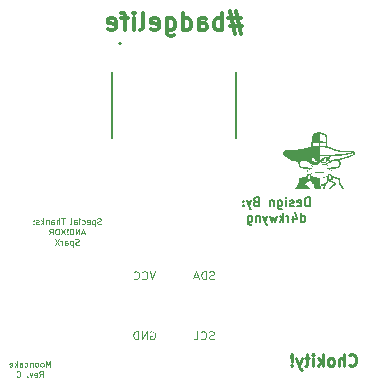
<source format=gbo>
G04 #@! TF.FileFunction,Legend,Bot*
%FSLAX46Y46*%
G04 Gerber Fmt 4.6, Leading zero omitted, Abs format (unit mm)*
G04 Created by KiCad (PCBNEW 4.0.7) date 06/18/18 14:14:14*
%MOMM*%
%LPD*%
G01*
G04 APERTURE LIST*
%ADD10C,0.100000*%
%ADD11C,0.125000*%
%ADD12C,0.250000*%
%ADD13C,0.187500*%
%ADD14C,0.300000*%
%ADD15C,0.010000*%
%ADD16C,0.152400*%
%ADD17C,0.200000*%
%ADD18C,2.100000*%
%ADD19O,2.100000X2.100000*%
%ADD20R,2.400000X2.000000*%
%ADD21R,0.831800X2.051000*%
G04 APERTURE END LIST*
D10*
D11*
X89484780Y-122165890D02*
X89484780Y-121665890D01*
X89318114Y-122023033D01*
X89151447Y-121665890D01*
X89151447Y-122165890D01*
X88841923Y-122165890D02*
X88889542Y-122142081D01*
X88913351Y-122118271D01*
X88937161Y-122070652D01*
X88937161Y-121927795D01*
X88913351Y-121880176D01*
X88889542Y-121856367D01*
X88841923Y-121832557D01*
X88770494Y-121832557D01*
X88722875Y-121856367D01*
X88699066Y-121880176D01*
X88675256Y-121927795D01*
X88675256Y-122070652D01*
X88699066Y-122118271D01*
X88722875Y-122142081D01*
X88770494Y-122165890D01*
X88841923Y-122165890D01*
X88389542Y-122165890D02*
X88437161Y-122142081D01*
X88460970Y-122118271D01*
X88484780Y-122070652D01*
X88484780Y-121927795D01*
X88460970Y-121880176D01*
X88437161Y-121856367D01*
X88389542Y-121832557D01*
X88318113Y-121832557D01*
X88270494Y-121856367D01*
X88246685Y-121880176D01*
X88222875Y-121927795D01*
X88222875Y-122070652D01*
X88246685Y-122118271D01*
X88270494Y-122142081D01*
X88318113Y-122165890D01*
X88389542Y-122165890D01*
X88008589Y-121832557D02*
X88008589Y-122165890D01*
X88008589Y-121880176D02*
X87984780Y-121856367D01*
X87937161Y-121832557D01*
X87865732Y-121832557D01*
X87818113Y-121856367D01*
X87794304Y-121903986D01*
X87794304Y-122165890D01*
X87341923Y-122142081D02*
X87389542Y-122165890D01*
X87484780Y-122165890D01*
X87532399Y-122142081D01*
X87556208Y-122118271D01*
X87580018Y-122070652D01*
X87580018Y-121927795D01*
X87556208Y-121880176D01*
X87532399Y-121856367D01*
X87484780Y-121832557D01*
X87389542Y-121832557D01*
X87341923Y-121856367D01*
X86913352Y-122165890D02*
X86913352Y-121903986D01*
X86937161Y-121856367D01*
X86984780Y-121832557D01*
X87080018Y-121832557D01*
X87127637Y-121856367D01*
X86913352Y-122142081D02*
X86960971Y-122165890D01*
X87080018Y-122165890D01*
X87127637Y-122142081D01*
X87151447Y-122094462D01*
X87151447Y-122046843D01*
X87127637Y-121999224D01*
X87080018Y-121975414D01*
X86960971Y-121975414D01*
X86913352Y-121951605D01*
X86675256Y-122165890D02*
X86675256Y-121665890D01*
X86627637Y-121975414D02*
X86484780Y-122165890D01*
X86484780Y-121832557D02*
X86675256Y-122023033D01*
X86080018Y-122142081D02*
X86127637Y-122165890D01*
X86222875Y-122165890D01*
X86270494Y-122142081D01*
X86294304Y-122094462D01*
X86294304Y-121903986D01*
X86270494Y-121856367D01*
X86222875Y-121832557D01*
X86127637Y-121832557D01*
X86080018Y-121856367D01*
X86056209Y-121903986D01*
X86056209Y-121951605D01*
X86294304Y-121999224D01*
X88591923Y-123040890D02*
X88758590Y-122802795D01*
X88877637Y-123040890D02*
X88877637Y-122540890D01*
X88687161Y-122540890D01*
X88639542Y-122564700D01*
X88615733Y-122588510D01*
X88591923Y-122636129D01*
X88591923Y-122707557D01*
X88615733Y-122755176D01*
X88639542Y-122778986D01*
X88687161Y-122802795D01*
X88877637Y-122802795D01*
X88187161Y-123017081D02*
X88234780Y-123040890D01*
X88330018Y-123040890D01*
X88377637Y-123017081D01*
X88401447Y-122969462D01*
X88401447Y-122778986D01*
X88377637Y-122731367D01*
X88330018Y-122707557D01*
X88234780Y-122707557D01*
X88187161Y-122731367D01*
X88163352Y-122778986D01*
X88163352Y-122826605D01*
X88401447Y-122874224D01*
X87996685Y-122707557D02*
X87877638Y-123040890D01*
X87758590Y-122707557D01*
X87568114Y-122993271D02*
X87544305Y-123017081D01*
X87568114Y-123040890D01*
X87591924Y-123017081D01*
X87568114Y-122993271D01*
X87568114Y-123040890D01*
X86663353Y-122993271D02*
X86687163Y-123017081D01*
X86758591Y-123040890D01*
X86806210Y-123040890D01*
X86877639Y-123017081D01*
X86925258Y-122969462D01*
X86949067Y-122921843D01*
X86972877Y-122826605D01*
X86972877Y-122755176D01*
X86949067Y-122659938D01*
X86925258Y-122612319D01*
X86877639Y-122564700D01*
X86806210Y-122540890D01*
X86758591Y-122540890D01*
X86687163Y-122564700D01*
X86663353Y-122588510D01*
D12*
X114807097Y-122012983D02*
X114854716Y-122060602D01*
X114997573Y-122108221D01*
X115092811Y-122108221D01*
X115235669Y-122060602D01*
X115330907Y-121965364D01*
X115378526Y-121870126D01*
X115426145Y-121679650D01*
X115426145Y-121536792D01*
X115378526Y-121346316D01*
X115330907Y-121251078D01*
X115235669Y-121155840D01*
X115092811Y-121108221D01*
X114997573Y-121108221D01*
X114854716Y-121155840D01*
X114807097Y-121203459D01*
X114378526Y-122108221D02*
X114378526Y-121108221D01*
X113949954Y-122108221D02*
X113949954Y-121584411D01*
X113997573Y-121489173D01*
X114092811Y-121441554D01*
X114235669Y-121441554D01*
X114330907Y-121489173D01*
X114378526Y-121536792D01*
X113330907Y-122108221D02*
X113426145Y-122060602D01*
X113473764Y-122012983D01*
X113521383Y-121917745D01*
X113521383Y-121632030D01*
X113473764Y-121536792D01*
X113426145Y-121489173D01*
X113330907Y-121441554D01*
X113188049Y-121441554D01*
X113092811Y-121489173D01*
X113045192Y-121536792D01*
X112997573Y-121632030D01*
X112997573Y-121917745D01*
X113045192Y-122012983D01*
X113092811Y-122060602D01*
X113188049Y-122108221D01*
X113330907Y-122108221D01*
X112569002Y-122108221D02*
X112569002Y-121108221D01*
X112473764Y-121727269D02*
X112188049Y-122108221D01*
X112188049Y-121441554D02*
X112569002Y-121822507D01*
X111759478Y-122108221D02*
X111759478Y-121441554D01*
X111759478Y-121108221D02*
X111807097Y-121155840D01*
X111759478Y-121203459D01*
X111711859Y-121155840D01*
X111759478Y-121108221D01*
X111759478Y-121203459D01*
X111426145Y-121441554D02*
X111045193Y-121441554D01*
X111283288Y-121108221D02*
X111283288Y-121965364D01*
X111235669Y-122060602D01*
X111140431Y-122108221D01*
X111045193Y-122108221D01*
X110807097Y-121441554D02*
X110569002Y-122108221D01*
X110330906Y-121441554D02*
X110569002Y-122108221D01*
X110664240Y-122346316D01*
X110711859Y-122393935D01*
X110807097Y-122441554D01*
X109949954Y-122012983D02*
X109902335Y-122060602D01*
X109949954Y-122108221D01*
X109997573Y-122060602D01*
X109949954Y-122012983D01*
X109949954Y-122108221D01*
X109949954Y-121727269D02*
X109997573Y-121155840D01*
X109949954Y-121108221D01*
X109902335Y-121155840D01*
X109949954Y-121727269D01*
X109949954Y-121108221D01*
D13*
X111464772Y-108572836D02*
X111464772Y-107822836D01*
X111286200Y-107822836D01*
X111179057Y-107858550D01*
X111107629Y-107929979D01*
X111071914Y-108001407D01*
X111036200Y-108144264D01*
X111036200Y-108251407D01*
X111071914Y-108394264D01*
X111107629Y-108465693D01*
X111179057Y-108537121D01*
X111286200Y-108572836D01*
X111464772Y-108572836D01*
X110429057Y-108537121D02*
X110500486Y-108572836D01*
X110643343Y-108572836D01*
X110714772Y-108537121D01*
X110750486Y-108465693D01*
X110750486Y-108179979D01*
X110714772Y-108108550D01*
X110643343Y-108072836D01*
X110500486Y-108072836D01*
X110429057Y-108108550D01*
X110393343Y-108179979D01*
X110393343Y-108251407D01*
X110750486Y-108322836D01*
X110107629Y-108537121D02*
X110036200Y-108572836D01*
X109893343Y-108572836D01*
X109821915Y-108537121D01*
X109786200Y-108465693D01*
X109786200Y-108429979D01*
X109821915Y-108358550D01*
X109893343Y-108322836D01*
X110000486Y-108322836D01*
X110071915Y-108287121D01*
X110107629Y-108215693D01*
X110107629Y-108179979D01*
X110071915Y-108108550D01*
X110000486Y-108072836D01*
X109893343Y-108072836D01*
X109821915Y-108108550D01*
X109464772Y-108572836D02*
X109464772Y-108072836D01*
X109464772Y-107822836D02*
X109500486Y-107858550D01*
X109464772Y-107894264D01*
X109429057Y-107858550D01*
X109464772Y-107822836D01*
X109464772Y-107894264D01*
X108786200Y-108072836D02*
X108786200Y-108679979D01*
X108821914Y-108751407D01*
X108857629Y-108787121D01*
X108929057Y-108822836D01*
X109036200Y-108822836D01*
X109107629Y-108787121D01*
X108786200Y-108537121D02*
X108857629Y-108572836D01*
X109000486Y-108572836D01*
X109071914Y-108537121D01*
X109107629Y-108501407D01*
X109143343Y-108429979D01*
X109143343Y-108215693D01*
X109107629Y-108144264D01*
X109071914Y-108108550D01*
X109000486Y-108072836D01*
X108857629Y-108072836D01*
X108786200Y-108108550D01*
X108429058Y-108072836D02*
X108429058Y-108572836D01*
X108429058Y-108144264D02*
X108393343Y-108108550D01*
X108321915Y-108072836D01*
X108214772Y-108072836D01*
X108143343Y-108108550D01*
X108107629Y-108179979D01*
X108107629Y-108572836D01*
X106929058Y-108179979D02*
X106821915Y-108215693D01*
X106786200Y-108251407D01*
X106750486Y-108322836D01*
X106750486Y-108429979D01*
X106786200Y-108501407D01*
X106821915Y-108537121D01*
X106893343Y-108572836D01*
X107179058Y-108572836D01*
X107179058Y-107822836D01*
X106929058Y-107822836D01*
X106857629Y-107858550D01*
X106821915Y-107894264D01*
X106786200Y-107965693D01*
X106786200Y-108037121D01*
X106821915Y-108108550D01*
X106857629Y-108144264D01*
X106929058Y-108179979D01*
X107179058Y-108179979D01*
X106500486Y-108072836D02*
X106321915Y-108572836D01*
X106143343Y-108072836D02*
X106321915Y-108572836D01*
X106393343Y-108751407D01*
X106429058Y-108787121D01*
X106500486Y-108822836D01*
X105857629Y-108501407D02*
X105821914Y-108537121D01*
X105857629Y-108572836D01*
X105893343Y-108537121D01*
X105857629Y-108501407D01*
X105857629Y-108572836D01*
X105857629Y-108108550D02*
X105821914Y-108144264D01*
X105857629Y-108179979D01*
X105893343Y-108144264D01*
X105857629Y-108108550D01*
X105857629Y-108179979D01*
X110750485Y-109885336D02*
X110750485Y-109135336D01*
X110750485Y-109849621D02*
X110821914Y-109885336D01*
X110964771Y-109885336D01*
X111036199Y-109849621D01*
X111071914Y-109813907D01*
X111107628Y-109742479D01*
X111107628Y-109528193D01*
X111071914Y-109456764D01*
X111036199Y-109421050D01*
X110964771Y-109385336D01*
X110821914Y-109385336D01*
X110750485Y-109421050D01*
X110071914Y-109385336D02*
X110071914Y-109885336D01*
X110250485Y-109099621D02*
X110429057Y-109635336D01*
X109964771Y-109635336D01*
X109679057Y-109885336D02*
X109679057Y-109385336D01*
X109679057Y-109528193D02*
X109643342Y-109456764D01*
X109607628Y-109421050D01*
X109536199Y-109385336D01*
X109464771Y-109385336D01*
X109214771Y-109885336D02*
X109214771Y-109135336D01*
X109143342Y-109599621D02*
X108929056Y-109885336D01*
X108929056Y-109385336D02*
X109214771Y-109671050D01*
X108679056Y-109385336D02*
X108536199Y-109885336D01*
X108393342Y-109528193D01*
X108250485Y-109885336D01*
X108107628Y-109385336D01*
X107893342Y-109385336D02*
X107714771Y-109885336D01*
X107536199Y-109385336D02*
X107714771Y-109885336D01*
X107786199Y-110063907D01*
X107821914Y-110099621D01*
X107893342Y-110135336D01*
X107250485Y-109385336D02*
X107250485Y-109885336D01*
X107250485Y-109456764D02*
X107214770Y-109421050D01*
X107143342Y-109385336D01*
X107036199Y-109385336D01*
X106964770Y-109421050D01*
X106929056Y-109492479D01*
X106929056Y-109885336D01*
X106250485Y-109385336D02*
X106250485Y-109992479D01*
X106286199Y-110063907D01*
X106321914Y-110099621D01*
X106393342Y-110135336D01*
X106500485Y-110135336D01*
X106571914Y-110099621D01*
X106250485Y-109849621D02*
X106321914Y-109885336D01*
X106464771Y-109885336D01*
X106536199Y-109849621D01*
X106571914Y-109813907D01*
X106607628Y-109742479D01*
X106607628Y-109528193D01*
X106571914Y-109456764D01*
X106536199Y-109421050D01*
X106464771Y-109385336D01*
X106321914Y-109385336D01*
X106250485Y-109421050D01*
D11*
X93789142Y-110071381D02*
X93717713Y-110095190D01*
X93598666Y-110095190D01*
X93551047Y-110071381D01*
X93527237Y-110047571D01*
X93503428Y-109999952D01*
X93503428Y-109952333D01*
X93527237Y-109904714D01*
X93551047Y-109880905D01*
X93598666Y-109857095D01*
X93693904Y-109833286D01*
X93741523Y-109809476D01*
X93765332Y-109785667D01*
X93789142Y-109738048D01*
X93789142Y-109690429D01*
X93765332Y-109642810D01*
X93741523Y-109619000D01*
X93693904Y-109595190D01*
X93574856Y-109595190D01*
X93503428Y-109619000D01*
X93289142Y-109761857D02*
X93289142Y-110261857D01*
X93289142Y-109785667D02*
X93241523Y-109761857D01*
X93146285Y-109761857D01*
X93098666Y-109785667D01*
X93074857Y-109809476D01*
X93051047Y-109857095D01*
X93051047Y-109999952D01*
X93074857Y-110047571D01*
X93098666Y-110071381D01*
X93146285Y-110095190D01*
X93241523Y-110095190D01*
X93289142Y-110071381D01*
X92646285Y-110071381D02*
X92693904Y-110095190D01*
X92789142Y-110095190D01*
X92836761Y-110071381D01*
X92860571Y-110023762D01*
X92860571Y-109833286D01*
X92836761Y-109785667D01*
X92789142Y-109761857D01*
X92693904Y-109761857D01*
X92646285Y-109785667D01*
X92622476Y-109833286D01*
X92622476Y-109880905D01*
X92860571Y-109928524D01*
X92193905Y-110071381D02*
X92241524Y-110095190D01*
X92336762Y-110095190D01*
X92384381Y-110071381D01*
X92408190Y-110047571D01*
X92432000Y-109999952D01*
X92432000Y-109857095D01*
X92408190Y-109809476D01*
X92384381Y-109785667D01*
X92336762Y-109761857D01*
X92241524Y-109761857D01*
X92193905Y-109785667D01*
X91979619Y-110095190D02*
X91979619Y-109761857D01*
X91979619Y-109595190D02*
X92003429Y-109619000D01*
X91979619Y-109642810D01*
X91955810Y-109619000D01*
X91979619Y-109595190D01*
X91979619Y-109642810D01*
X91527239Y-110095190D02*
X91527239Y-109833286D01*
X91551048Y-109785667D01*
X91598667Y-109761857D01*
X91693905Y-109761857D01*
X91741524Y-109785667D01*
X91527239Y-110071381D02*
X91574858Y-110095190D01*
X91693905Y-110095190D01*
X91741524Y-110071381D01*
X91765334Y-110023762D01*
X91765334Y-109976143D01*
X91741524Y-109928524D01*
X91693905Y-109904714D01*
X91574858Y-109904714D01*
X91527239Y-109880905D01*
X91217715Y-110095190D02*
X91265334Y-110071381D01*
X91289143Y-110023762D01*
X91289143Y-109595190D01*
X90717715Y-109595190D02*
X90432001Y-109595190D01*
X90574858Y-110095190D02*
X90574858Y-109595190D01*
X90265334Y-110095190D02*
X90265334Y-109595190D01*
X90051049Y-110095190D02*
X90051049Y-109833286D01*
X90074858Y-109785667D01*
X90122477Y-109761857D01*
X90193906Y-109761857D01*
X90241525Y-109785667D01*
X90265334Y-109809476D01*
X89598668Y-110095190D02*
X89598668Y-109833286D01*
X89622477Y-109785667D01*
X89670096Y-109761857D01*
X89765334Y-109761857D01*
X89812953Y-109785667D01*
X89598668Y-110071381D02*
X89646287Y-110095190D01*
X89765334Y-110095190D01*
X89812953Y-110071381D01*
X89836763Y-110023762D01*
X89836763Y-109976143D01*
X89812953Y-109928524D01*
X89765334Y-109904714D01*
X89646287Y-109904714D01*
X89598668Y-109880905D01*
X89360572Y-109761857D02*
X89360572Y-110095190D01*
X89360572Y-109809476D02*
X89336763Y-109785667D01*
X89289144Y-109761857D01*
X89217715Y-109761857D01*
X89170096Y-109785667D01*
X89146287Y-109833286D01*
X89146287Y-110095190D01*
X88908191Y-110095190D02*
X88908191Y-109595190D01*
X88860572Y-109904714D02*
X88717715Y-110095190D01*
X88717715Y-109761857D02*
X88908191Y-109952333D01*
X88527239Y-110071381D02*
X88479620Y-110095190D01*
X88384382Y-110095190D01*
X88336763Y-110071381D01*
X88312953Y-110023762D01*
X88312953Y-109999952D01*
X88336763Y-109952333D01*
X88384382Y-109928524D01*
X88455810Y-109928524D01*
X88503429Y-109904714D01*
X88527239Y-109857095D01*
X88527239Y-109833286D01*
X88503429Y-109785667D01*
X88455810Y-109761857D01*
X88384382Y-109761857D01*
X88336763Y-109785667D01*
X88098667Y-110047571D02*
X88074858Y-110071381D01*
X88098667Y-110095190D01*
X88122477Y-110071381D01*
X88098667Y-110047571D01*
X88098667Y-110095190D01*
X88098667Y-109785667D02*
X88074858Y-109809476D01*
X88098667Y-109833286D01*
X88122477Y-109809476D01*
X88098667Y-109785667D01*
X88098667Y-109833286D01*
X92432000Y-110827333D02*
X92193905Y-110827333D01*
X92479619Y-110970190D02*
X92312952Y-110470190D01*
X92146286Y-110970190D01*
X91979619Y-110970190D02*
X91979619Y-110470190D01*
X91693905Y-110970190D01*
X91693905Y-110470190D01*
X91455809Y-110970190D02*
X91455809Y-110470190D01*
X91336762Y-110470190D01*
X91265333Y-110494000D01*
X91217714Y-110541619D01*
X91193905Y-110589238D01*
X91170095Y-110684476D01*
X91170095Y-110755905D01*
X91193905Y-110851143D01*
X91217714Y-110898762D01*
X91265333Y-110946381D01*
X91336762Y-110970190D01*
X91455809Y-110970190D01*
X90955809Y-110922571D02*
X90932000Y-110946381D01*
X90955809Y-110970190D01*
X90979619Y-110946381D01*
X90955809Y-110922571D01*
X90955809Y-110970190D01*
X90955809Y-110779714D02*
X90979619Y-110494000D01*
X90955809Y-110470190D01*
X90932000Y-110494000D01*
X90955809Y-110779714D01*
X90955809Y-110470190D01*
X90765333Y-110470190D02*
X90432000Y-110970190D01*
X90432000Y-110470190D02*
X90765333Y-110970190D01*
X90146286Y-110470190D02*
X90051048Y-110470190D01*
X90003429Y-110494000D01*
X89955810Y-110541619D01*
X89932001Y-110636857D01*
X89932001Y-110803524D01*
X89955810Y-110898762D01*
X90003429Y-110946381D01*
X90051048Y-110970190D01*
X90146286Y-110970190D01*
X90193905Y-110946381D01*
X90241524Y-110898762D01*
X90265334Y-110803524D01*
X90265334Y-110636857D01*
X90241524Y-110541619D01*
X90193905Y-110494000D01*
X90146286Y-110470190D01*
X89432000Y-110970190D02*
X89598667Y-110732095D01*
X89717714Y-110970190D02*
X89717714Y-110470190D01*
X89527238Y-110470190D01*
X89479619Y-110494000D01*
X89455810Y-110517810D01*
X89432000Y-110565429D01*
X89432000Y-110636857D01*
X89455810Y-110684476D01*
X89479619Y-110708286D01*
X89527238Y-110732095D01*
X89717714Y-110732095D01*
X91920095Y-111821381D02*
X91848666Y-111845190D01*
X91729619Y-111845190D01*
X91682000Y-111821381D01*
X91658190Y-111797571D01*
X91634381Y-111749952D01*
X91634381Y-111702333D01*
X91658190Y-111654714D01*
X91682000Y-111630905D01*
X91729619Y-111607095D01*
X91824857Y-111583286D01*
X91872476Y-111559476D01*
X91896285Y-111535667D01*
X91920095Y-111488048D01*
X91920095Y-111440429D01*
X91896285Y-111392810D01*
X91872476Y-111369000D01*
X91824857Y-111345190D01*
X91705809Y-111345190D01*
X91634381Y-111369000D01*
X91420095Y-111511857D02*
X91420095Y-112011857D01*
X91420095Y-111535667D02*
X91372476Y-111511857D01*
X91277238Y-111511857D01*
X91229619Y-111535667D01*
X91205810Y-111559476D01*
X91182000Y-111607095D01*
X91182000Y-111749952D01*
X91205810Y-111797571D01*
X91229619Y-111821381D01*
X91277238Y-111845190D01*
X91372476Y-111845190D01*
X91420095Y-111821381D01*
X90753429Y-111845190D02*
X90753429Y-111583286D01*
X90777238Y-111535667D01*
X90824857Y-111511857D01*
X90920095Y-111511857D01*
X90967714Y-111535667D01*
X90753429Y-111821381D02*
X90801048Y-111845190D01*
X90920095Y-111845190D01*
X90967714Y-111821381D01*
X90991524Y-111773762D01*
X90991524Y-111726143D01*
X90967714Y-111678524D01*
X90920095Y-111654714D01*
X90801048Y-111654714D01*
X90753429Y-111630905D01*
X90515333Y-111845190D02*
X90515333Y-111511857D01*
X90515333Y-111607095D02*
X90491524Y-111559476D01*
X90467714Y-111535667D01*
X90420095Y-111511857D01*
X90372476Y-111511857D01*
X90253428Y-111345190D02*
X89920095Y-111845190D01*
X89920095Y-111345190D02*
X90253428Y-111845190D01*
D14*
X105642857Y-92678571D02*
X104571428Y-92678571D01*
X105214285Y-92035714D02*
X105642857Y-93964286D01*
X104714285Y-93321429D02*
X105785714Y-93321429D01*
X105142857Y-93964286D02*
X104714285Y-92035714D01*
X104071428Y-93678571D02*
X104071428Y-92178571D01*
X104071428Y-92750000D02*
X103928571Y-92678571D01*
X103642857Y-92678571D01*
X103500000Y-92750000D01*
X103428571Y-92821429D01*
X103357142Y-92964286D01*
X103357142Y-93392857D01*
X103428571Y-93535714D01*
X103500000Y-93607143D01*
X103642857Y-93678571D01*
X103928571Y-93678571D01*
X104071428Y-93607143D01*
X102071428Y-93678571D02*
X102071428Y-92892857D01*
X102142857Y-92750000D01*
X102285714Y-92678571D01*
X102571428Y-92678571D01*
X102714285Y-92750000D01*
X102071428Y-93607143D02*
X102214285Y-93678571D01*
X102571428Y-93678571D01*
X102714285Y-93607143D01*
X102785714Y-93464286D01*
X102785714Y-93321429D01*
X102714285Y-93178571D01*
X102571428Y-93107143D01*
X102214285Y-93107143D01*
X102071428Y-93035714D01*
X100714285Y-93678571D02*
X100714285Y-92178571D01*
X100714285Y-93607143D02*
X100857142Y-93678571D01*
X101142856Y-93678571D01*
X101285714Y-93607143D01*
X101357142Y-93535714D01*
X101428571Y-93392857D01*
X101428571Y-92964286D01*
X101357142Y-92821429D01*
X101285714Y-92750000D01*
X101142856Y-92678571D01*
X100857142Y-92678571D01*
X100714285Y-92750000D01*
X99357142Y-92678571D02*
X99357142Y-93892857D01*
X99428571Y-94035714D01*
X99499999Y-94107143D01*
X99642856Y-94178571D01*
X99857142Y-94178571D01*
X99999999Y-94107143D01*
X99357142Y-93607143D02*
X99499999Y-93678571D01*
X99785713Y-93678571D01*
X99928571Y-93607143D01*
X99999999Y-93535714D01*
X100071428Y-93392857D01*
X100071428Y-92964286D01*
X99999999Y-92821429D01*
X99928571Y-92750000D01*
X99785713Y-92678571D01*
X99499999Y-92678571D01*
X99357142Y-92750000D01*
X98071428Y-93607143D02*
X98214285Y-93678571D01*
X98499999Y-93678571D01*
X98642856Y-93607143D01*
X98714285Y-93464286D01*
X98714285Y-92892857D01*
X98642856Y-92750000D01*
X98499999Y-92678571D01*
X98214285Y-92678571D01*
X98071428Y-92750000D01*
X97999999Y-92892857D01*
X97999999Y-93035714D01*
X98714285Y-93178571D01*
X97142856Y-93678571D02*
X97285714Y-93607143D01*
X97357142Y-93464286D01*
X97357142Y-92178571D01*
X96571428Y-93678571D02*
X96571428Y-92678571D01*
X96571428Y-92178571D02*
X96642857Y-92250000D01*
X96571428Y-92321429D01*
X96500000Y-92250000D01*
X96571428Y-92178571D01*
X96571428Y-92321429D01*
X96071428Y-92678571D02*
X95499999Y-92678571D01*
X95857142Y-93678571D02*
X95857142Y-92392857D01*
X95785714Y-92250000D01*
X95642856Y-92178571D01*
X95499999Y-92178571D01*
X94428571Y-93607143D02*
X94571428Y-93678571D01*
X94857142Y-93678571D01*
X94999999Y-93607143D01*
X95071428Y-93464286D01*
X95071428Y-92892857D01*
X94999999Y-92750000D01*
X94857142Y-92678571D01*
X94571428Y-92678571D01*
X94428571Y-92750000D01*
X94357142Y-92892857D01*
X94357142Y-93035714D01*
X95071428Y-93178571D01*
D15*
G36*
X112021048Y-102339798D02*
X111933056Y-102359153D01*
X111862151Y-102391410D01*
X111805552Y-102438767D01*
X111760482Y-102503417D01*
X111724163Y-102587558D01*
X111699527Y-102670429D01*
X111686967Y-102721927D01*
X111676441Y-102769896D01*
X111669924Y-102805239D01*
X111669334Y-102809524D01*
X111651040Y-102957169D01*
X111635007Y-103090024D01*
X111621491Y-103205891D01*
X111610748Y-103302571D01*
X111603033Y-103377865D01*
X111602035Y-103388442D01*
X111596601Y-103441541D01*
X111591139Y-103485670D01*
X111586397Y-103515245D01*
X111583871Y-103524354D01*
X111569365Y-103533281D01*
X111539138Y-103544849D01*
X111514456Y-103552378D01*
X111481026Y-103561718D01*
X111429986Y-103576052D01*
X111366999Y-103593786D01*
X111297730Y-103613325D01*
X111258048Y-103624535D01*
X111132180Y-103658787D01*
X111013296Y-103688564D01*
X110904942Y-103713086D01*
X110810665Y-103731573D01*
X110734009Y-103743246D01*
X110704956Y-103746165D01*
X110656462Y-103750392D01*
X110610961Y-103755165D01*
X110586762Y-103758261D01*
X110489579Y-103772413D01*
X110408603Y-103783470D01*
X110338574Y-103791774D01*
X110274226Y-103797667D01*
X110210299Y-103801490D01*
X110141528Y-103803587D01*
X110062652Y-103804299D01*
X109968408Y-103803967D01*
X109893395Y-103803326D01*
X109776939Y-103802534D01*
X109681714Y-103802820D01*
X109604770Y-103804508D01*
X109543160Y-103807925D01*
X109493934Y-103813396D01*
X109454145Y-103821247D01*
X109420844Y-103831802D01*
X109391083Y-103845388D01*
X109362565Y-103861921D01*
X109316062Y-103895447D01*
X109285675Y-103930881D01*
X109265947Y-103976321D01*
X109254885Y-104021737D01*
X109248229Y-104060951D01*
X109248352Y-104090388D01*
X109256689Y-104120650D01*
X109273596Y-104159978D01*
X109301941Y-104212639D01*
X109338186Y-104261027D01*
X109385416Y-104307931D01*
X109446715Y-104356143D01*
X109525165Y-104408452D01*
X109594952Y-104450778D01*
X109658063Y-104488061D01*
X109718179Y-104523759D01*
X109770335Y-104554909D01*
X109809560Y-104578548D01*
X109824762Y-104587855D01*
X109872624Y-104610920D01*
X109925141Y-104626708D01*
X109939667Y-104629141D01*
X109980468Y-104636099D01*
X110034236Y-104647767D01*
X110090769Y-104661893D01*
X110102952Y-104665214D01*
X110169471Y-104683030D01*
X110244189Y-104701985D01*
X110321249Y-104720698D01*
X110394790Y-104737789D01*
X110458953Y-104751876D01*
X110507880Y-104761578D01*
X110521435Y-104763854D01*
X110571013Y-104771460D01*
X110537800Y-104807824D01*
X110510449Y-104846536D01*
X110496491Y-104885086D01*
X110497303Y-104917415D01*
X110509026Y-104934380D01*
X110532860Y-104943489D01*
X110545168Y-104942376D01*
X110554695Y-104943323D01*
X110557647Y-104959130D01*
X110554833Y-104994186D01*
X110554783Y-104994612D01*
X110555900Y-105075183D01*
X110578325Y-105146573D01*
X110620804Y-105206317D01*
X110682082Y-105251954D01*
X110687401Y-105254740D01*
X110713060Y-105265137D01*
X110748492Y-105274352D01*
X110797178Y-105282989D01*
X110862601Y-105291652D01*
X110948243Y-105300945D01*
X110961046Y-105302231D01*
X111034705Y-105309720D01*
X111102271Y-105316852D01*
X111159163Y-105323125D01*
X111200799Y-105328034D01*
X111221762Y-105330925D01*
X111247002Y-105334495D01*
X111290656Y-105339844D01*
X111347072Y-105346310D01*
X111410597Y-105353229D01*
X111425725Y-105354826D01*
X111486719Y-105361566D01*
X111538620Y-105367944D01*
X111576915Y-105373357D01*
X111597093Y-105377202D01*
X111598988Y-105378004D01*
X111592620Y-105385139D01*
X111569871Y-105395984D01*
X111561334Y-105399224D01*
X111533501Y-105411572D01*
X111518787Y-105422553D01*
X111518095Y-105424525D01*
X111510168Y-105431472D01*
X111509024Y-105431168D01*
X111492813Y-105433483D01*
X111463048Y-105443191D01*
X111426762Y-105457349D01*
X111390991Y-105473017D01*
X111362767Y-105487252D01*
X111349126Y-105497112D01*
X111348762Y-105498195D01*
X111341359Y-105503099D01*
X111337934Y-105501498D01*
X111325124Y-105504718D01*
X111320171Y-105512879D01*
X111303988Y-105528926D01*
X111294713Y-105530953D01*
X111278393Y-105538440D01*
X111276191Y-105545119D01*
X111268710Y-105564448D01*
X111256354Y-105581204D01*
X111240481Y-105612601D01*
X111231630Y-105658211D01*
X111230199Y-105708981D01*
X111236587Y-105755858D01*
X111247425Y-105784189D01*
X111263173Y-105807085D01*
X111280821Y-105818952D01*
X111308032Y-105822673D01*
X111346458Y-105821475D01*
X111372726Y-105821275D01*
X111379397Y-105827498D01*
X111371252Y-105843658D01*
X111356882Y-105860679D01*
X111348501Y-105863410D01*
X111338142Y-105870053D01*
X111317264Y-105891814D01*
X111289842Y-105924444D01*
X111281374Y-105935153D01*
X111221762Y-106011539D01*
X111010095Y-106079641D01*
X110932822Y-106103970D01*
X110854288Y-106127762D01*
X110781054Y-106149095D01*
X110719681Y-106166044D01*
X110687654Y-106174184D01*
X110576880Y-106200625D01*
X110574693Y-106310289D01*
X110573065Y-106365126D01*
X110570633Y-106415770D01*
X110567835Y-106453695D01*
X110566864Y-106462286D01*
X110562947Y-106497291D01*
X110561139Y-106524461D01*
X110561127Y-106525548D01*
X110555154Y-106547429D01*
X110549509Y-106553598D01*
X110543360Y-106568145D01*
X110544945Y-106571979D01*
X110542839Y-106582455D01*
X110538381Y-106583238D01*
X110530494Y-106590606D01*
X110532333Y-106595333D01*
X110530973Y-106606461D01*
X110526286Y-106607429D01*
X110518043Y-106614462D01*
X110519600Y-106618491D01*
X110519172Y-106631899D01*
X110516536Y-106633610D01*
X110506699Y-106645187D01*
X110487319Y-106673728D01*
X110460828Y-106715176D01*
X110429658Y-106765476D01*
X110396242Y-106820573D01*
X110363011Y-106876412D01*
X110332397Y-106928937D01*
X110306833Y-106974092D01*
X110288750Y-107007822D01*
X110280580Y-107026072D01*
X110280349Y-107027460D01*
X110274055Y-107041724D01*
X110270270Y-107042857D01*
X110260497Y-107052144D01*
X110260191Y-107055148D01*
X110272270Y-107058410D01*
X110308457Y-107061135D01*
X110368673Y-107063320D01*
X110452842Y-107064965D01*
X110560887Y-107066068D01*
X110692730Y-107066627D01*
X110837738Y-107066656D01*
X111415286Y-107065874D01*
X111318524Y-106974852D01*
X111266217Y-106926639D01*
X111208015Y-106874544D01*
X111153396Y-106826999D01*
X111132265Y-106809129D01*
X111067192Y-106753187D01*
X111016353Y-106706046D01*
X110981306Y-106669273D01*
X110963606Y-106644431D01*
X110961714Y-106637660D01*
X110969681Y-106626609D01*
X110994333Y-106608233D01*
X111036799Y-106581851D01*
X111098210Y-106546781D01*
X111179694Y-106502343D01*
X111233857Y-106473460D01*
X111282644Y-106447303D01*
X111323139Y-106425026D01*
X111350781Y-106409175D01*
X111360857Y-106402559D01*
X111374419Y-106393949D01*
X111402674Y-106379204D01*
X111425196Y-106368297D01*
X111463250Y-106346539D01*
X111472929Y-106335286D01*
X111409238Y-106335286D01*
X111403191Y-106341333D01*
X111397143Y-106335286D01*
X111403191Y-106329238D01*
X111409238Y-106335286D01*
X111472929Y-106335286D01*
X111479371Y-106327797D01*
X111479624Y-106322370D01*
X111466592Y-106309320D01*
X111434771Y-106292141D01*
X111388675Y-106273195D01*
X111379000Y-106269705D01*
X111323781Y-106249403D01*
X111267927Y-106227593D01*
X111222560Y-106208631D01*
X111218397Y-106206776D01*
X111154555Y-106178048D01*
X111212862Y-106093381D01*
X111167333Y-106093381D01*
X111161286Y-106099429D01*
X111155238Y-106093381D01*
X111161286Y-106087333D01*
X111167333Y-106093381D01*
X111212862Y-106093381D01*
X111231779Y-106065912D01*
X111268434Y-106014762D01*
X111305826Y-105966065D01*
X111338750Y-105926437D01*
X111356097Y-105907885D01*
X111388794Y-105874709D01*
X111418545Y-105842383D01*
X111429490Y-105829520D01*
X111454901Y-105805893D01*
X111477319Y-105797780D01*
X111491532Y-105806095D01*
X111493965Y-105818214D01*
X111501224Y-105841293D01*
X111518967Y-105870395D01*
X111522450Y-105874906D01*
X111550875Y-105910431D01*
X111520129Y-105969691D01*
X111507122Y-105995745D01*
X111498868Y-106017789D01*
X111494847Y-106041614D01*
X111494536Y-106073009D01*
X111497414Y-106117764D01*
X111501995Y-106170840D01*
X111509583Y-106242646D01*
X111518472Y-106296354D01*
X111529949Y-106338052D01*
X111544570Y-106372388D01*
X111561476Y-106407004D01*
X111573128Y-106432662D01*
X111576309Y-106441246D01*
X111594141Y-106482971D01*
X111630163Y-106529493D01*
X111680095Y-106576643D01*
X111739659Y-106620254D01*
X111789313Y-106648758D01*
X111844303Y-106671859D01*
X111900094Y-106683516D01*
X111941081Y-106686522D01*
X111994051Y-106689736D01*
X112027070Y-106695264D01*
X112044358Y-106704500D01*
X112050139Y-106718841D01*
X112050286Y-106722622D01*
X112039306Y-106742077D01*
X112009934Y-106756105D01*
X111967519Y-106763912D01*
X111917410Y-106764706D01*
X111864958Y-106757694D01*
X111845895Y-106752924D01*
X111804949Y-106741181D01*
X111812452Y-106821534D01*
X111821303Y-106876975D01*
X111836641Y-106939134D01*
X111851511Y-106984467D01*
X111883067Y-107067048D01*
X112306531Y-107067048D01*
X112297691Y-106627001D01*
X112295862Y-106524987D01*
X112294573Y-106429679D01*
X112293834Y-106344011D01*
X112293650Y-106270917D01*
X112294031Y-106213334D01*
X112294984Y-106174194D01*
X112296437Y-106156728D01*
X112301700Y-106142074D01*
X112311943Y-106132438D01*
X112332206Y-106126066D01*
X112367533Y-106121204D01*
X112409988Y-106117227D01*
X112460950Y-106112584D01*
X112504838Y-106108258D01*
X112534425Y-106104971D01*
X112540143Y-106104188D01*
X112569982Y-106099982D01*
X112602011Y-106095921D01*
X112638082Y-106089016D01*
X112684829Y-106076617D01*
X112735251Y-106061014D01*
X112782348Y-106044494D01*
X112819121Y-106029349D01*
X112837429Y-106018935D01*
X112859301Y-106005442D01*
X112870141Y-106002667D01*
X112887309Y-105994776D01*
X112910825Y-105975562D01*
X112913022Y-105973402D01*
X112942287Y-105944137D01*
X112961953Y-106005029D01*
X112976878Y-106075386D01*
X112982219Y-106157430D01*
X112978172Y-106241385D01*
X112964934Y-106317476D01*
X112955003Y-106349329D01*
X112936317Y-106394149D01*
X112916188Y-106435295D01*
X112903884Y-106456238D01*
X112875670Y-106494011D01*
X112843941Y-106530464D01*
X112813586Y-106560603D01*
X112789495Y-106579431D01*
X112779593Y-106583238D01*
X112765127Y-106589651D01*
X112763905Y-106593682D01*
X112753158Y-106604592D01*
X112724042Y-106620783D01*
X112681244Y-106640214D01*
X112629451Y-106660845D01*
X112573350Y-106680634D01*
X112540143Y-106691085D01*
X112478181Y-106712711D01*
X112433846Y-106734809D01*
X112409178Y-106756066D01*
X112406214Y-106775171D01*
X112407067Y-106776716D01*
X112417598Y-106783544D01*
X112440969Y-106786951D01*
X112480786Y-106787118D01*
X112540656Y-106784225D01*
X112547901Y-106783773D01*
X112600898Y-106781251D01*
X112643626Y-106780799D01*
X112671201Y-106782366D01*
X112679084Y-106785184D01*
X112675596Y-106800623D01*
X112666494Y-106832785D01*
X112653578Y-106875366D01*
X112650368Y-106885619D01*
X112628432Y-106959010D01*
X112615490Y-107011921D01*
X112611263Y-107046213D01*
X112615470Y-107063747D01*
X112623083Y-107067048D01*
X112636682Y-107055272D01*
X112652519Y-107020872D01*
X112665952Y-106979357D01*
X112680324Y-106930348D01*
X112693899Y-106885214D01*
X112703804Y-106853510D01*
X112704010Y-106852880D01*
X112714644Y-106817070D01*
X112721882Y-106787246D01*
X112732353Y-106761680D01*
X112742354Y-106750940D01*
X112753254Y-106738192D01*
X112744758Y-106728663D01*
X112721624Y-106724293D01*
X112688613Y-106727020D01*
X112685286Y-106727687D01*
X112635321Y-106737038D01*
X112589162Y-106743639D01*
X112551419Y-106747115D01*
X112526697Y-106747093D01*
X112519605Y-106743199D01*
X112522000Y-106740945D01*
X112549030Y-106730672D01*
X112566377Y-106728566D01*
X112596214Y-106722975D01*
X112626853Y-106711042D01*
X112659711Y-106696303D01*
X112701632Y-106679847D01*
X112717302Y-106674232D01*
X112756028Y-106658286D01*
X112788230Y-106640746D01*
X112797230Y-106634118D01*
X112859728Y-106577683D01*
X112904772Y-106532441D01*
X112931171Y-106499597D01*
X112932502Y-106497440D01*
X112951842Y-106462709D01*
X112972091Y-106422670D01*
X112989981Y-106384280D01*
X113002245Y-106354494D01*
X113005810Y-106341393D01*
X113011974Y-106329847D01*
X113030515Y-106339041D01*
X113033534Y-106341504D01*
X113054952Y-106357651D01*
X113082953Y-106376595D01*
X113110768Y-106394069D01*
X113131627Y-106405803D01*
X113138857Y-106407923D01*
X113148530Y-106407872D01*
X113174460Y-106417782D01*
X113212017Y-106435416D01*
X113256569Y-106458534D01*
X113303485Y-106484899D01*
X113326097Y-106498424D01*
X113381798Y-106530567D01*
X113444861Y-106564067D01*
X113498454Y-106590173D01*
X113539416Y-106609508D01*
X113570204Y-106625314D01*
X113585562Y-106634849D01*
X113586381Y-106636008D01*
X113577326Y-106645304D01*
X113553199Y-106665064D01*
X113518554Y-106691614D01*
X113504738Y-106701866D01*
X113459901Y-106736032D01*
X113416777Y-106770843D01*
X113383790Y-106799473D01*
X113380435Y-106802623D01*
X113342477Y-106836598D01*
X113300509Y-106871107D01*
X113289721Y-106879398D01*
X113243374Y-106917022D01*
X113198247Y-106958442D01*
X113159792Y-106998246D01*
X113133460Y-107031021D01*
X113128116Y-107039833D01*
X113120634Y-107061859D01*
X113128224Y-107068265D01*
X113148383Y-107060053D01*
X113178608Y-107038224D01*
X113215133Y-107005028D01*
X113253564Y-106968583D01*
X113292127Y-106934418D01*
X113320286Y-106911626D01*
X113352023Y-106886204D01*
X113391456Y-106852050D01*
X113423095Y-106823054D01*
X113462589Y-106787255D01*
X113503216Y-106752853D01*
X113529915Y-106732003D01*
X113586221Y-106689235D01*
X113622847Y-106657384D01*
X113641039Y-106635233D01*
X113642403Y-106622103D01*
X113628510Y-106611530D01*
X113597680Y-106593759D01*
X113554999Y-106571599D01*
X113521903Y-106555506D01*
X113464121Y-106526865D01*
X113405136Y-106495533D01*
X113354539Y-106466675D01*
X113337787Y-106456338D01*
X113287816Y-106426536D01*
X113229262Y-106394730D01*
X113181191Y-106370869D01*
X113139114Y-106349557D01*
X113116016Y-106333936D01*
X113113681Y-106325242D01*
X113114667Y-106324798D01*
X113134063Y-106318167D01*
X113169843Y-106306309D01*
X113215365Y-106291419D01*
X113231358Y-106286225D01*
X113307654Y-106258854D01*
X113362604Y-106233259D01*
X113395300Y-106209935D01*
X113404952Y-106191249D01*
X113402058Y-106183431D01*
X113341265Y-106183431D01*
X113340647Y-106188724D01*
X113326833Y-106200702D01*
X113296904Y-106216253D01*
X113263998Y-106229513D01*
X113217169Y-106245772D01*
X113165378Y-106262959D01*
X113114454Y-106279238D01*
X113070225Y-106292776D01*
X113038519Y-106301737D01*
X113026244Y-106304368D01*
X113022447Y-106293747D01*
X113021774Y-106265194D01*
X113024352Y-106224784D01*
X113024538Y-106222869D01*
X113026553Y-106174870D01*
X113024752Y-106119519D01*
X113019849Y-106063061D01*
X113012559Y-106011735D01*
X113003598Y-105971784D01*
X112993681Y-105949449D01*
X112993140Y-105948874D01*
X112982859Y-105930169D01*
X112987211Y-105905277D01*
X113007349Y-105869392D01*
X113014881Y-105858290D01*
X113038536Y-105825484D01*
X113056530Y-105807844D01*
X112997254Y-105807844D01*
X112996254Y-105822478D01*
X112979890Y-105847729D01*
X112952009Y-105879508D01*
X112916453Y-105913727D01*
X112877068Y-105946295D01*
X112847623Y-105966990D01*
X112791190Y-105997309D01*
X112725186Y-106023859D01*
X112658973Y-106043443D01*
X112601913Y-106052866D01*
X112595024Y-106053197D01*
X112562680Y-106056658D01*
X112540753Y-106063478D01*
X112539488Y-106064342D01*
X112520754Y-106069766D01*
X112482387Y-106074382D01*
X112428940Y-106077994D01*
X112364963Y-106080406D01*
X112295007Y-106081422D01*
X112223623Y-106080845D01*
X112183333Y-106079702D01*
X112118246Y-106074663D01*
X112042340Y-106064802D01*
X111968081Y-106051856D01*
X111939907Y-106045806D01*
X111813831Y-106010079D01*
X111708667Y-105965620D01*
X111622448Y-105911544D01*
X111599738Y-105893105D01*
X111564361Y-105861090D01*
X111546869Y-105840256D01*
X111545708Y-105827383D01*
X111559322Y-105819253D01*
X111563452Y-105817978D01*
X111584018Y-105811985D01*
X111621301Y-105801045D01*
X111668817Y-105787064D01*
X111693176Y-105779885D01*
X111794988Y-105753962D01*
X111904230Y-105733192D01*
X112011679Y-105719007D01*
X112108114Y-105712839D01*
X112125801Y-105712695D01*
X112194150Y-105714221D01*
X112274260Y-105718120D01*
X112362837Y-105724032D01*
X112456589Y-105731598D01*
X112552224Y-105740459D01*
X112646451Y-105750255D01*
X112735975Y-105760626D01*
X112817505Y-105771213D01*
X112887749Y-105781657D01*
X112943414Y-105791598D01*
X112981208Y-105800676D01*
X112997254Y-105807844D01*
X113056530Y-105807844D01*
X113057071Y-105807314D01*
X113074783Y-105804614D01*
X113095968Y-105818217D01*
X113124923Y-105848955D01*
X113155892Y-105885634D01*
X113182107Y-105917548D01*
X113201524Y-105943474D01*
X113218907Y-105970730D01*
X113239018Y-106006636D01*
X113258930Y-106043971D01*
X113276798Y-106075285D01*
X113290752Y-106095393D01*
X113295631Y-106099429D01*
X113307933Y-106109388D01*
X113322804Y-106132986D01*
X113335497Y-106160806D01*
X113341265Y-106183431D01*
X113402058Y-106183431D01*
X113397622Y-106171452D01*
X113379401Y-106143825D01*
X113373209Y-106136132D01*
X113354736Y-106111369D01*
X113346843Y-106094963D01*
X113347332Y-106092541D01*
X113352648Y-106091573D01*
X113365769Y-106093311D01*
X113388853Y-106098321D01*
X113424057Y-106107169D01*
X113473540Y-106120421D01*
X113539460Y-106138642D01*
X113623974Y-106162398D01*
X113729240Y-106192254D01*
X113746707Y-106197223D01*
X113806513Y-106214130D01*
X113857638Y-106228370D01*
X113895770Y-106238757D01*
X113916592Y-106244106D01*
X113919064Y-106244572D01*
X113921908Y-106255697D01*
X113924078Y-106285194D01*
X113925191Y-106327248D01*
X113925258Y-106338310D01*
X113931699Y-106445506D01*
X113951537Y-106549368D01*
X113986282Y-106654692D01*
X114037446Y-106766274D01*
X114090131Y-106861429D01*
X114132395Y-106932649D01*
X114164841Y-106985459D01*
X114189511Y-107022533D01*
X114208448Y-107046544D01*
X114223694Y-107060166D01*
X114237292Y-107066072D01*
X114247216Y-107067048D01*
X114269175Y-107065061D01*
X114275810Y-107061550D01*
X114268129Y-107050217D01*
X114249270Y-107029554D01*
X114245571Y-107025814D01*
X114225325Y-107003124D01*
X114215392Y-106987205D01*
X114215191Y-106985955D01*
X114209145Y-106972077D01*
X114193040Y-106942803D01*
X114169724Y-106903196D01*
X114155310Y-106879572D01*
X114092817Y-106772650D01*
X114045720Y-106677909D01*
X114012265Y-106590464D01*
X113990700Y-106505434D01*
X113979271Y-106417938D01*
X113977248Y-106383667D01*
X113974264Y-106317177D01*
X113970789Y-106270607D01*
X113965197Y-106239714D01*
X113955861Y-106220255D01*
X113941155Y-106207985D01*
X113919450Y-106198662D01*
X113904287Y-106193373D01*
X113865245Y-106180723D01*
X113815422Y-106165730D01*
X113761312Y-106150210D01*
X113709411Y-106135976D01*
X113666215Y-106124842D01*
X113638220Y-106118622D01*
X113634762Y-106118096D01*
X113606887Y-106111291D01*
X113598476Y-106108138D01*
X113576055Y-106100324D01*
X113537723Y-106088572D01*
X113489881Y-106074670D01*
X113438932Y-106060408D01*
X113391276Y-106047573D01*
X113353316Y-106037956D01*
X113331453Y-106033345D01*
X113330366Y-106033225D01*
X113301724Y-106022851D01*
X113279139Y-106002137D01*
X113271905Y-105983043D01*
X113266205Y-105967904D01*
X113262137Y-105966381D01*
X113251758Y-105956349D01*
X113237161Y-105931107D01*
X113231152Y-105918290D01*
X113210056Y-105881427D01*
X113184530Y-105850692D01*
X113178812Y-105845719D01*
X113147690Y-105821238D01*
X113196879Y-105821238D01*
X113232851Y-105817720D01*
X113256781Y-105803427D01*
X113271905Y-105784953D01*
X113286293Y-105761695D01*
X113289727Y-105749297D01*
X113288452Y-105748667D01*
X113287304Y-105742017D01*
X113293676Y-105734152D01*
X113306252Y-105705680D01*
X113305638Y-105676157D01*
X113259896Y-105676157D01*
X113254650Y-105725342D01*
X113240227Y-105759147D01*
X113226312Y-105773532D01*
X113207186Y-105780464D01*
X113178954Y-105779613D01*
X113137715Y-105770653D01*
X113079572Y-105753257D01*
X113048143Y-105743015D01*
X112947980Y-105715301D01*
X112828919Y-105691283D01*
X112696023Y-105671329D01*
X112554353Y-105655805D01*
X112408972Y-105645081D01*
X112264943Y-105639524D01*
X112127328Y-105639503D01*
X112001188Y-105645385D01*
X111891588Y-105657539D01*
X111885520Y-105658496D01*
X111807596Y-105673225D01*
X111723304Y-105692800D01*
X111640594Y-105715106D01*
X111567416Y-105738025D01*
X111520265Y-105755723D01*
X111484207Y-105766728D01*
X111435633Y-105776306D01*
X111393997Y-105781483D01*
X111347425Y-105784276D01*
X111317702Y-105782185D01*
X111297800Y-105774230D01*
X111288164Y-105766699D01*
X111269148Y-105734562D01*
X111264090Y-105690646D01*
X111271694Y-105641947D01*
X111290661Y-105595461D01*
X111319695Y-105558182D01*
X111328100Y-105551322D01*
X111353080Y-105536451D01*
X111395302Y-105514974D01*
X111449590Y-105489381D01*
X111510770Y-105462161D01*
X111534434Y-105452042D01*
X111605645Y-105421210D01*
X111657718Y-105396112D01*
X111694146Y-105373947D01*
X111718424Y-105351910D01*
X111734047Y-105327199D01*
X111744510Y-105297011D01*
X111748613Y-105280249D01*
X111752756Y-105249464D01*
X111748383Y-105219559D01*
X111733709Y-105181246D01*
X111726671Y-105165956D01*
X111708607Y-105131351D01*
X111693345Y-105108769D01*
X111684842Y-105103170D01*
X111675624Y-105101460D01*
X111675341Y-105099262D01*
X111686360Y-105094003D01*
X111715090Y-105089977D01*
X111750936Y-105088188D01*
X111856410Y-105085261D01*
X111942191Y-105079683D01*
X112012729Y-105070286D01*
X112072477Y-105055904D01*
X112125885Y-105035369D01*
X112177405Y-105007514D01*
X112231488Y-104971172D01*
X112250571Y-104957181D01*
X112270278Y-104955870D01*
X112301972Y-104973585D01*
X112309440Y-104979117D01*
X112351652Y-105008439D01*
X112393765Y-105030260D01*
X112441056Y-105046099D01*
X112498802Y-105057471D01*
X112572281Y-105065893D01*
X112626268Y-105070172D01*
X112689788Y-105074112D01*
X112746239Y-105076557D01*
X112790441Y-105077359D01*
X112817215Y-105076370D01*
X112820977Y-105075728D01*
X112845993Y-105075717D01*
X112853855Y-105089308D01*
X112842429Y-105111145D01*
X112837188Y-105116456D01*
X112811691Y-105150281D01*
X112789956Y-105195911D01*
X112777316Y-105241131D01*
X112776000Y-105256616D01*
X112781026Y-105301605D01*
X112797983Y-105338943D01*
X112829690Y-105371297D01*
X112878965Y-105401331D01*
X112948627Y-105431713D01*
X112969524Y-105439662D01*
X113045486Y-105470726D01*
X113115212Y-105504445D01*
X113174046Y-105538233D01*
X113217332Y-105569500D01*
X113234883Y-105587193D01*
X113253195Y-105626497D01*
X113259896Y-105676157D01*
X113305638Y-105676157D01*
X113305354Y-105662567D01*
X113291189Y-105610121D01*
X113288556Y-105603324D01*
X113268473Y-105570455D01*
X113236763Y-105535882D01*
X113200085Y-105505305D01*
X113165097Y-105484428D01*
X113142819Y-105478540D01*
X113128100Y-105472048D01*
X113126762Y-105467747D01*
X113119232Y-105462410D01*
X113114667Y-105464429D01*
X113103473Y-105464585D01*
X113102571Y-105461036D01*
X113092496Y-105448127D01*
X113069482Y-105435415D01*
X113044348Y-105427662D01*
X113029094Y-105428703D01*
X113018605Y-105427073D01*
X113017905Y-105423189D01*
X113009068Y-105415922D01*
X112999762Y-105417721D01*
X112984196Y-105417802D01*
X112981619Y-105412605D01*
X112971343Y-105401032D01*
X112950886Y-105392814D01*
X112930534Y-105383715D01*
X112926823Y-105374309D01*
X112931913Y-105370153D01*
X112943416Y-105366378D01*
X112963909Y-105362715D01*
X112995967Y-105358894D01*
X113042168Y-105354646D01*
X113105087Y-105349701D01*
X113187301Y-105343789D01*
X113277952Y-105337552D01*
X113432818Y-105325472D01*
X113563695Y-105311916D01*
X113670547Y-105296890D01*
X113753335Y-105280398D01*
X113812023Y-105262447D01*
X113822952Y-105257719D01*
X113881544Y-105224026D01*
X113921795Y-105187398D01*
X113940872Y-105150431D01*
X113941055Y-105149512D01*
X113948946Y-105119839D01*
X113953479Y-105107619D01*
X113960687Y-105080368D01*
X113967260Y-105036660D01*
X113972039Y-104984223D01*
X113972077Y-104983643D01*
X113977471Y-104966406D01*
X113982500Y-104963909D01*
X114002078Y-104965928D01*
X114013933Y-104961876D01*
X114018817Y-104947809D01*
X114017483Y-104919783D01*
X114012215Y-104884188D01*
X113982677Y-104884188D01*
X113973228Y-104888373D01*
X113948443Y-104877384D01*
X113931507Y-104870464D01*
X113926182Y-104876707D01*
X113931669Y-104899679D01*
X113938820Y-104920227D01*
X113945069Y-104946225D01*
X113945007Y-104977549D01*
X113938254Y-105021156D01*
X113931554Y-105052877D01*
X113920769Y-105095688D01*
X113907635Y-105132314D01*
X113890189Y-105163455D01*
X113866467Y-105189808D01*
X113834507Y-105212073D01*
X113792346Y-105230949D01*
X113738022Y-105247135D01*
X113669571Y-105261329D01*
X113585031Y-105274230D01*
X113482438Y-105286538D01*
X113359830Y-105298951D01*
X113215244Y-105312167D01*
X113199333Y-105313574D01*
X113130453Y-105319833D01*
X113062270Y-105326337D01*
X113002480Y-105332333D01*
X112958780Y-105337069D01*
X112957429Y-105337227D01*
X112903080Y-105343443D01*
X112867854Y-105346416D01*
X112846850Y-105345736D01*
X112835167Y-105340994D01*
X112827903Y-105331777D01*
X112824807Y-105326129D01*
X112817333Y-105300321D01*
X112812855Y-105261997D01*
X112812286Y-105243228D01*
X112821071Y-105187182D01*
X112848723Y-105143809D01*
X112897189Y-105110421D01*
X112913907Y-105102847D01*
X112946752Y-105086283D01*
X112956137Y-105073742D01*
X112941944Y-105065131D01*
X112904054Y-105060358D01*
X112858075Y-105059238D01*
X112817585Y-105059141D01*
X112790157Y-105057633D01*
X112776851Y-105052895D01*
X112778729Y-105043106D01*
X112796851Y-105026443D01*
X112832277Y-105001085D01*
X112886070Y-104965213D01*
X112929488Y-104936643D01*
X113047647Y-104860225D01*
X113149951Y-104797485D01*
X113239577Y-104747168D01*
X113319703Y-104708020D01*
X113393504Y-104678786D01*
X113464158Y-104658213D01*
X113534842Y-104645044D01*
X113608733Y-104638027D01*
X113689007Y-104635906D01*
X113691125Y-104635905D01*
X113748530Y-104636865D01*
X113793159Y-104639519D01*
X113820936Y-104643521D01*
X113828286Y-104647452D01*
X113838867Y-104657013D01*
X113864945Y-104665755D01*
X113871145Y-104667040D01*
X113900726Y-104677416D01*
X113908115Y-104690455D01*
X113893141Y-104701878D01*
X113872710Y-104706256D01*
X113846420Y-104713758D01*
X113843454Y-104726635D01*
X113863792Y-104743927D01*
X113873643Y-104749419D01*
X113912421Y-104776441D01*
X113948327Y-104812622D01*
X113973570Y-104849580D01*
X113978933Y-104862691D01*
X113982677Y-104884188D01*
X114012215Y-104884188D01*
X114010685Y-104873854D01*
X114005529Y-104843281D01*
X113994041Y-104816822D01*
X113971435Y-104786066D01*
X113963800Y-104777932D01*
X113926933Y-104741065D01*
X113952812Y-104720109D01*
X113969989Y-104702727D01*
X113968625Y-104688040D01*
X113961904Y-104678926D01*
X113939618Y-104660751D01*
X113907197Y-104642925D01*
X113902702Y-104640976D01*
X113877994Y-104627376D01*
X113870056Y-104615742D01*
X113871501Y-104613424D01*
X113887828Y-104606648D01*
X113921698Y-104597062D01*
X113966888Y-104586358D01*
X113985524Y-104582392D01*
X114044454Y-104569056D01*
X114105093Y-104553425D01*
X114155499Y-104538602D01*
X114160905Y-104536820D01*
X114203258Y-104523141D01*
X114239270Y-104512457D01*
X114257667Y-104507846D01*
X114323910Y-104493419D01*
X114400877Y-104473748D01*
X114482872Y-104450581D01*
X114564195Y-104425665D01*
X114639149Y-104400748D01*
X114702037Y-104377576D01*
X114747161Y-104357897D01*
X114748024Y-104357459D01*
X114792736Y-104337401D01*
X114843350Y-104318487D01*
X114860292Y-104313099D01*
X114907497Y-104296583D01*
X114964594Y-104272935D01*
X115024772Y-104245384D01*
X115081216Y-104217158D01*
X115127113Y-104191486D01*
X115151345Y-104175202D01*
X115178014Y-104148204D01*
X115195895Y-104119619D01*
X115196100Y-104119090D01*
X115200623Y-104079398D01*
X115173436Y-104079398D01*
X115168073Y-104111909D01*
X115148975Y-104141148D01*
X115113705Y-104169849D01*
X115059824Y-104200747D01*
X114998646Y-104230285D01*
X114939457Y-104254767D01*
X114860295Y-104283312D01*
X114764614Y-104314984D01*
X114655869Y-104348847D01*
X114537512Y-104383962D01*
X114412997Y-104419393D01*
X114285778Y-104454203D01*
X114159307Y-104487455D01*
X114037040Y-104518212D01*
X113922429Y-104545537D01*
X113818928Y-104568493D01*
X113729991Y-104586143D01*
X113659070Y-104597550D01*
X113634762Y-104600322D01*
X113519896Y-104615523D01*
X113412429Y-104638417D01*
X113316614Y-104667724D01*
X113236702Y-104702161D01*
X113181191Y-104737032D01*
X113159051Y-104750383D01*
X113146381Y-104752908D01*
X113135552Y-104741756D01*
X113116173Y-104714892D01*
X113091906Y-104677488D01*
X113084609Y-104665627D01*
X113053062Y-104612944D01*
X113033822Y-104575580D01*
X113026680Y-104548151D01*
X113031428Y-104525273D01*
X113047856Y-104501564D01*
X113075757Y-104471640D01*
X113077042Y-104470308D01*
X113122520Y-104414988D01*
X113151972Y-104357449D01*
X113158747Y-104337912D01*
X113177362Y-104279095D01*
X113128562Y-104279095D01*
X113122399Y-104309333D01*
X113095624Y-104385948D01*
X113048587Y-104449715D01*
X113021196Y-104474192D01*
X112990126Y-104498824D01*
X112967545Y-104516519D01*
X112959236Y-104522803D01*
X112963450Y-104532320D01*
X112979470Y-104551713D01*
X112980403Y-104552719D01*
X112998341Y-104574562D01*
X113005810Y-104588800D01*
X113005810Y-104588805D01*
X113011590Y-104602529D01*
X113027037Y-104631690D01*
X113049309Y-104671021D01*
X113060109Y-104689463D01*
X113085838Y-104733471D01*
X113100577Y-104761772D01*
X113105659Y-104779475D01*
X113102418Y-104791689D01*
X113092186Y-104803525D01*
X113090347Y-104805368D01*
X113068485Y-104823088D01*
X113053553Y-104829429D01*
X113037690Y-104835948D01*
X113007176Y-104853329D01*
X112966995Y-104878305D01*
X112922132Y-104907610D01*
X112877573Y-104937977D01*
X112838302Y-104966140D01*
X112809304Y-104988833D01*
X112806238Y-104991484D01*
X112772444Y-105015839D01*
X112737594Y-105033267D01*
X112733667Y-105034580D01*
X112693148Y-105041554D01*
X112637283Y-105044184D01*
X112574491Y-105042642D01*
X112513193Y-105037100D01*
X112467571Y-105029146D01*
X112405379Y-105009996D01*
X112349316Y-104984368D01*
X112306021Y-104955695D01*
X112286942Y-104935757D01*
X112280946Y-104923939D01*
X112276333Y-104905789D01*
X112272935Y-104878385D01*
X112270587Y-104838805D01*
X112270498Y-104835476D01*
X111493905Y-104835476D01*
X111487857Y-104841524D01*
X111481810Y-104835476D01*
X111487857Y-104829429D01*
X111493905Y-104835476D01*
X112270498Y-104835476D01*
X112269123Y-104784127D01*
X112268376Y-104711429D01*
X112268299Y-104674459D01*
X112219067Y-104674459D01*
X112201133Y-104709140D01*
X112170004Y-104746432D01*
X112121089Y-104778789D01*
X112060661Y-104803807D01*
X111994991Y-104819082D01*
X111930352Y-104822209D01*
X111911191Y-104820291D01*
X111880624Y-104813935D01*
X111870541Y-104811286D01*
X111469714Y-104811286D01*
X111463667Y-104817333D01*
X111457619Y-104811286D01*
X111463667Y-104805238D01*
X111469714Y-104811286D01*
X111870541Y-104811286D01*
X111837201Y-104802528D01*
X111796286Y-104790374D01*
X111728229Y-104768078D01*
X111679753Y-104747872D01*
X111647286Y-104725115D01*
X111627256Y-104695169D01*
X111616091Y-104653395D01*
X111610219Y-104595153D01*
X111607495Y-104545191D01*
X111604441Y-104493056D01*
X111600868Y-104447553D01*
X111597386Y-104416025D01*
X111596189Y-104409119D01*
X111595217Y-104392943D01*
X111603190Y-104384302D01*
X111623300Y-104383250D01*
X111658740Y-104389838D01*
X111712702Y-104404120D01*
X111738345Y-104411464D01*
X111884402Y-104462809D01*
X112014822Y-104528422D01*
X112119557Y-104598964D01*
X112219067Y-104674459D01*
X112268299Y-104674459D01*
X112268180Y-104617789D01*
X112268185Y-104605999D01*
X112268579Y-104522353D01*
X112269588Y-104446450D01*
X112271114Y-104381730D01*
X112273059Y-104331630D01*
X112275324Y-104299589D01*
X112277257Y-104289334D01*
X112287361Y-104285324D01*
X112313001Y-104282148D01*
X112355650Y-104279765D01*
X112416784Y-104278132D01*
X112497878Y-104277209D01*
X112600406Y-104276954D01*
X112707353Y-104277239D01*
X113128562Y-104279095D01*
X113177362Y-104279095D01*
X113181191Y-104267000D01*
X113235619Y-104264334D01*
X113299256Y-104260722D01*
X113382940Y-104255219D01*
X113482629Y-104248147D01*
X113594281Y-104239829D01*
X113713855Y-104230587D01*
X113837307Y-104220741D01*
X113960596Y-104210616D01*
X114079680Y-104200532D01*
X114190517Y-104190812D01*
X114289065Y-104181777D01*
X114366524Y-104174234D01*
X114568602Y-104147187D01*
X114759912Y-104108470D01*
X114935609Y-104059134D01*
X115000333Y-104036698D01*
X115061647Y-104014641D01*
X115104338Y-104001468D01*
X115132320Y-103997278D01*
X115149510Y-104002169D01*
X115159822Y-104016237D01*
X115167171Y-104039582D01*
X115167501Y-104040880D01*
X115173436Y-104079398D01*
X115200623Y-104079398D01*
X115201256Y-104073848D01*
X115187788Y-104022954D01*
X115158710Y-103971577D01*
X115144902Y-103956107D01*
X115110996Y-103956107D01*
X115109130Y-103964653D01*
X115095376Y-103974108D01*
X115066411Y-103986504D01*
X115018913Y-104003876D01*
X114998824Y-104010971D01*
X114930901Y-104033326D01*
X114860097Y-104054007D01*
X114792573Y-104071442D01*
X114734489Y-104084057D01*
X114692007Y-104090279D01*
X114687048Y-104090577D01*
X114667095Y-104092934D01*
X114630413Y-104098512D01*
X114584074Y-104106223D01*
X114572143Y-104108297D01*
X114486062Y-104121569D01*
X114376255Y-104135375D01*
X114243179Y-104149677D01*
X114087291Y-104164431D01*
X113909049Y-104179598D01*
X113708910Y-104195137D01*
X113487332Y-104211005D01*
X113259810Y-104226192D01*
X113189834Y-104231154D01*
X113121694Y-104236758D01*
X113062322Y-104242382D01*
X113018651Y-104247408D01*
X113011857Y-104248369D01*
X112975833Y-104251625D01*
X112921207Y-104253895D01*
X112853551Y-104255071D01*
X112778438Y-104255048D01*
X112715524Y-104254066D01*
X112635143Y-104252356D01*
X112554535Y-104250883D01*
X112480244Y-104249749D01*
X112418821Y-104249058D01*
X112385929Y-104248891D01*
X112280095Y-104248857D01*
X112280095Y-104244600D01*
X112268000Y-104244600D01*
X112261262Y-104269807D01*
X112249754Y-104280809D01*
X112230832Y-104282740D01*
X112191692Y-104282912D01*
X112136224Y-104281547D01*
X112068319Y-104278865D01*
X111991867Y-104275086D01*
X111910761Y-104270431D01*
X111828889Y-104265121D01*
X111750144Y-104259377D01*
X111678416Y-104253419D01*
X111617596Y-104247467D01*
X111578571Y-104242744D01*
X111506475Y-104232838D01*
X111454935Y-104226728D01*
X111420508Y-104225193D01*
X111399749Y-104229012D01*
X111389213Y-104238964D01*
X111385457Y-104255828D01*
X111385035Y-104280384D01*
X111385048Y-104286520D01*
X111394472Y-104353621D01*
X111423981Y-104412710D01*
X111475425Y-104467190D01*
X111489576Y-104478667D01*
X111525975Y-104508053D01*
X111548008Y-104531678D01*
X111555887Y-104554751D01*
X111549822Y-104582479D01*
X111530022Y-104620071D01*
X111497364Y-104671705D01*
X111467303Y-104716210D01*
X111440670Y-104751951D01*
X111420809Y-104774648D01*
X111412262Y-104780543D01*
X111398159Y-104786502D01*
X111405444Y-104801715D01*
X111418310Y-104813356D01*
X111436123Y-104826203D01*
X111469675Y-104849313D01*
X111514473Y-104879685D01*
X111566024Y-104914322D01*
X111619836Y-104950223D01*
X111671416Y-104984389D01*
X111716270Y-105013822D01*
X111749907Y-105035523D01*
X111766048Y-105045489D01*
X111773701Y-105052225D01*
X111766121Y-105056194D01*
X111740428Y-105057839D01*
X111693742Y-105057604D01*
X111688046Y-105057499D01*
X111641194Y-105057807D01*
X111604724Y-105060329D01*
X111584463Y-105064573D01*
X111582249Y-105066457D01*
X111589593Y-105078319D01*
X111612325Y-105095088D01*
X111623590Y-105101572D01*
X111676558Y-105141175D01*
X111709578Y-105190882D01*
X111720885Y-105247719D01*
X111719963Y-105264122D01*
X111708602Y-105308637D01*
X111687758Y-105336995D01*
X111660366Y-105345749D01*
X111651777Y-105344176D01*
X111632843Y-105340991D01*
X111595290Y-105336388D01*
X111544605Y-105330988D01*
X111487857Y-105325560D01*
X111413908Y-105318291D01*
X111332483Y-105309388D01*
X111255648Y-105300205D01*
X111215714Y-105294981D01*
X111150323Y-105286703D01*
X111071688Y-105277791D01*
X110990684Y-105269433D01*
X110931476Y-105263943D01*
X110851795Y-105255765D01*
X110791074Y-105246314D01*
X110744085Y-105234596D01*
X110711056Y-105222122D01*
X110651692Y-105185212D01*
X110612272Y-105135928D01*
X110592439Y-105073419D01*
X110591836Y-104996832D01*
X110598517Y-104953583D01*
X110605447Y-104913192D01*
X110608569Y-104883040D01*
X110607384Y-104870209D01*
X110593989Y-104871567D01*
X110570517Y-104883730D01*
X110569669Y-104884282D01*
X110546938Y-104895145D01*
X110537532Y-104890800D01*
X110539569Y-104874855D01*
X110551172Y-104850916D01*
X110570458Y-104822590D01*
X110595548Y-104793486D01*
X110624562Y-104767210D01*
X110634494Y-104759902D01*
X110664175Y-104735809D01*
X110680642Y-104715425D01*
X110682316Y-104702365D01*
X110667622Y-104700246D01*
X110659577Y-104702351D01*
X110630530Y-104703727D01*
X110616118Y-104699031D01*
X110607521Y-104690365D01*
X110615911Y-104680059D01*
X110643088Y-104665056D01*
X110679376Y-104653710D01*
X110733532Y-104644948D01*
X110799340Y-104639066D01*
X110870587Y-104636360D01*
X110941058Y-104637124D01*
X111004538Y-104641654D01*
X111036908Y-104646343D01*
X111073573Y-104655262D01*
X111122020Y-104669954D01*
X111176533Y-104688328D01*
X111231399Y-104708298D01*
X111280903Y-104727773D01*
X111319330Y-104744667D01*
X111340966Y-104756890D01*
X111342110Y-104757892D01*
X111361338Y-104768466D01*
X111371741Y-104756747D01*
X111372952Y-104744301D01*
X111379271Y-104722345D01*
X111395901Y-104687717D01*
X111419353Y-104647611D01*
X111421333Y-104644515D01*
X111469715Y-104569381D01*
X111416210Y-104521000D01*
X111366768Y-104471383D01*
X111335355Y-104425421D01*
X111318483Y-104375714D01*
X111312665Y-104314863D01*
X111312521Y-104301003D01*
X111312476Y-104214054D01*
X111261071Y-104207280D01*
X111226594Y-104203095D01*
X111176215Y-104197418D01*
X111118108Y-104191159D01*
X111085055Y-104187719D01*
X111018018Y-104180030D01*
X110946255Y-104170503D01*
X110881826Y-104160779D01*
X110861293Y-104157288D01*
X110809744Y-104148578D01*
X110742910Y-104137944D01*
X110669474Y-104126739D01*
X110598857Y-104116420D01*
X110524311Y-104105242D01*
X110444797Y-104092371D01*
X110370236Y-104079462D01*
X110314619Y-104068990D01*
X110251254Y-104056766D01*
X110185356Y-104044797D01*
X110127788Y-104035033D01*
X110109000Y-104032103D01*
X110048724Y-104023064D01*
X109982076Y-104013052D01*
X109939667Y-104006672D01*
X109890065Y-103998411D01*
X109823844Y-103986288D01*
X109747998Y-103971691D01*
X109669520Y-103956009D01*
X109595406Y-103940630D01*
X109532648Y-103926943D01*
X109501820Y-103919749D01*
X109465101Y-103906927D01*
X109436350Y-103890255D01*
X109431254Y-103885544D01*
X109418943Y-103868578D01*
X109424242Y-103856363D01*
X109439720Y-103845309D01*
X109459168Y-103835347D01*
X109480574Y-103833114D01*
X109512390Y-103838482D01*
X109534476Y-103843883D01*
X109636219Y-103868157D01*
X109749975Y-103892519D01*
X109865619Y-103914953D01*
X109973025Y-103933441D01*
X110018286Y-103940265D01*
X110082998Y-103950088D01*
X110162317Y-103963093D01*
X110247125Y-103977736D01*
X110328303Y-103992471D01*
X110344857Y-103995589D01*
X110422447Y-104009839D01*
X110504192Y-104024048D01*
X110581531Y-104036777D01*
X110645908Y-104046588D01*
X110659333Y-104048465D01*
X110723253Y-104057337D01*
X110800851Y-104068359D01*
X110881888Y-104080066D01*
X110949619Y-104090023D01*
X111017280Y-104099520D01*
X111101099Y-104110432D01*
X111193160Y-104121777D01*
X111285550Y-104132574D01*
X111348762Y-104139556D01*
X111434432Y-104148840D01*
X111523734Y-104158702D01*
X111609343Y-104168319D01*
X111683933Y-104176870D01*
X111729762Y-104182273D01*
X111801232Y-104189233D01*
X111885855Y-104194974D01*
X111972602Y-104198864D01*
X112044238Y-104200264D01*
X112123281Y-104200899D01*
X112181322Y-104202644D01*
X112221542Y-104206130D01*
X112247126Y-104211986D01*
X112261256Y-104220845D01*
X112267115Y-104233337D01*
X112268000Y-104244600D01*
X112280095Y-104244600D01*
X112280095Y-103486857D01*
X112367786Y-103487253D01*
X112428569Y-103489356D01*
X112495265Y-103494389D01*
X112540143Y-103499524D01*
X112598746Y-103506914D01*
X112662225Y-103513674D01*
X112703429Y-103517278D01*
X112781620Y-103523527D01*
X112840071Y-103529373D01*
X112883205Y-103535549D01*
X112915446Y-103542787D01*
X112941218Y-103551822D01*
X112957263Y-103559344D01*
X112992986Y-103576014D01*
X113040691Y-103596293D01*
X113086392Y-103614374D01*
X113151936Y-103638991D01*
X113220463Y-103664340D01*
X113288013Y-103689001D01*
X113350626Y-103711554D01*
X113404344Y-103730576D01*
X113445209Y-103744648D01*
X113469260Y-103752348D01*
X113473657Y-103753363D01*
X113489795Y-103758489D01*
X113518707Y-103770903D01*
X113531952Y-103777143D01*
X113564503Y-103791560D01*
X113588825Y-103800029D01*
X113593964Y-103800923D01*
X113611058Y-103805348D01*
X113644088Y-103816706D01*
X113686613Y-103832750D01*
X113696774Y-103836754D01*
X113762396Y-103860083D01*
X113831337Y-103878608D01*
X113907194Y-103892782D01*
X113993565Y-103903058D01*
X114094048Y-103909887D01*
X114212241Y-103913723D01*
X114318143Y-103914925D01*
X114422870Y-103914483D01*
X114530677Y-103912399D01*
X114634621Y-103908901D01*
X114727762Y-103904221D01*
X114798366Y-103899029D01*
X114870774Y-103892664D01*
X114923591Y-103888796D01*
X114961296Y-103887513D01*
X114988369Y-103888903D01*
X115009289Y-103893055D01*
X115028535Y-103900055D01*
X115036889Y-103903728D01*
X115071765Y-103922229D01*
X115099175Y-103941506D01*
X115104298Y-103946438D01*
X115110996Y-103956107D01*
X115144902Y-103956107D01*
X115117033Y-103924884D01*
X115065770Y-103888043D01*
X115059488Y-103884719D01*
X115039417Y-103875485D01*
X115018686Y-103869279D01*
X114992694Y-103865782D01*
X114956839Y-103864675D01*
X114906521Y-103865641D01*
X114837139Y-103868361D01*
X114828534Y-103868736D01*
X114675944Y-103875052D01*
X114544641Y-103879607D01*
X114431785Y-103882424D01*
X114334539Y-103883526D01*
X114250064Y-103882936D01*
X114175522Y-103880676D01*
X114108074Y-103876769D01*
X114081601Y-103874678D01*
X113999226Y-103866914D01*
X113931132Y-103858194D01*
X113870451Y-103846922D01*
X113810311Y-103831503D01*
X113743841Y-103810341D01*
X113664170Y-103781840D01*
X113634762Y-103770908D01*
X113566166Y-103745623D01*
X113494004Y-103719621D01*
X113427271Y-103696114D01*
X113378880Y-103679607D01*
X113308217Y-103655487D01*
X113233564Y-103628898D01*
X113159885Y-103601720D01*
X113092147Y-103575828D01*
X113035316Y-103553102D01*
X112994356Y-103535418D01*
X112983055Y-103529933D01*
X112954617Y-103504799D01*
X112896952Y-103504799D01*
X112886553Y-103505194D01*
X112863691Y-103503348D01*
X112840638Y-103501053D01*
X112798390Y-103496976D01*
X112741836Y-103491584D01*
X112675866Y-103485344D01*
X112630857Y-103481111D01*
X112557505Y-103474466D01*
X112486646Y-103468475D01*
X112424381Y-103463623D01*
X112376809Y-103460396D01*
X112359433Y-103459502D01*
X112319272Y-103457205D01*
X112296725Y-103452154D01*
X112285222Y-103440952D01*
X112283360Y-103435453D01*
X112248849Y-103435453D01*
X112246682Y-103444619D01*
X112236596Y-103451297D01*
X112214740Y-103456283D01*
X112177263Y-103460375D01*
X112120314Y-103464373D01*
X112104714Y-103465323D01*
X112029361Y-103470576D01*
X111942721Y-103477750D01*
X111857511Y-103485746D01*
X111808381Y-103490923D01*
X111749492Y-103497496D01*
X111698744Y-103503146D01*
X111661307Y-103507298D01*
X111642356Y-103509377D01*
X111641831Y-103509433D01*
X111635027Y-103504813D01*
X111631353Y-103486951D01*
X111630589Y-103452508D01*
X111632513Y-103398147D01*
X111633363Y-103381536D01*
X111637314Y-103326878D01*
X111642596Y-103280591D01*
X111648439Y-103248416D01*
X111652746Y-103236974D01*
X111659670Y-103214070D01*
X111657503Y-103197555D01*
X111657038Y-103177396D01*
X111675957Y-103167343D01*
X111677670Y-103166946D01*
X111703341Y-103161104D01*
X111743805Y-103151792D01*
X111790238Y-103141039D01*
X111835518Y-103133123D01*
X111898039Y-103125776D01*
X111970850Y-103119671D01*
X112047002Y-103115479D01*
X112059357Y-103115020D01*
X112243810Y-103108667D01*
X112245825Y-103261476D01*
X112246674Y-103321537D01*
X112247519Y-103374074D01*
X112248266Y-103413651D01*
X112248822Y-103434834D01*
X112248849Y-103435453D01*
X112283360Y-103435453D01*
X112278196Y-103420203D01*
X112277383Y-103417074D01*
X112273424Y-103388439D01*
X112270888Y-103342794D01*
X112270062Y-103287290D01*
X112270617Y-103247741D01*
X112274048Y-103117953D01*
X112358714Y-103114126D01*
X112446253Y-103114615D01*
X112542870Y-103122455D01*
X112638453Y-103136413D01*
X112722888Y-103155252D01*
X112742263Y-103160953D01*
X112822750Y-103186217D01*
X112835661Y-103246418D01*
X112843298Y-103287444D01*
X112847931Y-103322765D01*
X112848571Y-103334369D01*
X112852439Y-103360617D01*
X112862443Y-103399770D01*
X112872762Y-103432429D01*
X112885421Y-103469529D01*
X112894177Y-103495777D01*
X112896952Y-103504799D01*
X112954617Y-103504799D01*
X112948918Y-103499763D01*
X112920021Y-103449232D01*
X112897344Y-103381788D01*
X112881866Y-103300883D01*
X112874567Y-103209967D01*
X112874639Y-103148191D01*
X112874693Y-103111899D01*
X112874470Y-103102979D01*
X112840449Y-103102979D01*
X112838348Y-103139628D01*
X112833438Y-103158651D01*
X112830912Y-103160286D01*
X112819008Y-103156634D01*
X112790704Y-103147115D01*
X112756727Y-103135387D01*
X112708084Y-103122494D01*
X112638538Y-103110028D01*
X112551376Y-103098518D01*
X112485714Y-103091695D01*
X112418859Y-103085103D01*
X112360785Y-103078812D01*
X112315616Y-103073316D01*
X112287478Y-103069106D01*
X112280095Y-103067162D01*
X112278135Y-103053644D01*
X112276576Y-103019716D01*
X112275406Y-102969159D01*
X112274615Y-102905749D01*
X112274191Y-102833265D01*
X112274122Y-102755485D01*
X112274397Y-102676188D01*
X112275004Y-102599152D01*
X112275932Y-102528155D01*
X112277170Y-102466975D01*
X112278706Y-102419391D01*
X112280528Y-102389180D01*
X112282180Y-102380064D01*
X112301856Y-102375257D01*
X112339594Y-102378359D01*
X112391092Y-102388063D01*
X112452049Y-102403059D01*
X112518162Y-102422039D01*
X112585129Y-102443694D01*
X112648648Y-102466715D01*
X112704416Y-102489794D01*
X112748132Y-102511622D01*
X112774326Y-102529770D01*
X112788160Y-102543613D01*
X112797950Y-102557933D01*
X112804694Y-102577277D01*
X112809387Y-102606194D01*
X112813028Y-102649234D01*
X112816613Y-102710945D01*
X112817441Y-102726499D01*
X112821608Y-102799123D01*
X112826460Y-102874343D01*
X112831387Y-102943164D01*
X112835680Y-102995508D01*
X112839605Y-103053380D01*
X112840449Y-103102979D01*
X112874470Y-103102979D01*
X112873345Y-103058092D01*
X112870845Y-102991369D01*
X112867443Y-102916332D01*
X112863390Y-102837582D01*
X112858938Y-102759721D01*
X112854336Y-102687350D01*
X112849835Y-102625071D01*
X112845686Y-102577484D01*
X112842140Y-102549192D01*
X112841950Y-102548197D01*
X112825135Y-102520686D01*
X112785854Y-102490180D01*
X112725524Y-102457538D01*
X112645561Y-102423615D01*
X112620616Y-102414285D01*
X112451857Y-102363602D01*
X112286267Y-102336109D01*
X112128905Y-102331151D01*
X112021048Y-102339798D01*
X112021048Y-102339798D01*
G37*
X112021048Y-102339798D02*
X111933056Y-102359153D01*
X111862151Y-102391410D01*
X111805552Y-102438767D01*
X111760482Y-102503417D01*
X111724163Y-102587558D01*
X111699527Y-102670429D01*
X111686967Y-102721927D01*
X111676441Y-102769896D01*
X111669924Y-102805239D01*
X111669334Y-102809524D01*
X111651040Y-102957169D01*
X111635007Y-103090024D01*
X111621491Y-103205891D01*
X111610748Y-103302571D01*
X111603033Y-103377865D01*
X111602035Y-103388442D01*
X111596601Y-103441541D01*
X111591139Y-103485670D01*
X111586397Y-103515245D01*
X111583871Y-103524354D01*
X111569365Y-103533281D01*
X111539138Y-103544849D01*
X111514456Y-103552378D01*
X111481026Y-103561718D01*
X111429986Y-103576052D01*
X111366999Y-103593786D01*
X111297730Y-103613325D01*
X111258048Y-103624535D01*
X111132180Y-103658787D01*
X111013296Y-103688564D01*
X110904942Y-103713086D01*
X110810665Y-103731573D01*
X110734009Y-103743246D01*
X110704956Y-103746165D01*
X110656462Y-103750392D01*
X110610961Y-103755165D01*
X110586762Y-103758261D01*
X110489579Y-103772413D01*
X110408603Y-103783470D01*
X110338574Y-103791774D01*
X110274226Y-103797667D01*
X110210299Y-103801490D01*
X110141528Y-103803587D01*
X110062652Y-103804299D01*
X109968408Y-103803967D01*
X109893395Y-103803326D01*
X109776939Y-103802534D01*
X109681714Y-103802820D01*
X109604770Y-103804508D01*
X109543160Y-103807925D01*
X109493934Y-103813396D01*
X109454145Y-103821247D01*
X109420844Y-103831802D01*
X109391083Y-103845388D01*
X109362565Y-103861921D01*
X109316062Y-103895447D01*
X109285675Y-103930881D01*
X109265947Y-103976321D01*
X109254885Y-104021737D01*
X109248229Y-104060951D01*
X109248352Y-104090388D01*
X109256689Y-104120650D01*
X109273596Y-104159978D01*
X109301941Y-104212639D01*
X109338186Y-104261027D01*
X109385416Y-104307931D01*
X109446715Y-104356143D01*
X109525165Y-104408452D01*
X109594952Y-104450778D01*
X109658063Y-104488061D01*
X109718179Y-104523759D01*
X109770335Y-104554909D01*
X109809560Y-104578548D01*
X109824762Y-104587855D01*
X109872624Y-104610920D01*
X109925141Y-104626708D01*
X109939667Y-104629141D01*
X109980468Y-104636099D01*
X110034236Y-104647767D01*
X110090769Y-104661893D01*
X110102952Y-104665214D01*
X110169471Y-104683030D01*
X110244189Y-104701985D01*
X110321249Y-104720698D01*
X110394790Y-104737789D01*
X110458953Y-104751876D01*
X110507880Y-104761578D01*
X110521435Y-104763854D01*
X110571013Y-104771460D01*
X110537800Y-104807824D01*
X110510449Y-104846536D01*
X110496491Y-104885086D01*
X110497303Y-104917415D01*
X110509026Y-104934380D01*
X110532860Y-104943489D01*
X110545168Y-104942376D01*
X110554695Y-104943323D01*
X110557647Y-104959130D01*
X110554833Y-104994186D01*
X110554783Y-104994612D01*
X110555900Y-105075183D01*
X110578325Y-105146573D01*
X110620804Y-105206317D01*
X110682082Y-105251954D01*
X110687401Y-105254740D01*
X110713060Y-105265137D01*
X110748492Y-105274352D01*
X110797178Y-105282989D01*
X110862601Y-105291652D01*
X110948243Y-105300945D01*
X110961046Y-105302231D01*
X111034705Y-105309720D01*
X111102271Y-105316852D01*
X111159163Y-105323125D01*
X111200799Y-105328034D01*
X111221762Y-105330925D01*
X111247002Y-105334495D01*
X111290656Y-105339844D01*
X111347072Y-105346310D01*
X111410597Y-105353229D01*
X111425725Y-105354826D01*
X111486719Y-105361566D01*
X111538620Y-105367944D01*
X111576915Y-105373357D01*
X111597093Y-105377202D01*
X111598988Y-105378004D01*
X111592620Y-105385139D01*
X111569871Y-105395984D01*
X111561334Y-105399224D01*
X111533501Y-105411572D01*
X111518787Y-105422553D01*
X111518095Y-105424525D01*
X111510168Y-105431472D01*
X111509024Y-105431168D01*
X111492813Y-105433483D01*
X111463048Y-105443191D01*
X111426762Y-105457349D01*
X111390991Y-105473017D01*
X111362767Y-105487252D01*
X111349126Y-105497112D01*
X111348762Y-105498195D01*
X111341359Y-105503099D01*
X111337934Y-105501498D01*
X111325124Y-105504718D01*
X111320171Y-105512879D01*
X111303988Y-105528926D01*
X111294713Y-105530953D01*
X111278393Y-105538440D01*
X111276191Y-105545119D01*
X111268710Y-105564448D01*
X111256354Y-105581204D01*
X111240481Y-105612601D01*
X111231630Y-105658211D01*
X111230199Y-105708981D01*
X111236587Y-105755858D01*
X111247425Y-105784189D01*
X111263173Y-105807085D01*
X111280821Y-105818952D01*
X111308032Y-105822673D01*
X111346458Y-105821475D01*
X111372726Y-105821275D01*
X111379397Y-105827498D01*
X111371252Y-105843658D01*
X111356882Y-105860679D01*
X111348501Y-105863410D01*
X111338142Y-105870053D01*
X111317264Y-105891814D01*
X111289842Y-105924444D01*
X111281374Y-105935153D01*
X111221762Y-106011539D01*
X111010095Y-106079641D01*
X110932822Y-106103970D01*
X110854288Y-106127762D01*
X110781054Y-106149095D01*
X110719681Y-106166044D01*
X110687654Y-106174184D01*
X110576880Y-106200625D01*
X110574693Y-106310289D01*
X110573065Y-106365126D01*
X110570633Y-106415770D01*
X110567835Y-106453695D01*
X110566864Y-106462286D01*
X110562947Y-106497291D01*
X110561139Y-106524461D01*
X110561127Y-106525548D01*
X110555154Y-106547429D01*
X110549509Y-106553598D01*
X110543360Y-106568145D01*
X110544945Y-106571979D01*
X110542839Y-106582455D01*
X110538381Y-106583238D01*
X110530494Y-106590606D01*
X110532333Y-106595333D01*
X110530973Y-106606461D01*
X110526286Y-106607429D01*
X110518043Y-106614462D01*
X110519600Y-106618491D01*
X110519172Y-106631899D01*
X110516536Y-106633610D01*
X110506699Y-106645187D01*
X110487319Y-106673728D01*
X110460828Y-106715176D01*
X110429658Y-106765476D01*
X110396242Y-106820573D01*
X110363011Y-106876412D01*
X110332397Y-106928937D01*
X110306833Y-106974092D01*
X110288750Y-107007822D01*
X110280580Y-107026072D01*
X110280349Y-107027460D01*
X110274055Y-107041724D01*
X110270270Y-107042857D01*
X110260497Y-107052144D01*
X110260191Y-107055148D01*
X110272270Y-107058410D01*
X110308457Y-107061135D01*
X110368673Y-107063320D01*
X110452842Y-107064965D01*
X110560887Y-107066068D01*
X110692730Y-107066627D01*
X110837738Y-107066656D01*
X111415286Y-107065874D01*
X111318524Y-106974852D01*
X111266217Y-106926639D01*
X111208015Y-106874544D01*
X111153396Y-106826999D01*
X111132265Y-106809129D01*
X111067192Y-106753187D01*
X111016353Y-106706046D01*
X110981306Y-106669273D01*
X110963606Y-106644431D01*
X110961714Y-106637660D01*
X110969681Y-106626609D01*
X110994333Y-106608233D01*
X111036799Y-106581851D01*
X111098210Y-106546781D01*
X111179694Y-106502343D01*
X111233857Y-106473460D01*
X111282644Y-106447303D01*
X111323139Y-106425026D01*
X111350781Y-106409175D01*
X111360857Y-106402559D01*
X111374419Y-106393949D01*
X111402674Y-106379204D01*
X111425196Y-106368297D01*
X111463250Y-106346539D01*
X111472929Y-106335286D01*
X111409238Y-106335286D01*
X111403191Y-106341333D01*
X111397143Y-106335286D01*
X111403191Y-106329238D01*
X111409238Y-106335286D01*
X111472929Y-106335286D01*
X111479371Y-106327797D01*
X111479624Y-106322370D01*
X111466592Y-106309320D01*
X111434771Y-106292141D01*
X111388675Y-106273195D01*
X111379000Y-106269705D01*
X111323781Y-106249403D01*
X111267927Y-106227593D01*
X111222560Y-106208631D01*
X111218397Y-106206776D01*
X111154555Y-106178048D01*
X111212862Y-106093381D01*
X111167333Y-106093381D01*
X111161286Y-106099429D01*
X111155238Y-106093381D01*
X111161286Y-106087333D01*
X111167333Y-106093381D01*
X111212862Y-106093381D01*
X111231779Y-106065912D01*
X111268434Y-106014762D01*
X111305826Y-105966065D01*
X111338750Y-105926437D01*
X111356097Y-105907885D01*
X111388794Y-105874709D01*
X111418545Y-105842383D01*
X111429490Y-105829520D01*
X111454901Y-105805893D01*
X111477319Y-105797780D01*
X111491532Y-105806095D01*
X111493965Y-105818214D01*
X111501224Y-105841293D01*
X111518967Y-105870395D01*
X111522450Y-105874906D01*
X111550875Y-105910431D01*
X111520129Y-105969691D01*
X111507122Y-105995745D01*
X111498868Y-106017789D01*
X111494847Y-106041614D01*
X111494536Y-106073009D01*
X111497414Y-106117764D01*
X111501995Y-106170840D01*
X111509583Y-106242646D01*
X111518472Y-106296354D01*
X111529949Y-106338052D01*
X111544570Y-106372388D01*
X111561476Y-106407004D01*
X111573128Y-106432662D01*
X111576309Y-106441246D01*
X111594141Y-106482971D01*
X111630163Y-106529493D01*
X111680095Y-106576643D01*
X111739659Y-106620254D01*
X111789313Y-106648758D01*
X111844303Y-106671859D01*
X111900094Y-106683516D01*
X111941081Y-106686522D01*
X111994051Y-106689736D01*
X112027070Y-106695264D01*
X112044358Y-106704500D01*
X112050139Y-106718841D01*
X112050286Y-106722622D01*
X112039306Y-106742077D01*
X112009934Y-106756105D01*
X111967519Y-106763912D01*
X111917410Y-106764706D01*
X111864958Y-106757694D01*
X111845895Y-106752924D01*
X111804949Y-106741181D01*
X111812452Y-106821534D01*
X111821303Y-106876975D01*
X111836641Y-106939134D01*
X111851511Y-106984467D01*
X111883067Y-107067048D01*
X112306531Y-107067048D01*
X112297691Y-106627001D01*
X112295862Y-106524987D01*
X112294573Y-106429679D01*
X112293834Y-106344011D01*
X112293650Y-106270917D01*
X112294031Y-106213334D01*
X112294984Y-106174194D01*
X112296437Y-106156728D01*
X112301700Y-106142074D01*
X112311943Y-106132438D01*
X112332206Y-106126066D01*
X112367533Y-106121204D01*
X112409988Y-106117227D01*
X112460950Y-106112584D01*
X112504838Y-106108258D01*
X112534425Y-106104971D01*
X112540143Y-106104188D01*
X112569982Y-106099982D01*
X112602011Y-106095921D01*
X112638082Y-106089016D01*
X112684829Y-106076617D01*
X112735251Y-106061014D01*
X112782348Y-106044494D01*
X112819121Y-106029349D01*
X112837429Y-106018935D01*
X112859301Y-106005442D01*
X112870141Y-106002667D01*
X112887309Y-105994776D01*
X112910825Y-105975562D01*
X112913022Y-105973402D01*
X112942287Y-105944137D01*
X112961953Y-106005029D01*
X112976878Y-106075386D01*
X112982219Y-106157430D01*
X112978172Y-106241385D01*
X112964934Y-106317476D01*
X112955003Y-106349329D01*
X112936317Y-106394149D01*
X112916188Y-106435295D01*
X112903884Y-106456238D01*
X112875670Y-106494011D01*
X112843941Y-106530464D01*
X112813586Y-106560603D01*
X112789495Y-106579431D01*
X112779593Y-106583238D01*
X112765127Y-106589651D01*
X112763905Y-106593682D01*
X112753158Y-106604592D01*
X112724042Y-106620783D01*
X112681244Y-106640214D01*
X112629451Y-106660845D01*
X112573350Y-106680634D01*
X112540143Y-106691085D01*
X112478181Y-106712711D01*
X112433846Y-106734809D01*
X112409178Y-106756066D01*
X112406214Y-106775171D01*
X112407067Y-106776716D01*
X112417598Y-106783544D01*
X112440969Y-106786951D01*
X112480786Y-106787118D01*
X112540656Y-106784225D01*
X112547901Y-106783773D01*
X112600898Y-106781251D01*
X112643626Y-106780799D01*
X112671201Y-106782366D01*
X112679084Y-106785184D01*
X112675596Y-106800623D01*
X112666494Y-106832785D01*
X112653578Y-106875366D01*
X112650368Y-106885619D01*
X112628432Y-106959010D01*
X112615490Y-107011921D01*
X112611263Y-107046213D01*
X112615470Y-107063747D01*
X112623083Y-107067048D01*
X112636682Y-107055272D01*
X112652519Y-107020872D01*
X112665952Y-106979357D01*
X112680324Y-106930348D01*
X112693899Y-106885214D01*
X112703804Y-106853510D01*
X112704010Y-106852880D01*
X112714644Y-106817070D01*
X112721882Y-106787246D01*
X112732353Y-106761680D01*
X112742354Y-106750940D01*
X112753254Y-106738192D01*
X112744758Y-106728663D01*
X112721624Y-106724293D01*
X112688613Y-106727020D01*
X112685286Y-106727687D01*
X112635321Y-106737038D01*
X112589162Y-106743639D01*
X112551419Y-106747115D01*
X112526697Y-106747093D01*
X112519605Y-106743199D01*
X112522000Y-106740945D01*
X112549030Y-106730672D01*
X112566377Y-106728566D01*
X112596214Y-106722975D01*
X112626853Y-106711042D01*
X112659711Y-106696303D01*
X112701632Y-106679847D01*
X112717302Y-106674232D01*
X112756028Y-106658286D01*
X112788230Y-106640746D01*
X112797230Y-106634118D01*
X112859728Y-106577683D01*
X112904772Y-106532441D01*
X112931171Y-106499597D01*
X112932502Y-106497440D01*
X112951842Y-106462709D01*
X112972091Y-106422670D01*
X112989981Y-106384280D01*
X113002245Y-106354494D01*
X113005810Y-106341393D01*
X113011974Y-106329847D01*
X113030515Y-106339041D01*
X113033534Y-106341504D01*
X113054952Y-106357651D01*
X113082953Y-106376595D01*
X113110768Y-106394069D01*
X113131627Y-106405803D01*
X113138857Y-106407923D01*
X113148530Y-106407872D01*
X113174460Y-106417782D01*
X113212017Y-106435416D01*
X113256569Y-106458534D01*
X113303485Y-106484899D01*
X113326097Y-106498424D01*
X113381798Y-106530567D01*
X113444861Y-106564067D01*
X113498454Y-106590173D01*
X113539416Y-106609508D01*
X113570204Y-106625314D01*
X113585562Y-106634849D01*
X113586381Y-106636008D01*
X113577326Y-106645304D01*
X113553199Y-106665064D01*
X113518554Y-106691614D01*
X113504738Y-106701866D01*
X113459901Y-106736032D01*
X113416777Y-106770843D01*
X113383790Y-106799473D01*
X113380435Y-106802623D01*
X113342477Y-106836598D01*
X113300509Y-106871107D01*
X113289721Y-106879398D01*
X113243374Y-106917022D01*
X113198247Y-106958442D01*
X113159792Y-106998246D01*
X113133460Y-107031021D01*
X113128116Y-107039833D01*
X113120634Y-107061859D01*
X113128224Y-107068265D01*
X113148383Y-107060053D01*
X113178608Y-107038224D01*
X113215133Y-107005028D01*
X113253564Y-106968583D01*
X113292127Y-106934418D01*
X113320286Y-106911626D01*
X113352023Y-106886204D01*
X113391456Y-106852050D01*
X113423095Y-106823054D01*
X113462589Y-106787255D01*
X113503216Y-106752853D01*
X113529915Y-106732003D01*
X113586221Y-106689235D01*
X113622847Y-106657384D01*
X113641039Y-106635233D01*
X113642403Y-106622103D01*
X113628510Y-106611530D01*
X113597680Y-106593759D01*
X113554999Y-106571599D01*
X113521903Y-106555506D01*
X113464121Y-106526865D01*
X113405136Y-106495533D01*
X113354539Y-106466675D01*
X113337787Y-106456338D01*
X113287816Y-106426536D01*
X113229262Y-106394730D01*
X113181191Y-106370869D01*
X113139114Y-106349557D01*
X113116016Y-106333936D01*
X113113681Y-106325242D01*
X113114667Y-106324798D01*
X113134063Y-106318167D01*
X113169843Y-106306309D01*
X113215365Y-106291419D01*
X113231358Y-106286225D01*
X113307654Y-106258854D01*
X113362604Y-106233259D01*
X113395300Y-106209935D01*
X113404952Y-106191249D01*
X113402058Y-106183431D01*
X113341265Y-106183431D01*
X113340647Y-106188724D01*
X113326833Y-106200702D01*
X113296904Y-106216253D01*
X113263998Y-106229513D01*
X113217169Y-106245772D01*
X113165378Y-106262959D01*
X113114454Y-106279238D01*
X113070225Y-106292776D01*
X113038519Y-106301737D01*
X113026244Y-106304368D01*
X113022447Y-106293747D01*
X113021774Y-106265194D01*
X113024352Y-106224784D01*
X113024538Y-106222869D01*
X113026553Y-106174870D01*
X113024752Y-106119519D01*
X113019849Y-106063061D01*
X113012559Y-106011735D01*
X113003598Y-105971784D01*
X112993681Y-105949449D01*
X112993140Y-105948874D01*
X112982859Y-105930169D01*
X112987211Y-105905277D01*
X113007349Y-105869392D01*
X113014881Y-105858290D01*
X113038536Y-105825484D01*
X113056530Y-105807844D01*
X112997254Y-105807844D01*
X112996254Y-105822478D01*
X112979890Y-105847729D01*
X112952009Y-105879508D01*
X112916453Y-105913727D01*
X112877068Y-105946295D01*
X112847623Y-105966990D01*
X112791190Y-105997309D01*
X112725186Y-106023859D01*
X112658973Y-106043443D01*
X112601913Y-106052866D01*
X112595024Y-106053197D01*
X112562680Y-106056658D01*
X112540753Y-106063478D01*
X112539488Y-106064342D01*
X112520754Y-106069766D01*
X112482387Y-106074382D01*
X112428940Y-106077994D01*
X112364963Y-106080406D01*
X112295007Y-106081422D01*
X112223623Y-106080845D01*
X112183333Y-106079702D01*
X112118246Y-106074663D01*
X112042340Y-106064802D01*
X111968081Y-106051856D01*
X111939907Y-106045806D01*
X111813831Y-106010079D01*
X111708667Y-105965620D01*
X111622448Y-105911544D01*
X111599738Y-105893105D01*
X111564361Y-105861090D01*
X111546869Y-105840256D01*
X111545708Y-105827383D01*
X111559322Y-105819253D01*
X111563452Y-105817978D01*
X111584018Y-105811985D01*
X111621301Y-105801045D01*
X111668817Y-105787064D01*
X111693176Y-105779885D01*
X111794988Y-105753962D01*
X111904230Y-105733192D01*
X112011679Y-105719007D01*
X112108114Y-105712839D01*
X112125801Y-105712695D01*
X112194150Y-105714221D01*
X112274260Y-105718120D01*
X112362837Y-105724032D01*
X112456589Y-105731598D01*
X112552224Y-105740459D01*
X112646451Y-105750255D01*
X112735975Y-105760626D01*
X112817505Y-105771213D01*
X112887749Y-105781657D01*
X112943414Y-105791598D01*
X112981208Y-105800676D01*
X112997254Y-105807844D01*
X113056530Y-105807844D01*
X113057071Y-105807314D01*
X113074783Y-105804614D01*
X113095968Y-105818217D01*
X113124923Y-105848955D01*
X113155892Y-105885634D01*
X113182107Y-105917548D01*
X113201524Y-105943474D01*
X113218907Y-105970730D01*
X113239018Y-106006636D01*
X113258930Y-106043971D01*
X113276798Y-106075285D01*
X113290752Y-106095393D01*
X113295631Y-106099429D01*
X113307933Y-106109388D01*
X113322804Y-106132986D01*
X113335497Y-106160806D01*
X113341265Y-106183431D01*
X113402058Y-106183431D01*
X113397622Y-106171452D01*
X113379401Y-106143825D01*
X113373209Y-106136132D01*
X113354736Y-106111369D01*
X113346843Y-106094963D01*
X113347332Y-106092541D01*
X113352648Y-106091573D01*
X113365769Y-106093311D01*
X113388853Y-106098321D01*
X113424057Y-106107169D01*
X113473540Y-106120421D01*
X113539460Y-106138642D01*
X113623974Y-106162398D01*
X113729240Y-106192254D01*
X113746707Y-106197223D01*
X113806513Y-106214130D01*
X113857638Y-106228370D01*
X113895770Y-106238757D01*
X113916592Y-106244106D01*
X113919064Y-106244572D01*
X113921908Y-106255697D01*
X113924078Y-106285194D01*
X113925191Y-106327248D01*
X113925258Y-106338310D01*
X113931699Y-106445506D01*
X113951537Y-106549368D01*
X113986282Y-106654692D01*
X114037446Y-106766274D01*
X114090131Y-106861429D01*
X114132395Y-106932649D01*
X114164841Y-106985459D01*
X114189511Y-107022533D01*
X114208448Y-107046544D01*
X114223694Y-107060166D01*
X114237292Y-107066072D01*
X114247216Y-107067048D01*
X114269175Y-107065061D01*
X114275810Y-107061550D01*
X114268129Y-107050217D01*
X114249270Y-107029554D01*
X114245571Y-107025814D01*
X114225325Y-107003124D01*
X114215392Y-106987205D01*
X114215191Y-106985955D01*
X114209145Y-106972077D01*
X114193040Y-106942803D01*
X114169724Y-106903196D01*
X114155310Y-106879572D01*
X114092817Y-106772650D01*
X114045720Y-106677909D01*
X114012265Y-106590464D01*
X113990700Y-106505434D01*
X113979271Y-106417938D01*
X113977248Y-106383667D01*
X113974264Y-106317177D01*
X113970789Y-106270607D01*
X113965197Y-106239714D01*
X113955861Y-106220255D01*
X113941155Y-106207985D01*
X113919450Y-106198662D01*
X113904287Y-106193373D01*
X113865245Y-106180723D01*
X113815422Y-106165730D01*
X113761312Y-106150210D01*
X113709411Y-106135976D01*
X113666215Y-106124842D01*
X113638220Y-106118622D01*
X113634762Y-106118096D01*
X113606887Y-106111291D01*
X113598476Y-106108138D01*
X113576055Y-106100324D01*
X113537723Y-106088572D01*
X113489881Y-106074670D01*
X113438932Y-106060408D01*
X113391276Y-106047573D01*
X113353316Y-106037956D01*
X113331453Y-106033345D01*
X113330366Y-106033225D01*
X113301724Y-106022851D01*
X113279139Y-106002137D01*
X113271905Y-105983043D01*
X113266205Y-105967904D01*
X113262137Y-105966381D01*
X113251758Y-105956349D01*
X113237161Y-105931107D01*
X113231152Y-105918290D01*
X113210056Y-105881427D01*
X113184530Y-105850692D01*
X113178812Y-105845719D01*
X113147690Y-105821238D01*
X113196879Y-105821238D01*
X113232851Y-105817720D01*
X113256781Y-105803427D01*
X113271905Y-105784953D01*
X113286293Y-105761695D01*
X113289727Y-105749297D01*
X113288452Y-105748667D01*
X113287304Y-105742017D01*
X113293676Y-105734152D01*
X113306252Y-105705680D01*
X113305638Y-105676157D01*
X113259896Y-105676157D01*
X113254650Y-105725342D01*
X113240227Y-105759147D01*
X113226312Y-105773532D01*
X113207186Y-105780464D01*
X113178954Y-105779613D01*
X113137715Y-105770653D01*
X113079572Y-105753257D01*
X113048143Y-105743015D01*
X112947980Y-105715301D01*
X112828919Y-105691283D01*
X112696023Y-105671329D01*
X112554353Y-105655805D01*
X112408972Y-105645081D01*
X112264943Y-105639524D01*
X112127328Y-105639503D01*
X112001188Y-105645385D01*
X111891588Y-105657539D01*
X111885520Y-105658496D01*
X111807596Y-105673225D01*
X111723304Y-105692800D01*
X111640594Y-105715106D01*
X111567416Y-105738025D01*
X111520265Y-105755723D01*
X111484207Y-105766728D01*
X111435633Y-105776306D01*
X111393997Y-105781483D01*
X111347425Y-105784276D01*
X111317702Y-105782185D01*
X111297800Y-105774230D01*
X111288164Y-105766699D01*
X111269148Y-105734562D01*
X111264090Y-105690646D01*
X111271694Y-105641947D01*
X111290661Y-105595461D01*
X111319695Y-105558182D01*
X111328100Y-105551322D01*
X111353080Y-105536451D01*
X111395302Y-105514974D01*
X111449590Y-105489381D01*
X111510770Y-105462161D01*
X111534434Y-105452042D01*
X111605645Y-105421210D01*
X111657718Y-105396112D01*
X111694146Y-105373947D01*
X111718424Y-105351910D01*
X111734047Y-105327199D01*
X111744510Y-105297011D01*
X111748613Y-105280249D01*
X111752756Y-105249464D01*
X111748383Y-105219559D01*
X111733709Y-105181246D01*
X111726671Y-105165956D01*
X111708607Y-105131351D01*
X111693345Y-105108769D01*
X111684842Y-105103170D01*
X111675624Y-105101460D01*
X111675341Y-105099262D01*
X111686360Y-105094003D01*
X111715090Y-105089977D01*
X111750936Y-105088188D01*
X111856410Y-105085261D01*
X111942191Y-105079683D01*
X112012729Y-105070286D01*
X112072477Y-105055904D01*
X112125885Y-105035369D01*
X112177405Y-105007514D01*
X112231488Y-104971172D01*
X112250571Y-104957181D01*
X112270278Y-104955870D01*
X112301972Y-104973585D01*
X112309440Y-104979117D01*
X112351652Y-105008439D01*
X112393765Y-105030260D01*
X112441056Y-105046099D01*
X112498802Y-105057471D01*
X112572281Y-105065893D01*
X112626268Y-105070172D01*
X112689788Y-105074112D01*
X112746239Y-105076557D01*
X112790441Y-105077359D01*
X112817215Y-105076370D01*
X112820977Y-105075728D01*
X112845993Y-105075717D01*
X112853855Y-105089308D01*
X112842429Y-105111145D01*
X112837188Y-105116456D01*
X112811691Y-105150281D01*
X112789956Y-105195911D01*
X112777316Y-105241131D01*
X112776000Y-105256616D01*
X112781026Y-105301605D01*
X112797983Y-105338943D01*
X112829690Y-105371297D01*
X112878965Y-105401331D01*
X112948627Y-105431713D01*
X112969524Y-105439662D01*
X113045486Y-105470726D01*
X113115212Y-105504445D01*
X113174046Y-105538233D01*
X113217332Y-105569500D01*
X113234883Y-105587193D01*
X113253195Y-105626497D01*
X113259896Y-105676157D01*
X113305638Y-105676157D01*
X113305354Y-105662567D01*
X113291189Y-105610121D01*
X113288556Y-105603324D01*
X113268473Y-105570455D01*
X113236763Y-105535882D01*
X113200085Y-105505305D01*
X113165097Y-105484428D01*
X113142819Y-105478540D01*
X113128100Y-105472048D01*
X113126762Y-105467747D01*
X113119232Y-105462410D01*
X113114667Y-105464429D01*
X113103473Y-105464585D01*
X113102571Y-105461036D01*
X113092496Y-105448127D01*
X113069482Y-105435415D01*
X113044348Y-105427662D01*
X113029094Y-105428703D01*
X113018605Y-105427073D01*
X113017905Y-105423189D01*
X113009068Y-105415922D01*
X112999762Y-105417721D01*
X112984196Y-105417802D01*
X112981619Y-105412605D01*
X112971343Y-105401032D01*
X112950886Y-105392814D01*
X112930534Y-105383715D01*
X112926823Y-105374309D01*
X112931913Y-105370153D01*
X112943416Y-105366378D01*
X112963909Y-105362715D01*
X112995967Y-105358894D01*
X113042168Y-105354646D01*
X113105087Y-105349701D01*
X113187301Y-105343789D01*
X113277952Y-105337552D01*
X113432818Y-105325472D01*
X113563695Y-105311916D01*
X113670547Y-105296890D01*
X113753335Y-105280398D01*
X113812023Y-105262447D01*
X113822952Y-105257719D01*
X113881544Y-105224026D01*
X113921795Y-105187398D01*
X113940872Y-105150431D01*
X113941055Y-105149512D01*
X113948946Y-105119839D01*
X113953479Y-105107619D01*
X113960687Y-105080368D01*
X113967260Y-105036660D01*
X113972039Y-104984223D01*
X113972077Y-104983643D01*
X113977471Y-104966406D01*
X113982500Y-104963909D01*
X114002078Y-104965928D01*
X114013933Y-104961876D01*
X114018817Y-104947809D01*
X114017483Y-104919783D01*
X114012215Y-104884188D01*
X113982677Y-104884188D01*
X113973228Y-104888373D01*
X113948443Y-104877384D01*
X113931507Y-104870464D01*
X113926182Y-104876707D01*
X113931669Y-104899679D01*
X113938820Y-104920227D01*
X113945069Y-104946225D01*
X113945007Y-104977549D01*
X113938254Y-105021156D01*
X113931554Y-105052877D01*
X113920769Y-105095688D01*
X113907635Y-105132314D01*
X113890189Y-105163455D01*
X113866467Y-105189808D01*
X113834507Y-105212073D01*
X113792346Y-105230949D01*
X113738022Y-105247135D01*
X113669571Y-105261329D01*
X113585031Y-105274230D01*
X113482438Y-105286538D01*
X113359830Y-105298951D01*
X113215244Y-105312167D01*
X113199333Y-105313574D01*
X113130453Y-105319833D01*
X113062270Y-105326337D01*
X113002480Y-105332333D01*
X112958780Y-105337069D01*
X112957429Y-105337227D01*
X112903080Y-105343443D01*
X112867854Y-105346416D01*
X112846850Y-105345736D01*
X112835167Y-105340994D01*
X112827903Y-105331777D01*
X112824807Y-105326129D01*
X112817333Y-105300321D01*
X112812855Y-105261997D01*
X112812286Y-105243228D01*
X112821071Y-105187182D01*
X112848723Y-105143809D01*
X112897189Y-105110421D01*
X112913907Y-105102847D01*
X112946752Y-105086283D01*
X112956137Y-105073742D01*
X112941944Y-105065131D01*
X112904054Y-105060358D01*
X112858075Y-105059238D01*
X112817585Y-105059141D01*
X112790157Y-105057633D01*
X112776851Y-105052895D01*
X112778729Y-105043106D01*
X112796851Y-105026443D01*
X112832277Y-105001085D01*
X112886070Y-104965213D01*
X112929488Y-104936643D01*
X113047647Y-104860225D01*
X113149951Y-104797485D01*
X113239577Y-104747168D01*
X113319703Y-104708020D01*
X113393504Y-104678786D01*
X113464158Y-104658213D01*
X113534842Y-104645044D01*
X113608733Y-104638027D01*
X113689007Y-104635906D01*
X113691125Y-104635905D01*
X113748530Y-104636865D01*
X113793159Y-104639519D01*
X113820936Y-104643521D01*
X113828286Y-104647452D01*
X113838867Y-104657013D01*
X113864945Y-104665755D01*
X113871145Y-104667040D01*
X113900726Y-104677416D01*
X113908115Y-104690455D01*
X113893141Y-104701878D01*
X113872710Y-104706256D01*
X113846420Y-104713758D01*
X113843454Y-104726635D01*
X113863792Y-104743927D01*
X113873643Y-104749419D01*
X113912421Y-104776441D01*
X113948327Y-104812622D01*
X113973570Y-104849580D01*
X113978933Y-104862691D01*
X113982677Y-104884188D01*
X114012215Y-104884188D01*
X114010685Y-104873854D01*
X114005529Y-104843281D01*
X113994041Y-104816822D01*
X113971435Y-104786066D01*
X113963800Y-104777932D01*
X113926933Y-104741065D01*
X113952812Y-104720109D01*
X113969989Y-104702727D01*
X113968625Y-104688040D01*
X113961904Y-104678926D01*
X113939618Y-104660751D01*
X113907197Y-104642925D01*
X113902702Y-104640976D01*
X113877994Y-104627376D01*
X113870056Y-104615742D01*
X113871501Y-104613424D01*
X113887828Y-104606648D01*
X113921698Y-104597062D01*
X113966888Y-104586358D01*
X113985524Y-104582392D01*
X114044454Y-104569056D01*
X114105093Y-104553425D01*
X114155499Y-104538602D01*
X114160905Y-104536820D01*
X114203258Y-104523141D01*
X114239270Y-104512457D01*
X114257667Y-104507846D01*
X114323910Y-104493419D01*
X114400877Y-104473748D01*
X114482872Y-104450581D01*
X114564195Y-104425665D01*
X114639149Y-104400748D01*
X114702037Y-104377576D01*
X114747161Y-104357897D01*
X114748024Y-104357459D01*
X114792736Y-104337401D01*
X114843350Y-104318487D01*
X114860292Y-104313099D01*
X114907497Y-104296583D01*
X114964594Y-104272935D01*
X115024772Y-104245384D01*
X115081216Y-104217158D01*
X115127113Y-104191486D01*
X115151345Y-104175202D01*
X115178014Y-104148204D01*
X115195895Y-104119619D01*
X115196100Y-104119090D01*
X115200623Y-104079398D01*
X115173436Y-104079398D01*
X115168073Y-104111909D01*
X115148975Y-104141148D01*
X115113705Y-104169849D01*
X115059824Y-104200747D01*
X114998646Y-104230285D01*
X114939457Y-104254767D01*
X114860295Y-104283312D01*
X114764614Y-104314984D01*
X114655869Y-104348847D01*
X114537512Y-104383962D01*
X114412997Y-104419393D01*
X114285778Y-104454203D01*
X114159307Y-104487455D01*
X114037040Y-104518212D01*
X113922429Y-104545537D01*
X113818928Y-104568493D01*
X113729991Y-104586143D01*
X113659070Y-104597550D01*
X113634762Y-104600322D01*
X113519896Y-104615523D01*
X113412429Y-104638417D01*
X113316614Y-104667724D01*
X113236702Y-104702161D01*
X113181191Y-104737032D01*
X113159051Y-104750383D01*
X113146381Y-104752908D01*
X113135552Y-104741756D01*
X113116173Y-104714892D01*
X113091906Y-104677488D01*
X113084609Y-104665627D01*
X113053062Y-104612944D01*
X113033822Y-104575580D01*
X113026680Y-104548151D01*
X113031428Y-104525273D01*
X113047856Y-104501564D01*
X113075757Y-104471640D01*
X113077042Y-104470308D01*
X113122520Y-104414988D01*
X113151972Y-104357449D01*
X113158747Y-104337912D01*
X113177362Y-104279095D01*
X113128562Y-104279095D01*
X113122399Y-104309333D01*
X113095624Y-104385948D01*
X113048587Y-104449715D01*
X113021196Y-104474192D01*
X112990126Y-104498824D01*
X112967545Y-104516519D01*
X112959236Y-104522803D01*
X112963450Y-104532320D01*
X112979470Y-104551713D01*
X112980403Y-104552719D01*
X112998341Y-104574562D01*
X113005810Y-104588800D01*
X113005810Y-104588805D01*
X113011590Y-104602529D01*
X113027037Y-104631690D01*
X113049309Y-104671021D01*
X113060109Y-104689463D01*
X113085838Y-104733471D01*
X113100577Y-104761772D01*
X113105659Y-104779475D01*
X113102418Y-104791689D01*
X113092186Y-104803525D01*
X113090347Y-104805368D01*
X113068485Y-104823088D01*
X113053553Y-104829429D01*
X113037690Y-104835948D01*
X113007176Y-104853329D01*
X112966995Y-104878305D01*
X112922132Y-104907610D01*
X112877573Y-104937977D01*
X112838302Y-104966140D01*
X112809304Y-104988833D01*
X112806238Y-104991484D01*
X112772444Y-105015839D01*
X112737594Y-105033267D01*
X112733667Y-105034580D01*
X112693148Y-105041554D01*
X112637283Y-105044184D01*
X112574491Y-105042642D01*
X112513193Y-105037100D01*
X112467571Y-105029146D01*
X112405379Y-105009996D01*
X112349316Y-104984368D01*
X112306021Y-104955695D01*
X112286942Y-104935757D01*
X112280946Y-104923939D01*
X112276333Y-104905789D01*
X112272935Y-104878385D01*
X112270587Y-104838805D01*
X112270498Y-104835476D01*
X111493905Y-104835476D01*
X111487857Y-104841524D01*
X111481810Y-104835476D01*
X111487857Y-104829429D01*
X111493905Y-104835476D01*
X112270498Y-104835476D01*
X112269123Y-104784127D01*
X112268376Y-104711429D01*
X112268299Y-104674459D01*
X112219067Y-104674459D01*
X112201133Y-104709140D01*
X112170004Y-104746432D01*
X112121089Y-104778789D01*
X112060661Y-104803807D01*
X111994991Y-104819082D01*
X111930352Y-104822209D01*
X111911191Y-104820291D01*
X111880624Y-104813935D01*
X111870541Y-104811286D01*
X111469714Y-104811286D01*
X111463667Y-104817333D01*
X111457619Y-104811286D01*
X111463667Y-104805238D01*
X111469714Y-104811286D01*
X111870541Y-104811286D01*
X111837201Y-104802528D01*
X111796286Y-104790374D01*
X111728229Y-104768078D01*
X111679753Y-104747872D01*
X111647286Y-104725115D01*
X111627256Y-104695169D01*
X111616091Y-104653395D01*
X111610219Y-104595153D01*
X111607495Y-104545191D01*
X111604441Y-104493056D01*
X111600868Y-104447553D01*
X111597386Y-104416025D01*
X111596189Y-104409119D01*
X111595217Y-104392943D01*
X111603190Y-104384302D01*
X111623300Y-104383250D01*
X111658740Y-104389838D01*
X111712702Y-104404120D01*
X111738345Y-104411464D01*
X111884402Y-104462809D01*
X112014822Y-104528422D01*
X112119557Y-104598964D01*
X112219067Y-104674459D01*
X112268299Y-104674459D01*
X112268180Y-104617789D01*
X112268185Y-104605999D01*
X112268579Y-104522353D01*
X112269588Y-104446450D01*
X112271114Y-104381730D01*
X112273059Y-104331630D01*
X112275324Y-104299589D01*
X112277257Y-104289334D01*
X112287361Y-104285324D01*
X112313001Y-104282148D01*
X112355650Y-104279765D01*
X112416784Y-104278132D01*
X112497878Y-104277209D01*
X112600406Y-104276954D01*
X112707353Y-104277239D01*
X113128562Y-104279095D01*
X113177362Y-104279095D01*
X113181191Y-104267000D01*
X113235619Y-104264334D01*
X113299256Y-104260722D01*
X113382940Y-104255219D01*
X113482629Y-104248147D01*
X113594281Y-104239829D01*
X113713855Y-104230587D01*
X113837307Y-104220741D01*
X113960596Y-104210616D01*
X114079680Y-104200532D01*
X114190517Y-104190812D01*
X114289065Y-104181777D01*
X114366524Y-104174234D01*
X114568602Y-104147187D01*
X114759912Y-104108470D01*
X114935609Y-104059134D01*
X115000333Y-104036698D01*
X115061647Y-104014641D01*
X115104338Y-104001468D01*
X115132320Y-103997278D01*
X115149510Y-104002169D01*
X115159822Y-104016237D01*
X115167171Y-104039582D01*
X115167501Y-104040880D01*
X115173436Y-104079398D01*
X115200623Y-104079398D01*
X115201256Y-104073848D01*
X115187788Y-104022954D01*
X115158710Y-103971577D01*
X115144902Y-103956107D01*
X115110996Y-103956107D01*
X115109130Y-103964653D01*
X115095376Y-103974108D01*
X115066411Y-103986504D01*
X115018913Y-104003876D01*
X114998824Y-104010971D01*
X114930901Y-104033326D01*
X114860097Y-104054007D01*
X114792573Y-104071442D01*
X114734489Y-104084057D01*
X114692007Y-104090279D01*
X114687048Y-104090577D01*
X114667095Y-104092934D01*
X114630413Y-104098512D01*
X114584074Y-104106223D01*
X114572143Y-104108297D01*
X114486062Y-104121569D01*
X114376255Y-104135375D01*
X114243179Y-104149677D01*
X114087291Y-104164431D01*
X113909049Y-104179598D01*
X113708910Y-104195137D01*
X113487332Y-104211005D01*
X113259810Y-104226192D01*
X113189834Y-104231154D01*
X113121694Y-104236758D01*
X113062322Y-104242382D01*
X113018651Y-104247408D01*
X113011857Y-104248369D01*
X112975833Y-104251625D01*
X112921207Y-104253895D01*
X112853551Y-104255071D01*
X112778438Y-104255048D01*
X112715524Y-104254066D01*
X112635143Y-104252356D01*
X112554535Y-104250883D01*
X112480244Y-104249749D01*
X112418821Y-104249058D01*
X112385929Y-104248891D01*
X112280095Y-104248857D01*
X112280095Y-104244600D01*
X112268000Y-104244600D01*
X112261262Y-104269807D01*
X112249754Y-104280809D01*
X112230832Y-104282740D01*
X112191692Y-104282912D01*
X112136224Y-104281547D01*
X112068319Y-104278865D01*
X111991867Y-104275086D01*
X111910761Y-104270431D01*
X111828889Y-104265121D01*
X111750144Y-104259377D01*
X111678416Y-104253419D01*
X111617596Y-104247467D01*
X111578571Y-104242744D01*
X111506475Y-104232838D01*
X111454935Y-104226728D01*
X111420508Y-104225193D01*
X111399749Y-104229012D01*
X111389213Y-104238964D01*
X111385457Y-104255828D01*
X111385035Y-104280384D01*
X111385048Y-104286520D01*
X111394472Y-104353621D01*
X111423981Y-104412710D01*
X111475425Y-104467190D01*
X111489576Y-104478667D01*
X111525975Y-104508053D01*
X111548008Y-104531678D01*
X111555887Y-104554751D01*
X111549822Y-104582479D01*
X111530022Y-104620071D01*
X111497364Y-104671705D01*
X111467303Y-104716210D01*
X111440670Y-104751951D01*
X111420809Y-104774648D01*
X111412262Y-104780543D01*
X111398159Y-104786502D01*
X111405444Y-104801715D01*
X111418310Y-104813356D01*
X111436123Y-104826203D01*
X111469675Y-104849313D01*
X111514473Y-104879685D01*
X111566024Y-104914322D01*
X111619836Y-104950223D01*
X111671416Y-104984389D01*
X111716270Y-105013822D01*
X111749907Y-105035523D01*
X111766048Y-105045489D01*
X111773701Y-105052225D01*
X111766121Y-105056194D01*
X111740428Y-105057839D01*
X111693742Y-105057604D01*
X111688046Y-105057499D01*
X111641194Y-105057807D01*
X111604724Y-105060329D01*
X111584463Y-105064573D01*
X111582249Y-105066457D01*
X111589593Y-105078319D01*
X111612325Y-105095088D01*
X111623590Y-105101572D01*
X111676558Y-105141175D01*
X111709578Y-105190882D01*
X111720885Y-105247719D01*
X111719963Y-105264122D01*
X111708602Y-105308637D01*
X111687758Y-105336995D01*
X111660366Y-105345749D01*
X111651777Y-105344176D01*
X111632843Y-105340991D01*
X111595290Y-105336388D01*
X111544605Y-105330988D01*
X111487857Y-105325560D01*
X111413908Y-105318291D01*
X111332483Y-105309388D01*
X111255648Y-105300205D01*
X111215714Y-105294981D01*
X111150323Y-105286703D01*
X111071688Y-105277791D01*
X110990684Y-105269433D01*
X110931476Y-105263943D01*
X110851795Y-105255765D01*
X110791074Y-105246314D01*
X110744085Y-105234596D01*
X110711056Y-105222122D01*
X110651692Y-105185212D01*
X110612272Y-105135928D01*
X110592439Y-105073419D01*
X110591836Y-104996832D01*
X110598517Y-104953583D01*
X110605447Y-104913192D01*
X110608569Y-104883040D01*
X110607384Y-104870209D01*
X110593989Y-104871567D01*
X110570517Y-104883730D01*
X110569669Y-104884282D01*
X110546938Y-104895145D01*
X110537532Y-104890800D01*
X110539569Y-104874855D01*
X110551172Y-104850916D01*
X110570458Y-104822590D01*
X110595548Y-104793486D01*
X110624562Y-104767210D01*
X110634494Y-104759902D01*
X110664175Y-104735809D01*
X110680642Y-104715425D01*
X110682316Y-104702365D01*
X110667622Y-104700246D01*
X110659577Y-104702351D01*
X110630530Y-104703727D01*
X110616118Y-104699031D01*
X110607521Y-104690365D01*
X110615911Y-104680059D01*
X110643088Y-104665056D01*
X110679376Y-104653710D01*
X110733532Y-104644948D01*
X110799340Y-104639066D01*
X110870587Y-104636360D01*
X110941058Y-104637124D01*
X111004538Y-104641654D01*
X111036908Y-104646343D01*
X111073573Y-104655262D01*
X111122020Y-104669954D01*
X111176533Y-104688328D01*
X111231399Y-104708298D01*
X111280903Y-104727773D01*
X111319330Y-104744667D01*
X111340966Y-104756890D01*
X111342110Y-104757892D01*
X111361338Y-104768466D01*
X111371741Y-104756747D01*
X111372952Y-104744301D01*
X111379271Y-104722345D01*
X111395901Y-104687717D01*
X111419353Y-104647611D01*
X111421333Y-104644515D01*
X111469715Y-104569381D01*
X111416210Y-104521000D01*
X111366768Y-104471383D01*
X111335355Y-104425421D01*
X111318483Y-104375714D01*
X111312665Y-104314863D01*
X111312521Y-104301003D01*
X111312476Y-104214054D01*
X111261071Y-104207280D01*
X111226594Y-104203095D01*
X111176215Y-104197418D01*
X111118108Y-104191159D01*
X111085055Y-104187719D01*
X111018018Y-104180030D01*
X110946255Y-104170503D01*
X110881826Y-104160779D01*
X110861293Y-104157288D01*
X110809744Y-104148578D01*
X110742910Y-104137944D01*
X110669474Y-104126739D01*
X110598857Y-104116420D01*
X110524311Y-104105242D01*
X110444797Y-104092371D01*
X110370236Y-104079462D01*
X110314619Y-104068990D01*
X110251254Y-104056766D01*
X110185356Y-104044797D01*
X110127788Y-104035033D01*
X110109000Y-104032103D01*
X110048724Y-104023064D01*
X109982076Y-104013052D01*
X109939667Y-104006672D01*
X109890065Y-103998411D01*
X109823844Y-103986288D01*
X109747998Y-103971691D01*
X109669520Y-103956009D01*
X109595406Y-103940630D01*
X109532648Y-103926943D01*
X109501820Y-103919749D01*
X109465101Y-103906927D01*
X109436350Y-103890255D01*
X109431254Y-103885544D01*
X109418943Y-103868578D01*
X109424242Y-103856363D01*
X109439720Y-103845309D01*
X109459168Y-103835347D01*
X109480574Y-103833114D01*
X109512390Y-103838482D01*
X109534476Y-103843883D01*
X109636219Y-103868157D01*
X109749975Y-103892519D01*
X109865619Y-103914953D01*
X109973025Y-103933441D01*
X110018286Y-103940265D01*
X110082998Y-103950088D01*
X110162317Y-103963093D01*
X110247125Y-103977736D01*
X110328303Y-103992471D01*
X110344857Y-103995589D01*
X110422447Y-104009839D01*
X110504192Y-104024048D01*
X110581531Y-104036777D01*
X110645908Y-104046588D01*
X110659333Y-104048465D01*
X110723253Y-104057337D01*
X110800851Y-104068359D01*
X110881888Y-104080066D01*
X110949619Y-104090023D01*
X111017280Y-104099520D01*
X111101099Y-104110432D01*
X111193160Y-104121777D01*
X111285550Y-104132574D01*
X111348762Y-104139556D01*
X111434432Y-104148840D01*
X111523734Y-104158702D01*
X111609343Y-104168319D01*
X111683933Y-104176870D01*
X111729762Y-104182273D01*
X111801232Y-104189233D01*
X111885855Y-104194974D01*
X111972602Y-104198864D01*
X112044238Y-104200264D01*
X112123281Y-104200899D01*
X112181322Y-104202644D01*
X112221542Y-104206130D01*
X112247126Y-104211986D01*
X112261256Y-104220845D01*
X112267115Y-104233337D01*
X112268000Y-104244600D01*
X112280095Y-104244600D01*
X112280095Y-103486857D01*
X112367786Y-103487253D01*
X112428569Y-103489356D01*
X112495265Y-103494389D01*
X112540143Y-103499524D01*
X112598746Y-103506914D01*
X112662225Y-103513674D01*
X112703429Y-103517278D01*
X112781620Y-103523527D01*
X112840071Y-103529373D01*
X112883205Y-103535549D01*
X112915446Y-103542787D01*
X112941218Y-103551822D01*
X112957263Y-103559344D01*
X112992986Y-103576014D01*
X113040691Y-103596293D01*
X113086392Y-103614374D01*
X113151936Y-103638991D01*
X113220463Y-103664340D01*
X113288013Y-103689001D01*
X113350626Y-103711554D01*
X113404344Y-103730576D01*
X113445209Y-103744648D01*
X113469260Y-103752348D01*
X113473657Y-103753363D01*
X113489795Y-103758489D01*
X113518707Y-103770903D01*
X113531952Y-103777143D01*
X113564503Y-103791560D01*
X113588825Y-103800029D01*
X113593964Y-103800923D01*
X113611058Y-103805348D01*
X113644088Y-103816706D01*
X113686613Y-103832750D01*
X113696774Y-103836754D01*
X113762396Y-103860083D01*
X113831337Y-103878608D01*
X113907194Y-103892782D01*
X113993565Y-103903058D01*
X114094048Y-103909887D01*
X114212241Y-103913723D01*
X114318143Y-103914925D01*
X114422870Y-103914483D01*
X114530677Y-103912399D01*
X114634621Y-103908901D01*
X114727762Y-103904221D01*
X114798366Y-103899029D01*
X114870774Y-103892664D01*
X114923591Y-103888796D01*
X114961296Y-103887513D01*
X114988369Y-103888903D01*
X115009289Y-103893055D01*
X115028535Y-103900055D01*
X115036889Y-103903728D01*
X115071765Y-103922229D01*
X115099175Y-103941506D01*
X115104298Y-103946438D01*
X115110996Y-103956107D01*
X115144902Y-103956107D01*
X115117033Y-103924884D01*
X115065770Y-103888043D01*
X115059488Y-103884719D01*
X115039417Y-103875485D01*
X115018686Y-103869279D01*
X114992694Y-103865782D01*
X114956839Y-103864675D01*
X114906521Y-103865641D01*
X114837139Y-103868361D01*
X114828534Y-103868736D01*
X114675944Y-103875052D01*
X114544641Y-103879607D01*
X114431785Y-103882424D01*
X114334539Y-103883526D01*
X114250064Y-103882936D01*
X114175522Y-103880676D01*
X114108074Y-103876769D01*
X114081601Y-103874678D01*
X113999226Y-103866914D01*
X113931132Y-103858194D01*
X113870451Y-103846922D01*
X113810311Y-103831503D01*
X113743841Y-103810341D01*
X113664170Y-103781840D01*
X113634762Y-103770908D01*
X113566166Y-103745623D01*
X113494004Y-103719621D01*
X113427271Y-103696114D01*
X113378880Y-103679607D01*
X113308217Y-103655487D01*
X113233564Y-103628898D01*
X113159885Y-103601720D01*
X113092147Y-103575828D01*
X113035316Y-103553102D01*
X112994356Y-103535418D01*
X112983055Y-103529933D01*
X112954617Y-103504799D01*
X112896952Y-103504799D01*
X112886553Y-103505194D01*
X112863691Y-103503348D01*
X112840638Y-103501053D01*
X112798390Y-103496976D01*
X112741836Y-103491584D01*
X112675866Y-103485344D01*
X112630857Y-103481111D01*
X112557505Y-103474466D01*
X112486646Y-103468475D01*
X112424381Y-103463623D01*
X112376809Y-103460396D01*
X112359433Y-103459502D01*
X112319272Y-103457205D01*
X112296725Y-103452154D01*
X112285222Y-103440952D01*
X112283360Y-103435453D01*
X112248849Y-103435453D01*
X112246682Y-103444619D01*
X112236596Y-103451297D01*
X112214740Y-103456283D01*
X112177263Y-103460375D01*
X112120314Y-103464373D01*
X112104714Y-103465323D01*
X112029361Y-103470576D01*
X111942721Y-103477750D01*
X111857511Y-103485746D01*
X111808381Y-103490923D01*
X111749492Y-103497496D01*
X111698744Y-103503146D01*
X111661307Y-103507298D01*
X111642356Y-103509377D01*
X111641831Y-103509433D01*
X111635027Y-103504813D01*
X111631353Y-103486951D01*
X111630589Y-103452508D01*
X111632513Y-103398147D01*
X111633363Y-103381536D01*
X111637314Y-103326878D01*
X111642596Y-103280591D01*
X111648439Y-103248416D01*
X111652746Y-103236974D01*
X111659670Y-103214070D01*
X111657503Y-103197555D01*
X111657038Y-103177396D01*
X111675957Y-103167343D01*
X111677670Y-103166946D01*
X111703341Y-103161104D01*
X111743805Y-103151792D01*
X111790238Y-103141039D01*
X111835518Y-103133123D01*
X111898039Y-103125776D01*
X111970850Y-103119671D01*
X112047002Y-103115479D01*
X112059357Y-103115020D01*
X112243810Y-103108667D01*
X112245825Y-103261476D01*
X112246674Y-103321537D01*
X112247519Y-103374074D01*
X112248266Y-103413651D01*
X112248822Y-103434834D01*
X112248849Y-103435453D01*
X112283360Y-103435453D01*
X112278196Y-103420203D01*
X112277383Y-103417074D01*
X112273424Y-103388439D01*
X112270888Y-103342794D01*
X112270062Y-103287290D01*
X112270617Y-103247741D01*
X112274048Y-103117953D01*
X112358714Y-103114126D01*
X112446253Y-103114615D01*
X112542870Y-103122455D01*
X112638453Y-103136413D01*
X112722888Y-103155252D01*
X112742263Y-103160953D01*
X112822750Y-103186217D01*
X112835661Y-103246418D01*
X112843298Y-103287444D01*
X112847931Y-103322765D01*
X112848571Y-103334369D01*
X112852439Y-103360617D01*
X112862443Y-103399770D01*
X112872762Y-103432429D01*
X112885421Y-103469529D01*
X112894177Y-103495777D01*
X112896952Y-103504799D01*
X112954617Y-103504799D01*
X112948918Y-103499763D01*
X112920021Y-103449232D01*
X112897344Y-103381788D01*
X112881866Y-103300883D01*
X112874567Y-103209967D01*
X112874639Y-103148191D01*
X112874693Y-103111899D01*
X112874470Y-103102979D01*
X112840449Y-103102979D01*
X112838348Y-103139628D01*
X112833438Y-103158651D01*
X112830912Y-103160286D01*
X112819008Y-103156634D01*
X112790704Y-103147115D01*
X112756727Y-103135387D01*
X112708084Y-103122494D01*
X112638538Y-103110028D01*
X112551376Y-103098518D01*
X112485714Y-103091695D01*
X112418859Y-103085103D01*
X112360785Y-103078812D01*
X112315616Y-103073316D01*
X112287478Y-103069106D01*
X112280095Y-103067162D01*
X112278135Y-103053644D01*
X112276576Y-103019716D01*
X112275406Y-102969159D01*
X112274615Y-102905749D01*
X112274191Y-102833265D01*
X112274122Y-102755485D01*
X112274397Y-102676188D01*
X112275004Y-102599152D01*
X112275932Y-102528155D01*
X112277170Y-102466975D01*
X112278706Y-102419391D01*
X112280528Y-102389180D01*
X112282180Y-102380064D01*
X112301856Y-102375257D01*
X112339594Y-102378359D01*
X112391092Y-102388063D01*
X112452049Y-102403059D01*
X112518162Y-102422039D01*
X112585129Y-102443694D01*
X112648648Y-102466715D01*
X112704416Y-102489794D01*
X112748132Y-102511622D01*
X112774326Y-102529770D01*
X112788160Y-102543613D01*
X112797950Y-102557933D01*
X112804694Y-102577277D01*
X112809387Y-102606194D01*
X112813028Y-102649234D01*
X112816613Y-102710945D01*
X112817441Y-102726499D01*
X112821608Y-102799123D01*
X112826460Y-102874343D01*
X112831387Y-102943164D01*
X112835680Y-102995508D01*
X112839605Y-103053380D01*
X112840449Y-103102979D01*
X112874470Y-103102979D01*
X112873345Y-103058092D01*
X112870845Y-102991369D01*
X112867443Y-102916332D01*
X112863390Y-102837582D01*
X112858938Y-102759721D01*
X112854336Y-102687350D01*
X112849835Y-102625071D01*
X112845686Y-102577484D01*
X112842140Y-102549192D01*
X112841950Y-102548197D01*
X112825135Y-102520686D01*
X112785854Y-102490180D01*
X112725524Y-102457538D01*
X112645561Y-102423615D01*
X112620616Y-102414285D01*
X112451857Y-102363602D01*
X112286267Y-102336109D01*
X112128905Y-102331151D01*
X112021048Y-102339798D01*
G36*
X112869098Y-104374441D02*
X112863691Y-104374888D01*
X112813478Y-104380746D01*
X112770634Y-104390565D01*
X112726328Y-104407120D01*
X112671731Y-104433188D01*
X112661227Y-104438541D01*
X112602880Y-104470125D01*
X112535079Y-104509381D01*
X112468240Y-104550187D01*
X112434165Y-104572053D01*
X112315827Y-104649834D01*
X112349366Y-104711945D01*
X112394508Y-104772178D01*
X112454299Y-104813494D01*
X112528083Y-104835709D01*
X112615204Y-104838641D01*
X112715007Y-104822105D01*
X112729620Y-104818316D01*
X112777937Y-104803398D01*
X112822827Y-104786389D01*
X112850572Y-104773100D01*
X112890905Y-104749635D01*
X112907825Y-104571818D01*
X112915436Y-104498190D01*
X112922353Y-104446191D01*
X112922512Y-104445405D01*
X112895815Y-104445405D01*
X112894001Y-104474084D01*
X112890036Y-104519527D01*
X112884584Y-104574469D01*
X112880696Y-104610588D01*
X112866714Y-104736461D01*
X112824381Y-104758293D01*
X112736370Y-104793936D01*
X112647108Y-104812203D01*
X112561613Y-104812719D01*
X112484903Y-104795107D01*
X112462700Y-104785416D01*
X112417806Y-104756894D01*
X112381208Y-104722263D01*
X112358094Y-104687195D01*
X112352712Y-104665163D01*
X112362292Y-104650748D01*
X112384884Y-104634925D01*
X112408950Y-104624689D01*
X112420180Y-104628585D01*
X112422263Y-104633136D01*
X112438853Y-104652103D01*
X112470287Y-104669707D01*
X112507400Y-104681628D01*
X112530803Y-104684286D01*
X112569996Y-104675528D01*
X112609325Y-104654048D01*
X112558286Y-104654048D01*
X112552238Y-104660095D01*
X112546191Y-104654048D01*
X112552238Y-104648000D01*
X112558286Y-104654048D01*
X112609325Y-104654048D01*
X112609620Y-104653887D01*
X112633696Y-104630558D01*
X112642262Y-104602387D01*
X112641646Y-104593829D01*
X112617004Y-104593829D01*
X112614469Y-104605217D01*
X112602834Y-104622614D01*
X112590056Y-104634881D01*
X112586940Y-104635905D01*
X112588712Y-104627312D01*
X112597035Y-104612264D01*
X112610322Y-104595934D01*
X112617004Y-104593829D01*
X112641646Y-104593829D01*
X112639814Y-104568429D01*
X112629157Y-104545191D01*
X112558286Y-104545191D01*
X112552238Y-104551238D01*
X112546191Y-104545191D01*
X112552238Y-104539143D01*
X112558286Y-104545191D01*
X112629157Y-104545191D01*
X112627634Y-104541872D01*
X112624810Y-104539143D01*
X112609789Y-104521208D01*
X112611510Y-104503608D01*
X112631802Y-104483931D01*
X112672494Y-104459764D01*
X112692958Y-104449265D01*
X112752146Y-104422836D01*
X112800478Y-104409273D01*
X112838101Y-104406095D01*
X112873250Y-104406840D01*
X112890417Y-104411891D01*
X112895809Y-104425479D01*
X112895815Y-104445405D01*
X112922512Y-104445405D01*
X112929051Y-104413287D01*
X112936003Y-104396945D01*
X112941087Y-104394000D01*
X112955979Y-104386034D01*
X112957429Y-104380484D01*
X112948274Y-104373710D01*
X112919490Y-104371735D01*
X112869098Y-104374441D01*
X112869098Y-104374441D01*
G37*
X112869098Y-104374441D02*
X112863691Y-104374888D01*
X112813478Y-104380746D01*
X112770634Y-104390565D01*
X112726328Y-104407120D01*
X112671731Y-104433188D01*
X112661227Y-104438541D01*
X112602880Y-104470125D01*
X112535079Y-104509381D01*
X112468240Y-104550187D01*
X112434165Y-104572053D01*
X112315827Y-104649834D01*
X112349366Y-104711945D01*
X112394508Y-104772178D01*
X112454299Y-104813494D01*
X112528083Y-104835709D01*
X112615204Y-104838641D01*
X112715007Y-104822105D01*
X112729620Y-104818316D01*
X112777937Y-104803398D01*
X112822827Y-104786389D01*
X112850572Y-104773100D01*
X112890905Y-104749635D01*
X112907825Y-104571818D01*
X112915436Y-104498190D01*
X112922353Y-104446191D01*
X112922512Y-104445405D01*
X112895815Y-104445405D01*
X112894001Y-104474084D01*
X112890036Y-104519527D01*
X112884584Y-104574469D01*
X112880696Y-104610588D01*
X112866714Y-104736461D01*
X112824381Y-104758293D01*
X112736370Y-104793936D01*
X112647108Y-104812203D01*
X112561613Y-104812719D01*
X112484903Y-104795107D01*
X112462700Y-104785416D01*
X112417806Y-104756894D01*
X112381208Y-104722263D01*
X112358094Y-104687195D01*
X112352712Y-104665163D01*
X112362292Y-104650748D01*
X112384884Y-104634925D01*
X112408950Y-104624689D01*
X112420180Y-104628585D01*
X112422263Y-104633136D01*
X112438853Y-104652103D01*
X112470287Y-104669707D01*
X112507400Y-104681628D01*
X112530803Y-104684286D01*
X112569996Y-104675528D01*
X112609325Y-104654048D01*
X112558286Y-104654048D01*
X112552238Y-104660095D01*
X112546191Y-104654048D01*
X112552238Y-104648000D01*
X112558286Y-104654048D01*
X112609325Y-104654048D01*
X112609620Y-104653887D01*
X112633696Y-104630558D01*
X112642262Y-104602387D01*
X112641646Y-104593829D01*
X112617004Y-104593829D01*
X112614469Y-104605217D01*
X112602834Y-104622614D01*
X112590056Y-104634881D01*
X112586940Y-104635905D01*
X112588712Y-104627312D01*
X112597035Y-104612264D01*
X112610322Y-104595934D01*
X112617004Y-104593829D01*
X112641646Y-104593829D01*
X112639814Y-104568429D01*
X112629157Y-104545191D01*
X112558286Y-104545191D01*
X112552238Y-104551238D01*
X112546191Y-104545191D01*
X112552238Y-104539143D01*
X112558286Y-104545191D01*
X112629157Y-104545191D01*
X112627634Y-104541872D01*
X112624810Y-104539143D01*
X112609789Y-104521208D01*
X112611510Y-104503608D01*
X112631802Y-104483931D01*
X112672494Y-104459764D01*
X112692958Y-104449265D01*
X112752146Y-104422836D01*
X112800478Y-104409273D01*
X112838101Y-104406095D01*
X112873250Y-104406840D01*
X112890417Y-104411891D01*
X112895809Y-104425479D01*
X112895815Y-104445405D01*
X112922512Y-104445405D01*
X112929051Y-104413287D01*
X112936003Y-104396945D01*
X112941087Y-104394000D01*
X112955979Y-104386034D01*
X112957429Y-104380484D01*
X112948274Y-104373710D01*
X112919490Y-104371735D01*
X112869098Y-104374441D01*
G36*
X111918295Y-104525448D02*
X111908059Y-104551989D01*
X111904474Y-104587157D01*
X111907923Y-104623535D01*
X111918789Y-104653704D01*
X111927103Y-104664125D01*
X111969603Y-104687582D01*
X112017598Y-104689361D01*
X112059357Y-104672838D01*
X112084898Y-104652445D01*
X112098148Y-104633105D01*
X112098667Y-104629771D01*
X112090702Y-104617779D01*
X112069398Y-104617779D01*
X112058349Y-104630588D01*
X112039437Y-104645328D01*
X112019128Y-104656788D01*
X112006612Y-104660095D01*
X111991396Y-104653115D01*
X111989810Y-104648000D01*
X111995963Y-104641953D01*
X111965619Y-104641953D01*
X111959571Y-104648000D01*
X111953524Y-104641953D01*
X111959571Y-104635905D01*
X111965619Y-104641953D01*
X111995963Y-104641953D01*
X111999908Y-104638076D01*
X112013286Y-104635905D01*
X112036441Y-104630351D01*
X112044238Y-104623810D01*
X112061863Y-104612475D01*
X112066119Y-104612117D01*
X112069398Y-104617779D01*
X112090702Y-104617779D01*
X112089137Y-104615424D01*
X112064610Y-104593498D01*
X112031176Y-104568259D01*
X111994929Y-104543978D01*
X111961960Y-104524922D01*
X111938362Y-104515360D01*
X111934800Y-104514953D01*
X111918295Y-104525448D01*
X111918295Y-104525448D01*
G37*
X111918295Y-104525448D02*
X111908059Y-104551989D01*
X111904474Y-104587157D01*
X111907923Y-104623535D01*
X111918789Y-104653704D01*
X111927103Y-104664125D01*
X111969603Y-104687582D01*
X112017598Y-104689361D01*
X112059357Y-104672838D01*
X112084898Y-104652445D01*
X112098148Y-104633105D01*
X112098667Y-104629771D01*
X112090702Y-104617779D01*
X112069398Y-104617779D01*
X112058349Y-104630588D01*
X112039437Y-104645328D01*
X112019128Y-104656788D01*
X112006612Y-104660095D01*
X111991396Y-104653115D01*
X111989810Y-104648000D01*
X111995963Y-104641953D01*
X111965619Y-104641953D01*
X111959571Y-104648000D01*
X111953524Y-104641953D01*
X111959571Y-104635905D01*
X111965619Y-104641953D01*
X111995963Y-104641953D01*
X111999908Y-104638076D01*
X112013286Y-104635905D01*
X112036441Y-104630351D01*
X112044238Y-104623810D01*
X112061863Y-104612475D01*
X112066119Y-104612117D01*
X112069398Y-104617779D01*
X112090702Y-104617779D01*
X112089137Y-104615424D01*
X112064610Y-104593498D01*
X112031176Y-104568259D01*
X111994929Y-104543978D01*
X111961960Y-104524922D01*
X111938362Y-104515360D01*
X111934800Y-104514953D01*
X111918295Y-104525448D01*
D16*
X94750000Y-97200000D02*
X94750000Y-102800000D01*
X105250000Y-102800000D02*
X105250000Y-97200000D01*
D17*
X95500000Y-94800000D02*
G75*
G03X95500000Y-94800000I-100000J0D01*
G01*
D10*
X103390000Y-114743333D02*
X103290000Y-114776667D01*
X103123333Y-114776667D01*
X103056666Y-114743333D01*
X103023333Y-114710000D01*
X102990000Y-114643333D01*
X102990000Y-114576667D01*
X103023333Y-114510000D01*
X103056666Y-114476667D01*
X103123333Y-114443333D01*
X103256666Y-114410000D01*
X103323333Y-114376667D01*
X103356666Y-114343333D01*
X103390000Y-114276667D01*
X103390000Y-114210000D01*
X103356666Y-114143333D01*
X103323333Y-114110000D01*
X103256666Y-114076667D01*
X103090000Y-114076667D01*
X102990000Y-114110000D01*
X102689999Y-114776667D02*
X102689999Y-114076667D01*
X102523333Y-114076667D01*
X102423333Y-114110000D01*
X102356666Y-114176667D01*
X102323333Y-114243333D01*
X102289999Y-114376667D01*
X102289999Y-114476667D01*
X102323333Y-114610000D01*
X102356666Y-114676667D01*
X102423333Y-114743333D01*
X102523333Y-114776667D01*
X102689999Y-114776667D01*
X102023333Y-114576667D02*
X101689999Y-114576667D01*
X102089999Y-114776667D02*
X101856666Y-114076667D01*
X101623333Y-114776667D01*
X103373334Y-119823333D02*
X103273334Y-119856667D01*
X103106667Y-119856667D01*
X103040000Y-119823333D01*
X103006667Y-119790000D01*
X102973334Y-119723333D01*
X102973334Y-119656667D01*
X103006667Y-119590000D01*
X103040000Y-119556667D01*
X103106667Y-119523333D01*
X103240000Y-119490000D01*
X103306667Y-119456667D01*
X103340000Y-119423333D01*
X103373334Y-119356667D01*
X103373334Y-119290000D01*
X103340000Y-119223333D01*
X103306667Y-119190000D01*
X103240000Y-119156667D01*
X103073334Y-119156667D01*
X102973334Y-119190000D01*
X102273333Y-119790000D02*
X102306667Y-119823333D01*
X102406667Y-119856667D01*
X102473333Y-119856667D01*
X102573333Y-119823333D01*
X102640000Y-119756667D01*
X102673333Y-119690000D01*
X102706667Y-119556667D01*
X102706667Y-119456667D01*
X102673333Y-119323333D01*
X102640000Y-119256667D01*
X102573333Y-119190000D01*
X102473333Y-119156667D01*
X102406667Y-119156667D01*
X102306667Y-119190000D01*
X102273333Y-119223333D01*
X101640000Y-119856667D02*
X101973333Y-119856667D01*
X101973333Y-119156667D01*
X97993333Y-119190000D02*
X98059999Y-119156667D01*
X98159999Y-119156667D01*
X98259999Y-119190000D01*
X98326666Y-119256667D01*
X98359999Y-119323333D01*
X98393333Y-119456667D01*
X98393333Y-119556667D01*
X98359999Y-119690000D01*
X98326666Y-119756667D01*
X98259999Y-119823333D01*
X98159999Y-119856667D01*
X98093333Y-119856667D01*
X97993333Y-119823333D01*
X97959999Y-119790000D01*
X97959999Y-119556667D01*
X98093333Y-119556667D01*
X97659999Y-119856667D02*
X97659999Y-119156667D01*
X97259999Y-119856667D01*
X97259999Y-119156667D01*
X96926666Y-119856667D02*
X96926666Y-119156667D01*
X96760000Y-119156667D01*
X96660000Y-119190000D01*
X96593333Y-119256667D01*
X96560000Y-119323333D01*
X96526666Y-119456667D01*
X96526666Y-119556667D01*
X96560000Y-119690000D01*
X96593333Y-119756667D01*
X96660000Y-119823333D01*
X96760000Y-119856667D01*
X96926666Y-119856667D01*
X98393333Y-114076667D02*
X98160000Y-114776667D01*
X97926667Y-114076667D01*
X97293333Y-114710000D02*
X97326667Y-114743333D01*
X97426667Y-114776667D01*
X97493333Y-114776667D01*
X97593333Y-114743333D01*
X97660000Y-114676667D01*
X97693333Y-114610000D01*
X97726667Y-114476667D01*
X97726667Y-114376667D01*
X97693333Y-114243333D01*
X97660000Y-114176667D01*
X97593333Y-114110000D01*
X97493333Y-114076667D01*
X97426667Y-114076667D01*
X97326667Y-114110000D01*
X97293333Y-114143333D01*
X96593333Y-114710000D02*
X96626667Y-114743333D01*
X96726667Y-114776667D01*
X96793333Y-114776667D01*
X96893333Y-114743333D01*
X96960000Y-114676667D01*
X96993333Y-114610000D01*
X97026667Y-114476667D01*
X97026667Y-114376667D01*
X96993333Y-114243333D01*
X96960000Y-114176667D01*
X96893333Y-114110000D01*
X96793333Y-114076667D01*
X96726667Y-114076667D01*
X96626667Y-114110000D01*
X96593333Y-114143333D01*
%LPC*%
D15*
G36*
X91040338Y-106516312D02*
X91156059Y-106702492D01*
X91219938Y-106920135D01*
X91227639Y-107141294D01*
X91174831Y-107338025D01*
X91169433Y-107348852D01*
X91127794Y-107444266D01*
X91082369Y-107569816D01*
X91040332Y-107701968D01*
X91008856Y-107817185D01*
X90995116Y-107891932D01*
X90999111Y-107907667D01*
X91027823Y-107873687D01*
X91044917Y-107833583D01*
X91073251Y-107756380D01*
X91121276Y-107629879D01*
X91169908Y-107503880D01*
X91258119Y-107190680D01*
X91270724Y-106902657D01*
X91231005Y-106709262D01*
X91201111Y-106589902D01*
X91211335Y-106515460D01*
X91228868Y-106488856D01*
X91233117Y-106476149D01*
X90953167Y-106416125D01*
X91040338Y-106516312D01*
X91040338Y-106516312D01*
G37*
X91040338Y-106516312D02*
X91156059Y-106702492D01*
X91219938Y-106920135D01*
X91227639Y-107141294D01*
X91174831Y-107338025D01*
X91169433Y-107348852D01*
X91127794Y-107444266D01*
X91082369Y-107569816D01*
X91040332Y-107701968D01*
X91008856Y-107817185D01*
X90995116Y-107891932D01*
X90999111Y-107907667D01*
X91027823Y-107873687D01*
X91044917Y-107833583D01*
X91073251Y-107756380D01*
X91121276Y-107629879D01*
X91169908Y-107503880D01*
X91258119Y-107190680D01*
X91270724Y-106902657D01*
X91231005Y-106709262D01*
X91201111Y-106589902D01*
X91211335Y-106515460D01*
X91228868Y-106488856D01*
X91233117Y-106476149D01*
X90953167Y-106416125D01*
X91040338Y-106516312D01*
G36*
X86417371Y-99971984D02*
X86193706Y-100010984D01*
X85966103Y-100080137D01*
X85721151Y-100184100D01*
X85445443Y-100327534D01*
X85125569Y-100515095D01*
X84872375Y-100672500D01*
X84573221Y-100856650D01*
X84331573Y-100994225D01*
X84137884Y-101090340D01*
X83982604Y-101150112D01*
X83978750Y-101151302D01*
X83912730Y-101197405D01*
X83918311Y-101260058D01*
X83989859Y-101321127D01*
X84037984Y-101341859D01*
X84154986Y-101367585D01*
X84314596Y-101384462D01*
X84427976Y-101388333D01*
X84684651Y-101388333D01*
X84485159Y-101590871D01*
X84354468Y-101735551D01*
X84293921Y-101833092D01*
X84303458Y-101883681D01*
X84383019Y-101887506D01*
X84391500Y-101885972D01*
X84478868Y-101876256D01*
X84487352Y-101892181D01*
X84416953Y-101928635D01*
X84391500Y-101938667D01*
X84312600Y-101992138D01*
X84285667Y-102048912D01*
X84294383Y-102081611D01*
X84330993Y-102099538D01*
X84411192Y-102104350D01*
X84550675Y-102097704D01*
X84666667Y-102089115D01*
X84834147Y-102078305D01*
X84964116Y-102074275D01*
X85037798Y-102077394D01*
X85047667Y-102081674D01*
X85010253Y-102115368D01*
X84909647Y-102167505D01*
X84763301Y-102230742D01*
X84588669Y-102297737D01*
X84403202Y-102361148D01*
X84328000Y-102384430D01*
X84167432Y-102439431D01*
X84051982Y-102492904D01*
X83999414Y-102536466D01*
X83998280Y-102540050D01*
X84026944Y-102595858D01*
X84119964Y-102667623D01*
X84260848Y-102746157D01*
X84433104Y-102822276D01*
X84620240Y-102886792D01*
X84621434Y-102887143D01*
X84816423Y-102925655D01*
X85062009Y-102947470D01*
X85325657Y-102951948D01*
X85574833Y-102938451D01*
X85763489Y-102909571D01*
X85878200Y-102887891D01*
X85957271Y-102891895D01*
X86005195Y-102932461D01*
X86026462Y-103020467D01*
X86025566Y-103166793D01*
X86006997Y-103382317D01*
X85997206Y-103475622D01*
X85986493Y-103626131D01*
X85999226Y-103730977D01*
X86043019Y-103827673D01*
X86080809Y-103887511D01*
X86175957Y-104094405D01*
X86233293Y-104353733D01*
X86268262Y-104568684D01*
X86309766Y-104775241D01*
X86353640Y-104957160D01*
X86395722Y-105098198D01*
X86431846Y-105182110D01*
X86449813Y-105198333D01*
X86480404Y-105233702D01*
X86487000Y-105279986D01*
X86514733Y-105356413D01*
X86585488Y-105460947D01*
X86637966Y-105521708D01*
X86788932Y-105681779D01*
X86690883Y-105852806D01*
X86648853Y-105934344D01*
X86620795Y-106017665D01*
X86603958Y-106122134D01*
X86595587Y-106267114D01*
X86592929Y-106471967D01*
X86592833Y-106542417D01*
X86590641Y-106777137D01*
X86581737Y-106935273D01*
X86562627Y-107024848D01*
X86529820Y-107053882D01*
X86479824Y-107030398D01*
X86409713Y-106963021D01*
X86340872Y-106850047D01*
X86317825Y-106693138D01*
X86317667Y-106674976D01*
X86294370Y-106500428D01*
X86216027Y-106326056D01*
X86191599Y-106286121D01*
X86112950Y-106170937D01*
X86048108Y-106111609D01*
X85969897Y-106089904D01*
X85895266Y-106087333D01*
X85779973Y-106086604D01*
X85703844Y-106084791D01*
X85694308Y-106084158D01*
X85654494Y-106113771D01*
X85647352Y-106129779D01*
X85664658Y-106157999D01*
X85750286Y-106159217D01*
X85815784Y-106150877D01*
X85940805Y-106139747D01*
X86020324Y-106160506D01*
X86089710Y-106221673D01*
X86200121Y-106399562D01*
X86263522Y-106626260D01*
X86275333Y-106781967D01*
X86288103Y-106910799D01*
X86334751Y-106988282D01*
X86370583Y-107014825D01*
X86440183Y-107066030D01*
X86555727Y-107159644D01*
X86700127Y-107281548D01*
X86831162Y-107395425D01*
X87196491Y-107717167D01*
X86974106Y-107742762D01*
X86825412Y-107770903D01*
X86697386Y-107813683D01*
X86652274Y-107838012D01*
X86596582Y-107888050D01*
X86609779Y-107905993D01*
X86681714Y-107890095D01*
X86763312Y-107857109D01*
X86866751Y-107827724D01*
X86952593Y-107855479D01*
X86955229Y-107857109D01*
X87040865Y-107886099D01*
X87165898Y-107902751D01*
X87300330Y-107906385D01*
X87414164Y-107896325D01*
X87477403Y-107871894D01*
X87479599Y-107868949D01*
X87463946Y-107828161D01*
X87403855Y-107794866D01*
X87330225Y-107751598D01*
X87214595Y-107664539D01*
X87076027Y-107548547D01*
X86996388Y-107477291D01*
X86843524Y-107330123D01*
X86738269Y-107203301D01*
X86671749Y-107074760D01*
X86635087Y-106922438D01*
X86619409Y-106724271D01*
X86616080Y-106531833D01*
X86633247Y-106224332D01*
X86689051Y-105988912D01*
X86776048Y-105831818D01*
X86823782Y-105780773D01*
X86875855Y-105759617D01*
X86958488Y-105765118D01*
X87092493Y-105792834D01*
X87333667Y-105846806D01*
X87333667Y-106006647D01*
X87371008Y-106255595D01*
X87481823Y-106464873D01*
X87516403Y-106505668D01*
X87616493Y-106588636D01*
X87751736Y-106669782D01*
X87890115Y-106732596D01*
X87999616Y-106760564D01*
X88011000Y-106760754D01*
X88016472Y-106747417D01*
X87955973Y-106716199D01*
X87913928Y-106699769D01*
X87672693Y-106574957D01*
X87501531Y-106404534D01*
X87402332Y-106191027D01*
X87376000Y-105980643D01*
X87382681Y-105881710D01*
X87420057Y-105841287D01*
X87514123Y-105833345D01*
X87523144Y-105833333D01*
X87661898Y-105856444D01*
X87800020Y-105912603D01*
X87808894Y-105917842D01*
X87922466Y-105973848D01*
X88020779Y-106001287D01*
X88032167Y-106001860D01*
X88087200Y-105994900D01*
X88063990Y-105968097D01*
X88054520Y-105961962D01*
X88018850Y-105927061D01*
X88058778Y-105899268D01*
X88075687Y-105893036D01*
X88402364Y-105772119D01*
X88668742Y-105662139D01*
X88866541Y-105566665D01*
X88953666Y-105514586D01*
X89084313Y-105444324D01*
X89167063Y-105436097D01*
X89198674Y-105480008D01*
X89175904Y-105566160D01*
X89095509Y-105684654D01*
X89031981Y-105753647D01*
X88939181Y-105852301D01*
X88899296Y-105906999D01*
X88913779Y-105912156D01*
X88984087Y-105862186D01*
X89009037Y-105841698D01*
X89148451Y-105691042D01*
X89218229Y-105535936D01*
X89219236Y-105417903D01*
X89213331Y-105320599D01*
X89262175Y-105252312D01*
X89305351Y-105221307D01*
X89397004Y-105173814D01*
X89472786Y-105179601D01*
X89522859Y-105203164D01*
X89647025Y-105313729D01*
X89734094Y-105478124D01*
X89778886Y-105671755D01*
X89776220Y-105870031D01*
X89720916Y-106048360D01*
X89706363Y-106074175D01*
X89520728Y-106305960D01*
X89273706Y-106507305D01*
X88987029Y-106663891D01*
X88682430Y-106761399D01*
X88655294Y-106766711D01*
X88455500Y-106803702D01*
X88650508Y-106790069D01*
X88868969Y-106746151D01*
X89101392Y-106651730D01*
X89328599Y-106519795D01*
X89531416Y-106363334D01*
X89690665Y-106195337D01*
X89787172Y-106028792D01*
X89791089Y-106017504D01*
X89819401Y-105856224D01*
X89818208Y-105666866D01*
X89789177Y-105494650D01*
X89769809Y-105439937D01*
X89755856Y-105398221D01*
X89774990Y-105386697D01*
X89843431Y-105405734D01*
X89946508Y-105443945D01*
X90202327Y-105567153D01*
X90477947Y-105743885D01*
X90748562Y-105955704D01*
X90989365Y-106184171D01*
X91081309Y-106287403D01*
X91234821Y-106471053D01*
X91241305Y-106451661D01*
X91219592Y-106397505D01*
X91155767Y-106315446D01*
X91041869Y-106194540D01*
X90942414Y-106095072D01*
X90629626Y-105814630D01*
X90318108Y-105589913D01*
X90021441Y-105430287D01*
X89920827Y-105390536D01*
X89769296Y-105321005D01*
X89623573Y-105230140D01*
X89604818Y-105215758D01*
X89462640Y-105102312D01*
X89572450Y-104906906D01*
X89639545Y-104764617D01*
X89673185Y-104620241D01*
X89682706Y-104433421D01*
X89682713Y-104430194D01*
X89689315Y-104258871D01*
X89712236Y-104146406D01*
X89757160Y-104067660D01*
X89767370Y-104055846D01*
X89820141Y-103949327D01*
X89847623Y-103795739D01*
X89848768Y-103673073D01*
X89792323Y-103673073D01*
X89780141Y-103842907D01*
X89724134Y-103979250D01*
X89706200Y-104001244D01*
X89571386Y-104094714D01*
X89416499Y-104124807D01*
X89270589Y-104086660D01*
X89254440Y-104076859D01*
X89172639Y-104033511D01*
X89125547Y-104027360D01*
X89125226Y-104027662D01*
X89137611Y-104060532D01*
X89207170Y-104102961D01*
X89308848Y-104144340D01*
X89417590Y-104174064D01*
X89490565Y-104182333D01*
X89619667Y-104182333D01*
X89619667Y-104444134D01*
X89588941Y-104723413D01*
X89492757Y-104954645D01*
X89325103Y-105150068D01*
X89238903Y-105219326D01*
X89056188Y-105343280D01*
X88869559Y-105445837D01*
X88663367Y-105532596D01*
X88421963Y-105609156D01*
X88129698Y-105681116D01*
X87770922Y-105754075D01*
X87714667Y-105764655D01*
X87592628Y-105776048D01*
X87437993Y-105775440D01*
X87277285Y-105764897D01*
X87137026Y-105746487D01*
X87043739Y-105722278D01*
X87024961Y-105710894D01*
X86943368Y-105669134D01*
X86905166Y-105664000D01*
X86834417Y-105631531D01*
X86741004Y-105549844D01*
X86645495Y-105442523D01*
X86568453Y-105333148D01*
X86530445Y-105245301D01*
X86529333Y-105233047D01*
X86511638Y-105168482D01*
X86490527Y-105156000D01*
X86463826Y-105117630D01*
X86427733Y-105015968D01*
X86387077Y-104871185D01*
X86346687Y-104703453D01*
X86311392Y-104532945D01*
X86286020Y-104379831D01*
X86275401Y-104264284D01*
X86275333Y-104257047D01*
X86281693Y-104159217D01*
X86312247Y-104124154D01*
X86377395Y-104128918D01*
X86488897Y-104127618D01*
X86555084Y-104106105D01*
X86665984Y-104086385D01*
X86728189Y-104100843D01*
X86808146Y-104123925D01*
X86818166Y-104110357D01*
X86760435Y-104067836D01*
X86710980Y-104040280D01*
X86596294Y-103980190D01*
X86742730Y-103886257D01*
X86816508Y-103834567D01*
X86834018Y-103812296D01*
X86820215Y-103814698D01*
X86772185Y-103810676D01*
X86742717Y-103748607D01*
X86740302Y-103734808D01*
X86696887Y-103734808D01*
X86689540Y-103829710D01*
X86665014Y-103882965D01*
X86655286Y-103886000D01*
X86609784Y-103921043D01*
X86571667Y-103991833D01*
X86515917Y-104075566D01*
X86428660Y-104092780D01*
X86308300Y-104053007D01*
X86216608Y-103986588D01*
X86127991Y-103884528D01*
X86060606Y-103773459D01*
X86032607Y-103680014D01*
X86036309Y-103654034D01*
X86084539Y-103611462D01*
X86164667Y-103591104D01*
X86240363Y-103596308D01*
X86275295Y-103630423D01*
X86275333Y-103632000D01*
X86309622Y-103669557D01*
X86338833Y-103674333D01*
X86395162Y-103650994D01*
X86402333Y-103631092D01*
X86436713Y-103583964D01*
X86511198Y-103538249D01*
X86597799Y-103510266D01*
X86647148Y-103533567D01*
X86658717Y-103549740D01*
X86686723Y-103630679D01*
X86696887Y-103734808D01*
X86740302Y-103734808D01*
X86728525Y-103667539D01*
X86709055Y-103555222D01*
X86688523Y-103483954D01*
X86683367Y-103475589D01*
X86633462Y-103471066D01*
X86524028Y-103480674D01*
X86378634Y-103502335D01*
X86376867Y-103502642D01*
X86218257Y-103526766D01*
X86123024Y-103530440D01*
X86072302Y-103513318D01*
X86057707Y-103496806D01*
X86030035Y-103442232D01*
X86038578Y-103398061D01*
X86095540Y-103346322D01*
X86211833Y-103269863D01*
X86318345Y-103197645D01*
X86387485Y-103141375D01*
X86402333Y-103121012D01*
X86440169Y-103099505D01*
X86464869Y-103093598D01*
X86375818Y-103093598D01*
X86259715Y-103193465D01*
X86157137Y-103268440D01*
X86091025Y-103290269D01*
X86071885Y-103257024D01*
X86080304Y-103226371D01*
X86103432Y-103136293D01*
X86106000Y-103106703D01*
X86143157Y-103071329D01*
X86240909Y-103073797D01*
X86375818Y-103093598D01*
X86464869Y-103093598D01*
X86536547Y-103076457D01*
X86605224Y-103065660D01*
X86868791Y-103000768D01*
X87137305Y-102882366D01*
X87392626Y-102723365D01*
X87616611Y-102536674D01*
X87791117Y-102335204D01*
X87891466Y-102150333D01*
X87962432Y-101959833D01*
X87965550Y-102111523D01*
X87958662Y-102241001D01*
X87937634Y-102406272D01*
X87920287Y-102504115D01*
X87897743Y-102637447D01*
X87889302Y-102734031D01*
X87894125Y-102767236D01*
X87961807Y-102779242D01*
X88072561Y-102739740D01*
X88209453Y-102656950D01*
X88345910Y-102547838D01*
X88447443Y-102458107D01*
X88515119Y-102413691D01*
X88559612Y-102422640D01*
X88591598Y-102492998D01*
X88621753Y-102632815D01*
X88647250Y-102774984D01*
X88675932Y-102919760D01*
X88701780Y-103021997D01*
X88719886Y-103062801D01*
X88721867Y-103062244D01*
X88723131Y-103014641D01*
X88709763Y-102903967D01*
X88684416Y-102750037D01*
X88669193Y-102668764D01*
X88635484Y-102488233D01*
X88619245Y-102363292D01*
X88621098Y-102266556D01*
X88641665Y-102170641D01*
X88681566Y-102048163D01*
X88683396Y-102042837D01*
X88730339Y-101908906D01*
X88756437Y-101848598D01*
X88767987Y-101855335D01*
X88771285Y-101922543D01*
X88771582Y-101950739D01*
X88776884Y-102052439D01*
X88798527Y-102086619D01*
X88848863Y-102070333D01*
X88855619Y-102066763D01*
X88921759Y-102010690D01*
X89014315Y-101907075D01*
X89108762Y-101784412D01*
X89206211Y-101659487D01*
X89271995Y-101599573D01*
X89299877Y-101604888D01*
X89314253Y-101664504D01*
X89340945Y-101792211D01*
X89376915Y-101972838D01*
X89419127Y-102191215D01*
X89451435Y-102362000D01*
X89496553Y-102600057D01*
X89537839Y-102813137D01*
X89572170Y-102985484D01*
X89596422Y-103101339D01*
X89605717Y-103140348D01*
X89610756Y-103194875D01*
X89565465Y-103202567D01*
X89516890Y-103192050D01*
X89370493Y-103193973D01*
X89222036Y-103255740D01*
X89104744Y-103360231D01*
X89068103Y-103423303D01*
X89002332Y-103517968D01*
X88922582Y-103554918D01*
X88851994Y-103533465D01*
X88813704Y-103452921D01*
X88811991Y-103430917D01*
X88803350Y-103365195D01*
X88787139Y-103368144D01*
X88786691Y-103369233D01*
X88778955Y-103451503D01*
X88789324Y-103521943D01*
X88827892Y-103593755D01*
X88910987Y-103615648D01*
X88941528Y-103615377D01*
X89039530Y-103594707D01*
X89069237Y-103539110D01*
X89095545Y-103460367D01*
X89159751Y-103362621D01*
X89169681Y-103350727D01*
X89302376Y-103252516D01*
X89452811Y-103228312D01*
X89598737Y-103277764D01*
X89688657Y-103358950D01*
X89761542Y-103501253D01*
X89792323Y-103673073D01*
X89848768Y-103673073D01*
X89849191Y-103627871D01*
X89824219Y-103478513D01*
X89780085Y-103388764D01*
X89756758Y-103361286D01*
X89737123Y-103331713D01*
X89718550Y-103289625D01*
X89698407Y-103224602D01*
X89674065Y-103126224D01*
X89642891Y-102984071D01*
X89602254Y-102787724D01*
X89549525Y-102526762D01*
X89499448Y-102277333D01*
X89457057Y-102069262D01*
X89415371Y-101870029D01*
X89380387Y-101708047D01*
X89364845Y-101639440D01*
X89342398Y-101387987D01*
X89358573Y-101271929D01*
X89372432Y-101065461D01*
X89306069Y-101065461D01*
X89300044Y-101199714D01*
X89265372Y-101340555D01*
X89220496Y-101460721D01*
X89157564Y-101590580D01*
X89084865Y-101718394D01*
X89010688Y-101832425D01*
X88943323Y-101920936D01*
X88891059Y-101972189D01*
X88862184Y-101974445D01*
X88864989Y-101915969D01*
X88868202Y-101902953D01*
X88872460Y-101832004D01*
X88853704Y-101811667D01*
X88828166Y-101774485D01*
X88815603Y-101683256D01*
X88815333Y-101665998D01*
X88804116Y-101560554D01*
X88776735Y-101497041D01*
X88773000Y-101494167D01*
X88743260Y-101510982D01*
X88730720Y-101594155D01*
X88730667Y-101601569D01*
X88704887Y-101812057D01*
X88634501Y-102030946D01*
X88529937Y-102242448D01*
X88401625Y-102430774D01*
X88259993Y-102580134D01*
X88115472Y-102674738D01*
X88004875Y-102700388D01*
X87962130Y-102687884D01*
X87954339Y-102635389D01*
X87972115Y-102541917D01*
X87992983Y-102397878D01*
X88003381Y-102211210D01*
X88003430Y-102012336D01*
X87993254Y-101831678D01*
X87972974Y-101699659D01*
X87968667Y-101684667D01*
X87947218Y-101628532D01*
X87936230Y-101641045D01*
X87931229Y-101729701D01*
X87930763Y-101748167D01*
X87887773Y-102016747D01*
X87780512Y-102277122D01*
X87622948Y-102496202D01*
X87608833Y-102510708D01*
X87434682Y-102655064D01*
X87223588Y-102783214D01*
X86991493Y-102890317D01*
X86754337Y-102971531D01*
X86528064Y-103022015D01*
X86328614Y-103036929D01*
X86171929Y-103011431D01*
X86098750Y-102969272D01*
X86030773Y-102888801D01*
X86039854Y-102841205D01*
X86111184Y-102827667D01*
X86172868Y-102835884D01*
X86162714Y-102875059D01*
X86142934Y-102901373D01*
X86139294Y-102916567D01*
X86185179Y-102886242D01*
X86267231Y-102821575D01*
X86285228Y-102806500D01*
X86233000Y-102806500D01*
X86211833Y-102827667D01*
X86190667Y-102806500D01*
X86211833Y-102785333D01*
X86233000Y-102806500D01*
X86285228Y-102806500D01*
X86372091Y-102733743D01*
X86486404Y-102633922D01*
X86596810Y-102533290D01*
X86686359Y-102446667D01*
X86799448Y-102311973D01*
X86904251Y-102155134D01*
X86930172Y-102108000D01*
X86981207Y-101988426D01*
X87031313Y-101839060D01*
X87074614Y-101682843D01*
X87105233Y-101542714D01*
X87117295Y-101441613D01*
X87110294Y-101404849D01*
X87093168Y-101432500D01*
X87067035Y-101523443D01*
X87039161Y-101650212D01*
X86934178Y-101996570D01*
X86767761Y-102291986D01*
X86544517Y-102530001D01*
X86296500Y-102690952D01*
X86001653Y-102802270D01*
X85660499Y-102874717D01*
X85301371Y-102905973D01*
X84952602Y-102893719D01*
X84642528Y-102835637D01*
X84618209Y-102828308D01*
X84449664Y-102768414D01*
X84295089Y-102700805D01*
X84168690Y-102633570D01*
X84084674Y-102574796D01*
X84057246Y-102532569D01*
X84074000Y-102518500D01*
X84146817Y-102497189D01*
X84271275Y-102460835D01*
X84391500Y-102425751D01*
X84594587Y-102355634D01*
X84814801Y-102262127D01*
X85026257Y-102157808D01*
X85203071Y-102055258D01*
X85217831Y-102044500D01*
X85132333Y-102044500D01*
X85111167Y-102065667D01*
X85090000Y-102044500D01*
X85111167Y-102023333D01*
X85132333Y-102044500D01*
X85217831Y-102044500D01*
X85301667Y-101983396D01*
X85364644Y-101925943D01*
X85364004Y-101914680D01*
X85316772Y-101935346D01*
X85236466Y-101959003D01*
X85098974Y-101985551D01*
X84927540Y-102012013D01*
X84745407Y-102035417D01*
X84575817Y-102052788D01*
X84442013Y-102061153D01*
X84367238Y-102057536D01*
X84365642Y-102057047D01*
X84372358Y-102029891D01*
X84439653Y-101975117D01*
X84553100Y-101904386D01*
X84557825Y-101901710D01*
X84690578Y-101820994D01*
X84764456Y-101764001D01*
X84775433Y-101736136D01*
X84719483Y-101742803D01*
X84661955Y-101761950D01*
X84506226Y-101816366D01*
X84413689Y-101837817D01*
X84384002Y-101821131D01*
X84416821Y-101761138D01*
X84511803Y-101652666D01*
X84645500Y-101514057D01*
X84826984Y-101337420D01*
X85032947Y-101149848D01*
X85231034Y-100980351D01*
X85321208Y-100908196D01*
X85516706Y-100756131D01*
X85648614Y-100651248D01*
X85721058Y-100589903D01*
X85738161Y-100568452D01*
X85704049Y-100583251D01*
X85661500Y-100607551D01*
X85533701Y-100691767D01*
X85365372Y-100815000D01*
X85179123Y-100959854D01*
X84997560Y-101108934D01*
X84899500Y-101193864D01*
X84799507Y-101276487D01*
X84714021Y-101321521D01*
X84609983Y-101340080D01*
X84455000Y-101343278D01*
X84288379Y-101333908D01*
X84137358Y-101310730D01*
X84052833Y-101285662D01*
X83971885Y-101245521D01*
X83962186Y-101220581D01*
X84010500Y-101197198D01*
X84186854Y-101125630D01*
X84359689Y-101043197D01*
X84549594Y-100938930D01*
X84777160Y-100801864D01*
X84914709Y-100715573D01*
X85288361Y-100486018D01*
X85608649Y-100306401D01*
X85887221Y-100172418D01*
X86135722Y-100079766D01*
X86365800Y-100024141D01*
X86589100Y-100001241D01*
X86817271Y-100006760D01*
X86830204Y-100007804D01*
X87212513Y-100062294D01*
X87523886Y-100156741D01*
X87737516Y-100270375D01*
X87840751Y-100335867D01*
X87911123Y-100357028D01*
X87984558Y-100338883D01*
X88041493Y-100312911D01*
X88056038Y-100308833D01*
X87926333Y-100308833D01*
X87905167Y-100330000D01*
X87884000Y-100308833D01*
X87905167Y-100287667D01*
X87926333Y-100308833D01*
X88056038Y-100308833D01*
X88256669Y-100252584D01*
X88501891Y-100252724D01*
X88749445Y-100311896D01*
X88849066Y-100354809D01*
X89037412Y-100470856D01*
X89164294Y-100610562D01*
X89248543Y-100798170D01*
X89278177Y-100907273D01*
X89306069Y-101065461D01*
X89372432Y-101065461D01*
X89375539Y-101019175D01*
X89321640Y-100767250D01*
X89204578Y-100541758D01*
X89104528Y-100427270D01*
X88911146Y-100298380D01*
X88668537Y-100214599D01*
X88402312Y-100181443D01*
X88138079Y-100204422D01*
X88104508Y-100211992D01*
X88001693Y-100231678D01*
X87912613Y-100229145D01*
X87808968Y-100199084D01*
X87662456Y-100136191D01*
X87636425Y-100124240D01*
X87482879Y-100059296D01*
X87341094Y-100016225D01*
X87181609Y-99988632D01*
X86974962Y-99970121D01*
X86906522Y-99965807D01*
X86650506Y-99958478D01*
X86417371Y-99971984D01*
X86417371Y-99971984D01*
G37*
X86417371Y-99971984D02*
X86193706Y-100010984D01*
X85966103Y-100080137D01*
X85721151Y-100184100D01*
X85445443Y-100327534D01*
X85125569Y-100515095D01*
X84872375Y-100672500D01*
X84573221Y-100856650D01*
X84331573Y-100994225D01*
X84137884Y-101090340D01*
X83982604Y-101150112D01*
X83978750Y-101151302D01*
X83912730Y-101197405D01*
X83918311Y-101260058D01*
X83989859Y-101321127D01*
X84037984Y-101341859D01*
X84154986Y-101367585D01*
X84314596Y-101384462D01*
X84427976Y-101388333D01*
X84684651Y-101388333D01*
X84485159Y-101590871D01*
X84354468Y-101735551D01*
X84293921Y-101833092D01*
X84303458Y-101883681D01*
X84383019Y-101887506D01*
X84391500Y-101885972D01*
X84478868Y-101876256D01*
X84487352Y-101892181D01*
X84416953Y-101928635D01*
X84391500Y-101938667D01*
X84312600Y-101992138D01*
X84285667Y-102048912D01*
X84294383Y-102081611D01*
X84330993Y-102099538D01*
X84411192Y-102104350D01*
X84550675Y-102097704D01*
X84666667Y-102089115D01*
X84834147Y-102078305D01*
X84964116Y-102074275D01*
X85037798Y-102077394D01*
X85047667Y-102081674D01*
X85010253Y-102115368D01*
X84909647Y-102167505D01*
X84763301Y-102230742D01*
X84588669Y-102297737D01*
X84403202Y-102361148D01*
X84328000Y-102384430D01*
X84167432Y-102439431D01*
X84051982Y-102492904D01*
X83999414Y-102536466D01*
X83998280Y-102540050D01*
X84026944Y-102595858D01*
X84119964Y-102667623D01*
X84260848Y-102746157D01*
X84433104Y-102822276D01*
X84620240Y-102886792D01*
X84621434Y-102887143D01*
X84816423Y-102925655D01*
X85062009Y-102947470D01*
X85325657Y-102951948D01*
X85574833Y-102938451D01*
X85763489Y-102909571D01*
X85878200Y-102887891D01*
X85957271Y-102891895D01*
X86005195Y-102932461D01*
X86026462Y-103020467D01*
X86025566Y-103166793D01*
X86006997Y-103382317D01*
X85997206Y-103475622D01*
X85986493Y-103626131D01*
X85999226Y-103730977D01*
X86043019Y-103827673D01*
X86080809Y-103887511D01*
X86175957Y-104094405D01*
X86233293Y-104353733D01*
X86268262Y-104568684D01*
X86309766Y-104775241D01*
X86353640Y-104957160D01*
X86395722Y-105098198D01*
X86431846Y-105182110D01*
X86449813Y-105198333D01*
X86480404Y-105233702D01*
X86487000Y-105279986D01*
X86514733Y-105356413D01*
X86585488Y-105460947D01*
X86637966Y-105521708D01*
X86788932Y-105681779D01*
X86690883Y-105852806D01*
X86648853Y-105934344D01*
X86620795Y-106017665D01*
X86603958Y-106122134D01*
X86595587Y-106267114D01*
X86592929Y-106471967D01*
X86592833Y-106542417D01*
X86590641Y-106777137D01*
X86581737Y-106935273D01*
X86562627Y-107024848D01*
X86529820Y-107053882D01*
X86479824Y-107030398D01*
X86409713Y-106963021D01*
X86340872Y-106850047D01*
X86317825Y-106693138D01*
X86317667Y-106674976D01*
X86294370Y-106500428D01*
X86216027Y-106326056D01*
X86191599Y-106286121D01*
X86112950Y-106170937D01*
X86048108Y-106111609D01*
X85969897Y-106089904D01*
X85895266Y-106087333D01*
X85779973Y-106086604D01*
X85703844Y-106084791D01*
X85694308Y-106084158D01*
X85654494Y-106113771D01*
X85647352Y-106129779D01*
X85664658Y-106157999D01*
X85750286Y-106159217D01*
X85815784Y-106150877D01*
X85940805Y-106139747D01*
X86020324Y-106160506D01*
X86089710Y-106221673D01*
X86200121Y-106399562D01*
X86263522Y-106626260D01*
X86275333Y-106781967D01*
X86288103Y-106910799D01*
X86334751Y-106988282D01*
X86370583Y-107014825D01*
X86440183Y-107066030D01*
X86555727Y-107159644D01*
X86700127Y-107281548D01*
X86831162Y-107395425D01*
X87196491Y-107717167D01*
X86974106Y-107742762D01*
X86825412Y-107770903D01*
X86697386Y-107813683D01*
X86652274Y-107838012D01*
X86596582Y-107888050D01*
X86609779Y-107905993D01*
X86681714Y-107890095D01*
X86763312Y-107857109D01*
X86866751Y-107827724D01*
X86952593Y-107855479D01*
X86955229Y-107857109D01*
X87040865Y-107886099D01*
X87165898Y-107902751D01*
X87300330Y-107906385D01*
X87414164Y-107896325D01*
X87477403Y-107871894D01*
X87479599Y-107868949D01*
X87463946Y-107828161D01*
X87403855Y-107794866D01*
X87330225Y-107751598D01*
X87214595Y-107664539D01*
X87076027Y-107548547D01*
X86996388Y-107477291D01*
X86843524Y-107330123D01*
X86738269Y-107203301D01*
X86671749Y-107074760D01*
X86635087Y-106922438D01*
X86619409Y-106724271D01*
X86616080Y-106531833D01*
X86633247Y-106224332D01*
X86689051Y-105988912D01*
X86776048Y-105831818D01*
X86823782Y-105780773D01*
X86875855Y-105759617D01*
X86958488Y-105765118D01*
X87092493Y-105792834D01*
X87333667Y-105846806D01*
X87333667Y-106006647D01*
X87371008Y-106255595D01*
X87481823Y-106464873D01*
X87516403Y-106505668D01*
X87616493Y-106588636D01*
X87751736Y-106669782D01*
X87890115Y-106732596D01*
X87999616Y-106760564D01*
X88011000Y-106760754D01*
X88016472Y-106747417D01*
X87955973Y-106716199D01*
X87913928Y-106699769D01*
X87672693Y-106574957D01*
X87501531Y-106404534D01*
X87402332Y-106191027D01*
X87376000Y-105980643D01*
X87382681Y-105881710D01*
X87420057Y-105841287D01*
X87514123Y-105833345D01*
X87523144Y-105833333D01*
X87661898Y-105856444D01*
X87800020Y-105912603D01*
X87808894Y-105917842D01*
X87922466Y-105973848D01*
X88020779Y-106001287D01*
X88032167Y-106001860D01*
X88087200Y-105994900D01*
X88063990Y-105968097D01*
X88054520Y-105961962D01*
X88018850Y-105927061D01*
X88058778Y-105899268D01*
X88075687Y-105893036D01*
X88402364Y-105772119D01*
X88668742Y-105662139D01*
X88866541Y-105566665D01*
X88953666Y-105514586D01*
X89084313Y-105444324D01*
X89167063Y-105436097D01*
X89198674Y-105480008D01*
X89175904Y-105566160D01*
X89095509Y-105684654D01*
X89031981Y-105753647D01*
X88939181Y-105852301D01*
X88899296Y-105906999D01*
X88913779Y-105912156D01*
X88984087Y-105862186D01*
X89009037Y-105841698D01*
X89148451Y-105691042D01*
X89218229Y-105535936D01*
X89219236Y-105417903D01*
X89213331Y-105320599D01*
X89262175Y-105252312D01*
X89305351Y-105221307D01*
X89397004Y-105173814D01*
X89472786Y-105179601D01*
X89522859Y-105203164D01*
X89647025Y-105313729D01*
X89734094Y-105478124D01*
X89778886Y-105671755D01*
X89776220Y-105870031D01*
X89720916Y-106048360D01*
X89706363Y-106074175D01*
X89520728Y-106305960D01*
X89273706Y-106507305D01*
X88987029Y-106663891D01*
X88682430Y-106761399D01*
X88655294Y-106766711D01*
X88455500Y-106803702D01*
X88650508Y-106790069D01*
X88868969Y-106746151D01*
X89101392Y-106651730D01*
X89328599Y-106519795D01*
X89531416Y-106363334D01*
X89690665Y-106195337D01*
X89787172Y-106028792D01*
X89791089Y-106017504D01*
X89819401Y-105856224D01*
X89818208Y-105666866D01*
X89789177Y-105494650D01*
X89769809Y-105439937D01*
X89755856Y-105398221D01*
X89774990Y-105386697D01*
X89843431Y-105405734D01*
X89946508Y-105443945D01*
X90202327Y-105567153D01*
X90477947Y-105743885D01*
X90748562Y-105955704D01*
X90989365Y-106184171D01*
X91081309Y-106287403D01*
X91234821Y-106471053D01*
X91241305Y-106451661D01*
X91219592Y-106397505D01*
X91155767Y-106315446D01*
X91041869Y-106194540D01*
X90942414Y-106095072D01*
X90629626Y-105814630D01*
X90318108Y-105589913D01*
X90021441Y-105430287D01*
X89920827Y-105390536D01*
X89769296Y-105321005D01*
X89623573Y-105230140D01*
X89604818Y-105215758D01*
X89462640Y-105102312D01*
X89572450Y-104906906D01*
X89639545Y-104764617D01*
X89673185Y-104620241D01*
X89682706Y-104433421D01*
X89682713Y-104430194D01*
X89689315Y-104258871D01*
X89712236Y-104146406D01*
X89757160Y-104067660D01*
X89767370Y-104055846D01*
X89820141Y-103949327D01*
X89847623Y-103795739D01*
X89848768Y-103673073D01*
X89792323Y-103673073D01*
X89780141Y-103842907D01*
X89724134Y-103979250D01*
X89706200Y-104001244D01*
X89571386Y-104094714D01*
X89416499Y-104124807D01*
X89270589Y-104086660D01*
X89254440Y-104076859D01*
X89172639Y-104033511D01*
X89125547Y-104027360D01*
X89125226Y-104027662D01*
X89137611Y-104060532D01*
X89207170Y-104102961D01*
X89308848Y-104144340D01*
X89417590Y-104174064D01*
X89490565Y-104182333D01*
X89619667Y-104182333D01*
X89619667Y-104444134D01*
X89588941Y-104723413D01*
X89492757Y-104954645D01*
X89325103Y-105150068D01*
X89238903Y-105219326D01*
X89056188Y-105343280D01*
X88869559Y-105445837D01*
X88663367Y-105532596D01*
X88421963Y-105609156D01*
X88129698Y-105681116D01*
X87770922Y-105754075D01*
X87714667Y-105764655D01*
X87592628Y-105776048D01*
X87437993Y-105775440D01*
X87277285Y-105764897D01*
X87137026Y-105746487D01*
X87043739Y-105722278D01*
X87024961Y-105710894D01*
X86943368Y-105669134D01*
X86905166Y-105664000D01*
X86834417Y-105631531D01*
X86741004Y-105549844D01*
X86645495Y-105442523D01*
X86568453Y-105333148D01*
X86530445Y-105245301D01*
X86529333Y-105233047D01*
X86511638Y-105168482D01*
X86490527Y-105156000D01*
X86463826Y-105117630D01*
X86427733Y-105015968D01*
X86387077Y-104871185D01*
X86346687Y-104703453D01*
X86311392Y-104532945D01*
X86286020Y-104379831D01*
X86275401Y-104264284D01*
X86275333Y-104257047D01*
X86281693Y-104159217D01*
X86312247Y-104124154D01*
X86377395Y-104128918D01*
X86488897Y-104127618D01*
X86555084Y-104106105D01*
X86665984Y-104086385D01*
X86728189Y-104100843D01*
X86808146Y-104123925D01*
X86818166Y-104110357D01*
X86760435Y-104067836D01*
X86710980Y-104040280D01*
X86596294Y-103980190D01*
X86742730Y-103886257D01*
X86816508Y-103834567D01*
X86834018Y-103812296D01*
X86820215Y-103814698D01*
X86772185Y-103810676D01*
X86742717Y-103748607D01*
X86740302Y-103734808D01*
X86696887Y-103734808D01*
X86689540Y-103829710D01*
X86665014Y-103882965D01*
X86655286Y-103886000D01*
X86609784Y-103921043D01*
X86571667Y-103991833D01*
X86515917Y-104075566D01*
X86428660Y-104092780D01*
X86308300Y-104053007D01*
X86216608Y-103986588D01*
X86127991Y-103884528D01*
X86060606Y-103773459D01*
X86032607Y-103680014D01*
X86036309Y-103654034D01*
X86084539Y-103611462D01*
X86164667Y-103591104D01*
X86240363Y-103596308D01*
X86275295Y-103630423D01*
X86275333Y-103632000D01*
X86309622Y-103669557D01*
X86338833Y-103674333D01*
X86395162Y-103650994D01*
X86402333Y-103631092D01*
X86436713Y-103583964D01*
X86511198Y-103538249D01*
X86597799Y-103510266D01*
X86647148Y-103533567D01*
X86658717Y-103549740D01*
X86686723Y-103630679D01*
X86696887Y-103734808D01*
X86740302Y-103734808D01*
X86728525Y-103667539D01*
X86709055Y-103555222D01*
X86688523Y-103483954D01*
X86683367Y-103475589D01*
X86633462Y-103471066D01*
X86524028Y-103480674D01*
X86378634Y-103502335D01*
X86376867Y-103502642D01*
X86218257Y-103526766D01*
X86123024Y-103530440D01*
X86072302Y-103513318D01*
X86057707Y-103496806D01*
X86030035Y-103442232D01*
X86038578Y-103398061D01*
X86095540Y-103346322D01*
X86211833Y-103269863D01*
X86318345Y-103197645D01*
X86387485Y-103141375D01*
X86402333Y-103121012D01*
X86440169Y-103099505D01*
X86464869Y-103093598D01*
X86375818Y-103093598D01*
X86259715Y-103193465D01*
X86157137Y-103268440D01*
X86091025Y-103290269D01*
X86071885Y-103257024D01*
X86080304Y-103226371D01*
X86103432Y-103136293D01*
X86106000Y-103106703D01*
X86143157Y-103071329D01*
X86240909Y-103073797D01*
X86375818Y-103093598D01*
X86464869Y-103093598D01*
X86536547Y-103076457D01*
X86605224Y-103065660D01*
X86868791Y-103000768D01*
X87137305Y-102882366D01*
X87392626Y-102723365D01*
X87616611Y-102536674D01*
X87791117Y-102335204D01*
X87891466Y-102150333D01*
X87962432Y-101959833D01*
X87965550Y-102111523D01*
X87958662Y-102241001D01*
X87937634Y-102406272D01*
X87920287Y-102504115D01*
X87897743Y-102637447D01*
X87889302Y-102734031D01*
X87894125Y-102767236D01*
X87961807Y-102779242D01*
X88072561Y-102739740D01*
X88209453Y-102656950D01*
X88345910Y-102547838D01*
X88447443Y-102458107D01*
X88515119Y-102413691D01*
X88559612Y-102422640D01*
X88591598Y-102492998D01*
X88621753Y-102632815D01*
X88647250Y-102774984D01*
X88675932Y-102919760D01*
X88701780Y-103021997D01*
X88719886Y-103062801D01*
X88721867Y-103062244D01*
X88723131Y-103014641D01*
X88709763Y-102903967D01*
X88684416Y-102750037D01*
X88669193Y-102668764D01*
X88635484Y-102488233D01*
X88619245Y-102363292D01*
X88621098Y-102266556D01*
X88641665Y-102170641D01*
X88681566Y-102048163D01*
X88683396Y-102042837D01*
X88730339Y-101908906D01*
X88756437Y-101848598D01*
X88767987Y-101855335D01*
X88771285Y-101922543D01*
X88771582Y-101950739D01*
X88776884Y-102052439D01*
X88798527Y-102086619D01*
X88848863Y-102070333D01*
X88855619Y-102066763D01*
X88921759Y-102010690D01*
X89014315Y-101907075D01*
X89108762Y-101784412D01*
X89206211Y-101659487D01*
X89271995Y-101599573D01*
X89299877Y-101604888D01*
X89314253Y-101664504D01*
X89340945Y-101792211D01*
X89376915Y-101972838D01*
X89419127Y-102191215D01*
X89451435Y-102362000D01*
X89496553Y-102600057D01*
X89537839Y-102813137D01*
X89572170Y-102985484D01*
X89596422Y-103101339D01*
X89605717Y-103140348D01*
X89610756Y-103194875D01*
X89565465Y-103202567D01*
X89516890Y-103192050D01*
X89370493Y-103193973D01*
X89222036Y-103255740D01*
X89104744Y-103360231D01*
X89068103Y-103423303D01*
X89002332Y-103517968D01*
X88922582Y-103554918D01*
X88851994Y-103533465D01*
X88813704Y-103452921D01*
X88811991Y-103430917D01*
X88803350Y-103365195D01*
X88787139Y-103368144D01*
X88786691Y-103369233D01*
X88778955Y-103451503D01*
X88789324Y-103521943D01*
X88827892Y-103593755D01*
X88910987Y-103615648D01*
X88941528Y-103615377D01*
X89039530Y-103594707D01*
X89069237Y-103539110D01*
X89095545Y-103460367D01*
X89159751Y-103362621D01*
X89169681Y-103350727D01*
X89302376Y-103252516D01*
X89452811Y-103228312D01*
X89598737Y-103277764D01*
X89688657Y-103358950D01*
X89761542Y-103501253D01*
X89792323Y-103673073D01*
X89848768Y-103673073D01*
X89849191Y-103627871D01*
X89824219Y-103478513D01*
X89780085Y-103388764D01*
X89756758Y-103361286D01*
X89737123Y-103331713D01*
X89718550Y-103289625D01*
X89698407Y-103224602D01*
X89674065Y-103126224D01*
X89642891Y-102984071D01*
X89602254Y-102787724D01*
X89549525Y-102526762D01*
X89499448Y-102277333D01*
X89457057Y-102069262D01*
X89415371Y-101870029D01*
X89380387Y-101708047D01*
X89364845Y-101639440D01*
X89342398Y-101387987D01*
X89358573Y-101271929D01*
X89372432Y-101065461D01*
X89306069Y-101065461D01*
X89300044Y-101199714D01*
X89265372Y-101340555D01*
X89220496Y-101460721D01*
X89157564Y-101590580D01*
X89084865Y-101718394D01*
X89010688Y-101832425D01*
X88943323Y-101920936D01*
X88891059Y-101972189D01*
X88862184Y-101974445D01*
X88864989Y-101915969D01*
X88868202Y-101902953D01*
X88872460Y-101832004D01*
X88853704Y-101811667D01*
X88828166Y-101774485D01*
X88815603Y-101683256D01*
X88815333Y-101665998D01*
X88804116Y-101560554D01*
X88776735Y-101497041D01*
X88773000Y-101494167D01*
X88743260Y-101510982D01*
X88730720Y-101594155D01*
X88730667Y-101601569D01*
X88704887Y-101812057D01*
X88634501Y-102030946D01*
X88529937Y-102242448D01*
X88401625Y-102430774D01*
X88259993Y-102580134D01*
X88115472Y-102674738D01*
X88004875Y-102700388D01*
X87962130Y-102687884D01*
X87954339Y-102635389D01*
X87972115Y-102541917D01*
X87992983Y-102397878D01*
X88003381Y-102211210D01*
X88003430Y-102012336D01*
X87993254Y-101831678D01*
X87972974Y-101699659D01*
X87968667Y-101684667D01*
X87947218Y-101628532D01*
X87936230Y-101641045D01*
X87931229Y-101729701D01*
X87930763Y-101748167D01*
X87887773Y-102016747D01*
X87780512Y-102277122D01*
X87622948Y-102496202D01*
X87608833Y-102510708D01*
X87434682Y-102655064D01*
X87223588Y-102783214D01*
X86991493Y-102890317D01*
X86754337Y-102971531D01*
X86528064Y-103022015D01*
X86328614Y-103036929D01*
X86171929Y-103011431D01*
X86098750Y-102969272D01*
X86030773Y-102888801D01*
X86039854Y-102841205D01*
X86111184Y-102827667D01*
X86172868Y-102835884D01*
X86162714Y-102875059D01*
X86142934Y-102901373D01*
X86139294Y-102916567D01*
X86185179Y-102886242D01*
X86267231Y-102821575D01*
X86285228Y-102806500D01*
X86233000Y-102806500D01*
X86211833Y-102827667D01*
X86190667Y-102806500D01*
X86211833Y-102785333D01*
X86233000Y-102806500D01*
X86285228Y-102806500D01*
X86372091Y-102733743D01*
X86486404Y-102633922D01*
X86596810Y-102533290D01*
X86686359Y-102446667D01*
X86799448Y-102311973D01*
X86904251Y-102155134D01*
X86930172Y-102108000D01*
X86981207Y-101988426D01*
X87031313Y-101839060D01*
X87074614Y-101682843D01*
X87105233Y-101542714D01*
X87117295Y-101441613D01*
X87110294Y-101404849D01*
X87093168Y-101432500D01*
X87067035Y-101523443D01*
X87039161Y-101650212D01*
X86934178Y-101996570D01*
X86767761Y-102291986D01*
X86544517Y-102530001D01*
X86296500Y-102690952D01*
X86001653Y-102802270D01*
X85660499Y-102874717D01*
X85301371Y-102905973D01*
X84952602Y-102893719D01*
X84642528Y-102835637D01*
X84618209Y-102828308D01*
X84449664Y-102768414D01*
X84295089Y-102700805D01*
X84168690Y-102633570D01*
X84084674Y-102574796D01*
X84057246Y-102532569D01*
X84074000Y-102518500D01*
X84146817Y-102497189D01*
X84271275Y-102460835D01*
X84391500Y-102425751D01*
X84594587Y-102355634D01*
X84814801Y-102262127D01*
X85026257Y-102157808D01*
X85203071Y-102055258D01*
X85217831Y-102044500D01*
X85132333Y-102044500D01*
X85111167Y-102065667D01*
X85090000Y-102044500D01*
X85111167Y-102023333D01*
X85132333Y-102044500D01*
X85217831Y-102044500D01*
X85301667Y-101983396D01*
X85364644Y-101925943D01*
X85364004Y-101914680D01*
X85316772Y-101935346D01*
X85236466Y-101959003D01*
X85098974Y-101985551D01*
X84927540Y-102012013D01*
X84745407Y-102035417D01*
X84575817Y-102052788D01*
X84442013Y-102061153D01*
X84367238Y-102057536D01*
X84365642Y-102057047D01*
X84372358Y-102029891D01*
X84439653Y-101975117D01*
X84553100Y-101904386D01*
X84557825Y-101901710D01*
X84690578Y-101820994D01*
X84764456Y-101764001D01*
X84775433Y-101736136D01*
X84719483Y-101742803D01*
X84661955Y-101761950D01*
X84506226Y-101816366D01*
X84413689Y-101837817D01*
X84384002Y-101821131D01*
X84416821Y-101761138D01*
X84511803Y-101652666D01*
X84645500Y-101514057D01*
X84826984Y-101337420D01*
X85032947Y-101149848D01*
X85231034Y-100980351D01*
X85321208Y-100908196D01*
X85516706Y-100756131D01*
X85648614Y-100651248D01*
X85721058Y-100589903D01*
X85738161Y-100568452D01*
X85704049Y-100583251D01*
X85661500Y-100607551D01*
X85533701Y-100691767D01*
X85365372Y-100815000D01*
X85179123Y-100959854D01*
X84997560Y-101108934D01*
X84899500Y-101193864D01*
X84799507Y-101276487D01*
X84714021Y-101321521D01*
X84609983Y-101340080D01*
X84455000Y-101343278D01*
X84288379Y-101333908D01*
X84137358Y-101310730D01*
X84052833Y-101285662D01*
X83971885Y-101245521D01*
X83962186Y-101220581D01*
X84010500Y-101197198D01*
X84186854Y-101125630D01*
X84359689Y-101043197D01*
X84549594Y-100938930D01*
X84777160Y-100801864D01*
X84914709Y-100715573D01*
X85288361Y-100486018D01*
X85608649Y-100306401D01*
X85887221Y-100172418D01*
X86135722Y-100079766D01*
X86365800Y-100024141D01*
X86589100Y-100001241D01*
X86817271Y-100006760D01*
X86830204Y-100007804D01*
X87212513Y-100062294D01*
X87523886Y-100156741D01*
X87737516Y-100270375D01*
X87840751Y-100335867D01*
X87911123Y-100357028D01*
X87984558Y-100338883D01*
X88041493Y-100312911D01*
X88056038Y-100308833D01*
X87926333Y-100308833D01*
X87905167Y-100330000D01*
X87884000Y-100308833D01*
X87905167Y-100287667D01*
X87926333Y-100308833D01*
X88056038Y-100308833D01*
X88256669Y-100252584D01*
X88501891Y-100252724D01*
X88749445Y-100311896D01*
X88849066Y-100354809D01*
X89037412Y-100470856D01*
X89164294Y-100610562D01*
X89248543Y-100798170D01*
X89278177Y-100907273D01*
X89306069Y-101065461D01*
X89372432Y-101065461D01*
X89375539Y-101019175D01*
X89321640Y-100767250D01*
X89204578Y-100541758D01*
X89104528Y-100427270D01*
X88911146Y-100298380D01*
X88668537Y-100214599D01*
X88402312Y-100181443D01*
X88138079Y-100204422D01*
X88104508Y-100211992D01*
X88001693Y-100231678D01*
X87912613Y-100229145D01*
X87808968Y-100199084D01*
X87662456Y-100136191D01*
X87636425Y-100124240D01*
X87482879Y-100059296D01*
X87341094Y-100016225D01*
X87181609Y-99988632D01*
X86974962Y-99970121D01*
X86906522Y-99965807D01*
X86650506Y-99958478D01*
X86417371Y-99971984D01*
G36*
X91233117Y-106476149D02*
X91240383Y-106477707D01*
X91234821Y-106471053D01*
X91233117Y-106476149D01*
X91233117Y-106476149D01*
G37*
X91233117Y-106476149D02*
X91240383Y-106477707D01*
X91234821Y-106471053D01*
X91233117Y-106476149D01*
G36*
X90344138Y-106554484D02*
X90275928Y-106603697D01*
X90162091Y-106702455D01*
X90015075Y-106838693D01*
X89847327Y-107000348D01*
X89671295Y-107175355D01*
X89499427Y-107351650D01*
X89344170Y-107517167D01*
X89296337Y-107570009D01*
X89185055Y-107687208D01*
X89079153Y-107787122D01*
X89023060Y-107832372D01*
X88959729Y-107882524D01*
X88948078Y-107905379D01*
X88948666Y-107905446D01*
X88994159Y-107883155D01*
X89086628Y-107822643D01*
X89202666Y-107739487D01*
X89392815Y-107596405D01*
X89541809Y-107478756D01*
X89677930Y-107363533D01*
X89810167Y-107245291D01*
X89979500Y-107091386D01*
X89820750Y-107205347D01*
X89727941Y-107265454D01*
X89670771Y-107289922D01*
X89662000Y-107284997D01*
X89690825Y-107234901D01*
X89767702Y-107142698D01*
X89878230Y-107023450D01*
X90008012Y-106892222D01*
X90142647Y-106764075D01*
X90254667Y-106665007D01*
X90337692Y-106590081D01*
X90369045Y-106550691D01*
X90344138Y-106554484D01*
X90344138Y-106554484D01*
G37*
X90344138Y-106554484D02*
X90275928Y-106603697D01*
X90162091Y-106702455D01*
X90015075Y-106838693D01*
X89847327Y-107000348D01*
X89671295Y-107175355D01*
X89499427Y-107351650D01*
X89344170Y-107517167D01*
X89296337Y-107570009D01*
X89185055Y-107687208D01*
X89079153Y-107787122D01*
X89023060Y-107832372D01*
X88959729Y-107882524D01*
X88948078Y-107905379D01*
X88948666Y-107905446D01*
X88994159Y-107883155D01*
X89086628Y-107822643D01*
X89202666Y-107739487D01*
X89392815Y-107596405D01*
X89541809Y-107478756D01*
X89677930Y-107363533D01*
X89810167Y-107245291D01*
X89979500Y-107091386D01*
X89820750Y-107205347D01*
X89727941Y-107265454D01*
X89670771Y-107289922D01*
X89662000Y-107284997D01*
X89690825Y-107234901D01*
X89767702Y-107142698D01*
X89878230Y-107023450D01*
X90008012Y-106892222D01*
X90142647Y-106764075D01*
X90254667Y-106665007D01*
X90337692Y-106590081D01*
X90369045Y-106550691D01*
X90344138Y-106554484D01*
G36*
X87545333Y-107886500D02*
X87566500Y-107907667D01*
X87587667Y-107886500D01*
X87566500Y-107865333D01*
X87545333Y-107886500D01*
X87545333Y-107886500D01*
G37*
X87545333Y-107886500D02*
X87566500Y-107907667D01*
X87587667Y-107886500D01*
X87566500Y-107865333D01*
X87545333Y-107886500D01*
G36*
X85229680Y-105955367D02*
X85112915Y-106053860D01*
X85051978Y-106193784D01*
X85047667Y-106244936D01*
X85028612Y-106368996D01*
X84979729Y-106523855D01*
X84938160Y-106620218D01*
X84872346Y-106775660D01*
X84823031Y-106930033D01*
X84807442Y-107005438D01*
X84801444Y-107075936D01*
X84810631Y-107137032D01*
X84844223Y-107203157D01*
X84911443Y-107288744D01*
X85021512Y-107408223D01*
X85149782Y-107541167D01*
X85287613Y-107680049D01*
X85401456Y-107788979D01*
X85480271Y-107857816D01*
X85513017Y-107876422D01*
X85513333Y-107875056D01*
X85485276Y-107830479D01*
X85409045Y-107739796D01*
X85296552Y-107616552D01*
X85170810Y-107485583D01*
X85023908Y-107334362D01*
X84927627Y-107228076D01*
X84872653Y-107151858D01*
X84849674Y-107090840D01*
X84849377Y-107030153D01*
X84856844Y-106984330D01*
X84889332Y-106865417D01*
X84939884Y-106734164D01*
X84996962Y-106615204D01*
X85049029Y-106533172D01*
X85078687Y-106510667D01*
X85122923Y-106539819D01*
X85193859Y-106611531D01*
X85207402Y-106627083D01*
X85261004Y-106688065D01*
X85275644Y-106695900D01*
X85250291Y-106643457D01*
X85195426Y-106544190D01*
X85114590Y-106355179D01*
X85106728Y-106202657D01*
X85172291Y-106079430D01*
X85227498Y-106030401D01*
X85327550Y-105973208D01*
X85419308Y-105973131D01*
X85460332Y-105985908D01*
X85548398Y-106041655D01*
X85564703Y-106098597D01*
X85575127Y-106177476D01*
X85615553Y-106286498D01*
X85671751Y-106397248D01*
X85729489Y-106481312D01*
X85771077Y-106510667D01*
X85778589Y-106481269D01*
X85741795Y-106408325D01*
X85726060Y-106385155D01*
X85658546Y-106258341D01*
X85619899Y-106126891D01*
X85619578Y-106124451D01*
X85581060Y-105997221D01*
X85496181Y-105933407D01*
X85381459Y-105918648D01*
X85229680Y-105955367D01*
X85229680Y-105955367D01*
G37*
X85229680Y-105955367D02*
X85112915Y-106053860D01*
X85051978Y-106193784D01*
X85047667Y-106244936D01*
X85028612Y-106368996D01*
X84979729Y-106523855D01*
X84938160Y-106620218D01*
X84872346Y-106775660D01*
X84823031Y-106930033D01*
X84807442Y-107005438D01*
X84801444Y-107075936D01*
X84810631Y-107137032D01*
X84844223Y-107203157D01*
X84911443Y-107288744D01*
X85021512Y-107408223D01*
X85149782Y-107541167D01*
X85287613Y-107680049D01*
X85401456Y-107788979D01*
X85480271Y-107857816D01*
X85513017Y-107876422D01*
X85513333Y-107875056D01*
X85485276Y-107830479D01*
X85409045Y-107739796D01*
X85296552Y-107616552D01*
X85170810Y-107485583D01*
X85023908Y-107334362D01*
X84927627Y-107228076D01*
X84872653Y-107151858D01*
X84849674Y-107090840D01*
X84849377Y-107030153D01*
X84856844Y-106984330D01*
X84889332Y-106865417D01*
X84939884Y-106734164D01*
X84996962Y-106615204D01*
X85049029Y-106533172D01*
X85078687Y-106510667D01*
X85122923Y-106539819D01*
X85193859Y-106611531D01*
X85207402Y-106627083D01*
X85261004Y-106688065D01*
X85275644Y-106695900D01*
X85250291Y-106643457D01*
X85195426Y-106544190D01*
X85114590Y-106355179D01*
X85106728Y-106202657D01*
X85172291Y-106079430D01*
X85227498Y-106030401D01*
X85327550Y-105973208D01*
X85419308Y-105973131D01*
X85460332Y-105985908D01*
X85548398Y-106041655D01*
X85564703Y-106098597D01*
X85575127Y-106177476D01*
X85615553Y-106286498D01*
X85671751Y-106397248D01*
X85729489Y-106481312D01*
X85771077Y-106510667D01*
X85778589Y-106481269D01*
X85741795Y-106408325D01*
X85726060Y-106385155D01*
X85658546Y-106258341D01*
X85619899Y-106126891D01*
X85619578Y-106124451D01*
X85581060Y-105997221D01*
X85496181Y-105933407D01*
X85381459Y-105918648D01*
X85229680Y-105955367D01*
G36*
X90000667Y-107082167D02*
X90021833Y-107103333D01*
X90043000Y-107082167D01*
X90021833Y-107061000D01*
X90000667Y-107082167D01*
X90000667Y-107082167D01*
G37*
X90000667Y-107082167D02*
X90021833Y-107103333D01*
X90043000Y-107082167D01*
X90021833Y-107061000D01*
X90000667Y-107082167D01*
G36*
X88148583Y-106777818D02*
X88135408Y-106790089D01*
X88193944Y-106796769D01*
X88222667Y-106797178D01*
X88299685Y-106792765D01*
X88308761Y-106781776D01*
X88296750Y-106777818D01*
X88189383Y-106771235D01*
X88148583Y-106777818D01*
X88148583Y-106777818D01*
G37*
X88148583Y-106777818D02*
X88135408Y-106790089D01*
X88193944Y-106796769D01*
X88222667Y-106797178D01*
X88299685Y-106792765D01*
X88308761Y-106781776D01*
X88296750Y-106777818D01*
X88189383Y-106771235D01*
X88148583Y-106777818D01*
G36*
X88109082Y-106587396D02*
X88104035Y-106653558D01*
X88112424Y-106668535D01*
X88131665Y-106655909D01*
X88134658Y-106612972D01*
X88124319Y-106567801D01*
X88109082Y-106587396D01*
X88109082Y-106587396D01*
G37*
X88109082Y-106587396D02*
X88104035Y-106653558D01*
X88112424Y-106668535D01*
X88131665Y-106655909D01*
X88134658Y-106612972D01*
X88124319Y-106567801D01*
X88109082Y-106587396D01*
G36*
X90545296Y-106449613D02*
X90508667Y-106468333D01*
X90475418Y-106500079D01*
X90506197Y-106504087D01*
X90585034Y-106480358D01*
X90614500Y-106468333D01*
X90662212Y-106439461D01*
X90635667Y-106429623D01*
X90545296Y-106449613D01*
X90545296Y-106449613D01*
G37*
X90545296Y-106449613D02*
X90508667Y-106468333D01*
X90475418Y-106500079D01*
X90506197Y-106504087D01*
X90585034Y-106480358D01*
X90614500Y-106468333D01*
X90662212Y-106439461D01*
X90635667Y-106429623D01*
X90545296Y-106449613D01*
G36*
X88066748Y-106418062D02*
X88061702Y-106484224D01*
X88070090Y-106499201D01*
X88089331Y-106486576D01*
X88092325Y-106443639D01*
X88081986Y-106398468D01*
X88066748Y-106418062D01*
X88066748Y-106418062D01*
G37*
X88066748Y-106418062D02*
X88061702Y-106484224D01*
X88070090Y-106499201D01*
X88089331Y-106486576D01*
X88092325Y-106443639D01*
X88081986Y-106398468D01*
X88066748Y-106418062D01*
G36*
X90751278Y-106398232D02*
X90749871Y-106412129D01*
X90816142Y-106417805D01*
X90826167Y-106417747D01*
X90891824Y-106411643D01*
X90885556Y-106398758D01*
X90878278Y-106396663D01*
X90786063Y-106390466D01*
X90751278Y-106398232D01*
X90751278Y-106398232D01*
G37*
X90751278Y-106398232D02*
X90749871Y-106412129D01*
X90816142Y-106417805D01*
X90826167Y-106417747D01*
X90891824Y-106411643D01*
X90885556Y-106398758D01*
X90878278Y-106396663D01*
X90786063Y-106390466D01*
X90751278Y-106398232D01*
G36*
X88109778Y-106186111D02*
X88104711Y-106236351D01*
X88109778Y-106242555D01*
X88134945Y-106236744D01*
X88138000Y-106214333D01*
X88122511Y-106179488D01*
X88109778Y-106186111D01*
X88109778Y-106186111D01*
G37*
X88109778Y-106186111D02*
X88104711Y-106236351D01*
X88109778Y-106242555D01*
X88134945Y-106236744D01*
X88138000Y-106214333D01*
X88122511Y-106179488D01*
X88109778Y-106186111D01*
G36*
X88742631Y-105936322D02*
X88651063Y-105957110D01*
X88509622Y-105981524D01*
X88382798Y-105999713D01*
X88249094Y-106017936D01*
X88195030Y-106028538D01*
X88216140Y-106033625D01*
X88307333Y-106035298D01*
X88462395Y-106028197D01*
X88608745Y-106009285D01*
X88637565Y-106003241D01*
X88741363Y-105972016D01*
X88804752Y-105940859D01*
X88806898Y-105938815D01*
X88797096Y-105925132D01*
X88742631Y-105936322D01*
X88742631Y-105936322D01*
G37*
X88742631Y-105936322D02*
X88651063Y-105957110D01*
X88509622Y-105981524D01*
X88382798Y-105999713D01*
X88249094Y-106017936D01*
X88195030Y-106028538D01*
X88216140Y-106033625D01*
X88307333Y-106035298D01*
X88462395Y-106028197D01*
X88608745Y-106009285D01*
X88637565Y-106003241D01*
X88741363Y-105972016D01*
X88804752Y-105940859D01*
X88806898Y-105938815D01*
X88797096Y-105925132D01*
X88742631Y-105936322D01*
G36*
X87417769Y-104758574D02*
X87357326Y-104797513D01*
X87250503Y-104842599D01*
X87113639Y-104857864D01*
X86985231Y-104842508D01*
X86913508Y-104806750D01*
X86872617Y-104776728D01*
X86875689Y-104814282D01*
X86876601Y-104817333D01*
X86931768Y-104868460D01*
X87040319Y-104892709D01*
X87175333Y-104890022D01*
X87309889Y-104860342D01*
X87397167Y-104818443D01*
X87468553Y-104764174D01*
X87487539Y-104735624D01*
X87481833Y-104734292D01*
X87417769Y-104758574D01*
X87417769Y-104758574D01*
G37*
X87417769Y-104758574D02*
X87357326Y-104797513D01*
X87250503Y-104842599D01*
X87113639Y-104857864D01*
X86985231Y-104842508D01*
X86913508Y-104806750D01*
X86872617Y-104776728D01*
X86875689Y-104814282D01*
X86876601Y-104817333D01*
X86931768Y-104868460D01*
X87040319Y-104892709D01*
X87175333Y-104890022D01*
X87309889Y-104860342D01*
X87397167Y-104818443D01*
X87468553Y-104764174D01*
X87487539Y-104735624D01*
X87481833Y-104734292D01*
X87417769Y-104758574D01*
G36*
X87330907Y-104579680D02*
X87231371Y-104591444D01*
X87117265Y-104609072D01*
X87011482Y-104629368D01*
X86936913Y-104649138D01*
X86931500Y-104651182D01*
X86887376Y-104675583D01*
X86919511Y-104681585D01*
X87021562Y-104669380D01*
X87161869Y-104644183D01*
X87285843Y-104617368D01*
X87375961Y-104593396D01*
X87394702Y-104586525D01*
X87392981Y-104576975D01*
X87330907Y-104579680D01*
X87330907Y-104579680D01*
G37*
X87330907Y-104579680D02*
X87231371Y-104591444D01*
X87117265Y-104609072D01*
X87011482Y-104629368D01*
X86936913Y-104649138D01*
X86931500Y-104651182D01*
X86887376Y-104675583D01*
X86919511Y-104681585D01*
X87021562Y-104669380D01*
X87161869Y-104644183D01*
X87285843Y-104617368D01*
X87375961Y-104593396D01*
X87394702Y-104586525D01*
X87392981Y-104576975D01*
X87330907Y-104579680D01*
G36*
X87198301Y-104406772D02*
X87061166Y-104424739D01*
X86932092Y-104453858D01*
X86840781Y-104489681D01*
X86820901Y-104505576D01*
X86787559Y-104563990D01*
X86789382Y-104583492D01*
X86823418Y-104569597D01*
X86848331Y-104538355D01*
X86918593Y-104495154D01*
X87064216Y-104471075D01*
X87150881Y-104466302D01*
X87280467Y-104456707D01*
X87361954Y-104440288D01*
X87377950Y-104422102D01*
X87313796Y-104404409D01*
X87198301Y-104406772D01*
X87198301Y-104406772D01*
G37*
X87198301Y-104406772D02*
X87061166Y-104424739D01*
X86932092Y-104453858D01*
X86840781Y-104489681D01*
X86820901Y-104505576D01*
X86787559Y-104563990D01*
X86789382Y-104583492D01*
X86823418Y-104569597D01*
X86848331Y-104538355D01*
X86918593Y-104495154D01*
X87064216Y-104471075D01*
X87150881Y-104466302D01*
X87280467Y-104456707D01*
X87361954Y-104440288D01*
X87377950Y-104422102D01*
X87313796Y-104404409D01*
X87198301Y-104406772D01*
G36*
X88142796Y-103220096D02*
X88029248Y-103244568D01*
X87887402Y-103278535D01*
X87736503Y-103316990D01*
X87595795Y-103354925D01*
X87484524Y-103387335D01*
X87421936Y-103409211D01*
X87418613Y-103415701D01*
X87502225Y-103407708D01*
X87616020Y-103382001D01*
X87619696Y-103380955D01*
X87715061Y-103361012D01*
X87753132Y-103378256D01*
X87757000Y-103402122D01*
X87783089Y-103454810D01*
X87839244Y-103455511D01*
X87892302Y-103408543D01*
X87903567Y-103383041D01*
X87959414Y-103322814D01*
X88060389Y-103277673D01*
X88166973Y-103260835D01*
X88227015Y-103274854D01*
X88249965Y-103327878D01*
X88263478Y-103434183D01*
X88265000Y-103488256D01*
X88229148Y-103670998D01*
X88131297Y-103808994D01*
X87986010Y-103893652D01*
X87807846Y-103916382D01*
X87616604Y-103870808D01*
X87505031Y-103800711D01*
X87404035Y-103698824D01*
X87331869Y-103588899D01*
X87306785Y-103494685D01*
X87311088Y-103473250D01*
X87305680Y-103425499D01*
X87290005Y-103420333D01*
X87247924Y-103448274D01*
X87253806Y-103520147D01*
X87297804Y-103618026D01*
X87370068Y-103723989D01*
X87460751Y-103820109D01*
X87542047Y-103879066D01*
X87715459Y-103953671D01*
X87870995Y-103961158D01*
X88040926Y-103902628D01*
X88053333Y-103896517D01*
X88204047Y-103781763D01*
X88298310Y-103627437D01*
X88325814Y-103455424D01*
X88307417Y-103357085D01*
X88263389Y-103260648D01*
X88217110Y-103211700D01*
X88208800Y-103210124D01*
X88142796Y-103220096D01*
X88142796Y-103220096D01*
G37*
X88142796Y-103220096D02*
X88029248Y-103244568D01*
X87887402Y-103278535D01*
X87736503Y-103316990D01*
X87595795Y-103354925D01*
X87484524Y-103387335D01*
X87421936Y-103409211D01*
X87418613Y-103415701D01*
X87502225Y-103407708D01*
X87616020Y-103382001D01*
X87619696Y-103380955D01*
X87715061Y-103361012D01*
X87753132Y-103378256D01*
X87757000Y-103402122D01*
X87783089Y-103454810D01*
X87839244Y-103455511D01*
X87892302Y-103408543D01*
X87903567Y-103383041D01*
X87959414Y-103322814D01*
X88060389Y-103277673D01*
X88166973Y-103260835D01*
X88227015Y-103274854D01*
X88249965Y-103327878D01*
X88263478Y-103434183D01*
X88265000Y-103488256D01*
X88229148Y-103670998D01*
X88131297Y-103808994D01*
X87986010Y-103893652D01*
X87807846Y-103916382D01*
X87616604Y-103870808D01*
X87505031Y-103800711D01*
X87404035Y-103698824D01*
X87331869Y-103588899D01*
X87306785Y-103494685D01*
X87311088Y-103473250D01*
X87305680Y-103425499D01*
X87290005Y-103420333D01*
X87247924Y-103448274D01*
X87253806Y-103520147D01*
X87297804Y-103618026D01*
X87370068Y-103723989D01*
X87460751Y-103820109D01*
X87542047Y-103879066D01*
X87715459Y-103953671D01*
X87870995Y-103961158D01*
X88040926Y-103902628D01*
X88053333Y-103896517D01*
X88204047Y-103781763D01*
X88298310Y-103627437D01*
X88325814Y-103455424D01*
X88307417Y-103357085D01*
X88263389Y-103260648D01*
X88217110Y-103211700D01*
X88208800Y-103210124D01*
X88142796Y-103220096D01*
G36*
X89379426Y-103441902D02*
X89308734Y-103544001D01*
X89258435Y-103658279D01*
X89247825Y-103747396D01*
X89264596Y-103769717D01*
X89286595Y-103710771D01*
X89292401Y-103684917D01*
X89328361Y-103577737D01*
X89373395Y-103554492D01*
X89426912Y-103615349D01*
X89440999Y-103642583D01*
X89475556Y-103698963D01*
X89489318Y-103677022D01*
X89489802Y-103668933D01*
X89462053Y-103586569D01*
X89425344Y-103544161D01*
X89381899Y-103495818D01*
X89405529Y-103452980D01*
X89435927Y-103428286D01*
X89478006Y-103387849D01*
X89450722Y-103387124D01*
X89379426Y-103441902D01*
X89379426Y-103441902D01*
G37*
X89379426Y-103441902D02*
X89308734Y-103544001D01*
X89258435Y-103658279D01*
X89247825Y-103747396D01*
X89264596Y-103769717D01*
X89286595Y-103710771D01*
X89292401Y-103684917D01*
X89328361Y-103577737D01*
X89373395Y-103554492D01*
X89426912Y-103615349D01*
X89440999Y-103642583D01*
X89475556Y-103698963D01*
X89489318Y-103677022D01*
X89489802Y-103668933D01*
X89462053Y-103586569D01*
X89425344Y-103544161D01*
X89381899Y-103495818D01*
X89405529Y-103452980D01*
X89435927Y-103428286D01*
X89478006Y-103387849D01*
X89450722Y-103387124D01*
X89379426Y-103441902D01*
G36*
X86961795Y-103273536D02*
X87004023Y-103320970D01*
X87041501Y-103335667D01*
X87052563Y-103311347D01*
X87028419Y-103276436D01*
X86976759Y-103233640D01*
X86959011Y-103231286D01*
X86961795Y-103273536D01*
X86961795Y-103273536D01*
G37*
X86961795Y-103273536D02*
X87004023Y-103320970D01*
X87041501Y-103335667D01*
X87052563Y-103311347D01*
X87028419Y-103276436D01*
X86976759Y-103233640D01*
X86959011Y-103231286D01*
X86961795Y-103273536D01*
G36*
X88744964Y-103155750D02*
X88739372Y-103242421D01*
X88744964Y-103261583D01*
X88760415Y-103266901D01*
X88766316Y-103208667D01*
X88759663Y-103148569D01*
X88744964Y-103155750D01*
X88744964Y-103155750D01*
G37*
X88744964Y-103155750D02*
X88739372Y-103242421D01*
X88744964Y-103261583D01*
X88760415Y-103266901D01*
X88766316Y-103208667D01*
X88759663Y-103148569D01*
X88744964Y-103155750D01*
G36*
X87843690Y-102975936D02*
X87725250Y-103024845D01*
X87570207Y-103093155D01*
X87424007Y-103153183D01*
X87344250Y-103182837D01*
X87251973Y-103222366D01*
X87207411Y-103257780D01*
X87206667Y-103261358D01*
X87214868Y-103283894D01*
X87248528Y-103284178D01*
X87321235Y-103257693D01*
X87446576Y-103199921D01*
X87565659Y-103142005D01*
X87713292Y-103072779D01*
X87835098Y-103021529D01*
X87908418Y-102997663D01*
X87914909Y-102997000D01*
X87964688Y-102970939D01*
X87968667Y-102955200D01*
X87934082Y-102949625D01*
X87843690Y-102975936D01*
X87843690Y-102975936D01*
G37*
X87843690Y-102975936D02*
X87725250Y-103024845D01*
X87570207Y-103093155D01*
X87424007Y-103153183D01*
X87344250Y-103182837D01*
X87251973Y-103222366D01*
X87207411Y-103257780D01*
X87206667Y-103261358D01*
X87214868Y-103283894D01*
X87248528Y-103284178D01*
X87321235Y-103257693D01*
X87446576Y-103199921D01*
X87565659Y-103142005D01*
X87713292Y-103072779D01*
X87835098Y-103021529D01*
X87908418Y-102997663D01*
X87914909Y-102997000D01*
X87964688Y-102970939D01*
X87968667Y-102955200D01*
X87934082Y-102949625D01*
X87843690Y-102975936D01*
G36*
X85428667Y-101875167D02*
X85449833Y-101896333D01*
X85471000Y-101875167D01*
X85449833Y-101854000D01*
X85428667Y-101875167D01*
X85428667Y-101875167D01*
G37*
X85428667Y-101875167D02*
X85449833Y-101896333D01*
X85471000Y-101875167D01*
X85449833Y-101854000D01*
X85428667Y-101875167D01*
G36*
X112112427Y-105729704D02*
X111984713Y-105742062D01*
X111983762Y-105742187D01*
X111923205Y-105751753D01*
X111853929Y-105765276D01*
X111781389Y-105781411D01*
X111711042Y-105798809D01*
X111648344Y-105816124D01*
X111598752Y-105832008D01*
X111568369Y-105844753D01*
X111566209Y-105856765D01*
X111581462Y-105877381D01*
X111610378Y-105903495D01*
X111649202Y-105932000D01*
X111694182Y-105959790D01*
X111729762Y-105978325D01*
X111855362Y-106026553D01*
X111998783Y-106060505D01*
X112158136Y-106079932D01*
X112331531Y-106084584D01*
X112479667Y-106077454D01*
X112513341Y-106072363D01*
X112536543Y-106064508D01*
X112539538Y-106062335D01*
X112558550Y-106054694D01*
X112589797Y-106050970D01*
X112593967Y-106050904D01*
X112651915Y-106044566D01*
X112719189Y-106027850D01*
X112784927Y-106003707D01*
X112808162Y-105992732D01*
X112843740Y-105971419D01*
X112883742Y-105942768D01*
X112922679Y-105911341D01*
X112955060Y-105881696D01*
X112975393Y-105858397D01*
X112979325Y-105850556D01*
X112975184Y-105836231D01*
X112954830Y-105821918D01*
X112916817Y-105807187D01*
X112859699Y-105791612D01*
X112782033Y-105774764D01*
X112682372Y-105756215D01*
X112630857Y-105747350D01*
X112516150Y-105733004D01*
X112386164Y-105725239D01*
X112248917Y-105724118D01*
X112112427Y-105729704D01*
X112112427Y-105729704D01*
G37*
X112112427Y-105729704D02*
X111984713Y-105742062D01*
X111983762Y-105742187D01*
X111923205Y-105751753D01*
X111853929Y-105765276D01*
X111781389Y-105781411D01*
X111711042Y-105798809D01*
X111648344Y-105816124D01*
X111598752Y-105832008D01*
X111568369Y-105844753D01*
X111566209Y-105856765D01*
X111581462Y-105877381D01*
X111610378Y-105903495D01*
X111649202Y-105932000D01*
X111694182Y-105959790D01*
X111729762Y-105978325D01*
X111855362Y-106026553D01*
X111998783Y-106060505D01*
X112158136Y-106079932D01*
X112331531Y-106084584D01*
X112479667Y-106077454D01*
X112513341Y-106072363D01*
X112536543Y-106064508D01*
X112539538Y-106062335D01*
X112558550Y-106054694D01*
X112589797Y-106050970D01*
X112593967Y-106050904D01*
X112651915Y-106044566D01*
X112719189Y-106027850D01*
X112784927Y-106003707D01*
X112808162Y-105992732D01*
X112843740Y-105971419D01*
X112883742Y-105942768D01*
X112922679Y-105911341D01*
X112955060Y-105881696D01*
X112975393Y-105858397D01*
X112979325Y-105850556D01*
X112975184Y-105836231D01*
X112954830Y-105821918D01*
X112916817Y-105807187D01*
X112859699Y-105791612D01*
X112782033Y-105774764D01*
X112682372Y-105756215D01*
X112630857Y-105747350D01*
X112516150Y-105733004D01*
X112386164Y-105725239D01*
X112248917Y-105724118D01*
X112112427Y-105729704D01*
G36*
X112261675Y-104945711D02*
X112198866Y-104990206D01*
X112140882Y-105023983D01*
X112082624Y-105048511D01*
X112018995Y-105065253D01*
X111944895Y-105075676D01*
X111855226Y-105081247D01*
X111784191Y-105082989D01*
X111736893Y-105085992D01*
X111711045Y-105095349D01*
X111704120Y-105114209D01*
X111713591Y-105145722D01*
X111720998Y-105161740D01*
X111743643Y-105226702D01*
X111744334Y-105285476D01*
X111726719Y-105335321D01*
X111716235Y-105351666D01*
X111701033Y-105366644D01*
X111677536Y-105382346D01*
X111642165Y-105400863D01*
X111591341Y-105424286D01*
X111524964Y-105453211D01*
X111461505Y-105481374D01*
X111404104Y-105508474D01*
X111357308Y-105532239D01*
X111325665Y-105550399D01*
X111315978Y-105557534D01*
X111289801Y-105593392D01*
X111272059Y-105639651D01*
X111263797Y-105689027D01*
X111266056Y-105734236D01*
X111279879Y-105767993D01*
X111285051Y-105773598D01*
X111309926Y-105784264D01*
X111347776Y-105788945D01*
X111388005Y-105787093D01*
X111415286Y-105780336D01*
X111448438Y-105766065D01*
X111490077Y-105747209D01*
X111507884Y-105738888D01*
X111565161Y-105715621D01*
X111639639Y-105691022D01*
X111724552Y-105667040D01*
X111813134Y-105645621D01*
X111877851Y-105632421D01*
X111949921Y-105622179D01*
X112039567Y-105614249D01*
X112140894Y-105608724D01*
X112248007Y-105605694D01*
X112355011Y-105605253D01*
X112456011Y-105607490D01*
X112545112Y-105612499D01*
X112616418Y-105620370D01*
X112619656Y-105620880D01*
X112741690Y-105641847D01*
X112842182Y-105662291D01*
X112923750Y-105682885D01*
X112989014Y-105704305D01*
X113040591Y-105727227D01*
X113048202Y-105731329D01*
X113093975Y-105753768D01*
X113139747Y-105771478D01*
X113170318Y-105779536D01*
X113203905Y-105782744D01*
X113225176Y-105775918D01*
X113245198Y-105755219D01*
X113247006Y-105752939D01*
X113266424Y-105710005D01*
X113267047Y-105659276D01*
X113249075Y-105607936D01*
X113242695Y-105597348D01*
X113215289Y-105568293D01*
X113170841Y-105535251D01*
X113115243Y-105501932D01*
X113055467Y-105472576D01*
X112653602Y-105472576D01*
X112643570Y-105488570D01*
X112619721Y-105499002D01*
X112578960Y-105504999D01*
X112518190Y-105507689D01*
X112493305Y-105508043D01*
X112423362Y-105509531D01*
X112347941Y-105512454D01*
X112278858Y-105516307D01*
X112249857Y-105518468D01*
X112183331Y-105523602D01*
X112136692Y-105525704D01*
X112105787Y-105524440D01*
X112086465Y-105519479D01*
X112074572Y-105510489D01*
X112069920Y-105504071D01*
X112063227Y-105488845D01*
X112066011Y-105476669D01*
X112080699Y-105466883D01*
X112109714Y-105458829D01*
X112155483Y-105451847D01*
X112220429Y-105445279D01*
X112306977Y-105438465D01*
X112312883Y-105438036D01*
X112413540Y-105431127D01*
X112492617Y-105426717D01*
X112552605Y-105424894D01*
X112595995Y-105425743D01*
X112625277Y-105429352D01*
X112642941Y-105435808D01*
X112651478Y-105445197D01*
X112652914Y-105449891D01*
X112653602Y-105472576D01*
X113055467Y-105472576D01*
X113054387Y-105472046D01*
X113023952Y-105459597D01*
X112971686Y-105438497D01*
X112913341Y-105413049D01*
X112876392Y-105395853D01*
X112833494Y-105373163D01*
X112807521Y-105353183D01*
X112792539Y-105330709D01*
X112790859Y-105326323D01*
X112667143Y-105326323D01*
X112655931Y-105331674D01*
X112625704Y-105335375D01*
X112581576Y-105337500D01*
X112528661Y-105338127D01*
X112472073Y-105337331D01*
X112416926Y-105335187D01*
X112368334Y-105331772D01*
X112331410Y-105327161D01*
X112311268Y-105321431D01*
X112310680Y-105321035D01*
X112295581Y-105301048D01*
X112295212Y-105286525D01*
X112304054Y-105278055D01*
X112325495Y-105271482D01*
X112362984Y-105266201D01*
X112419968Y-105261604D01*
X112446024Y-105259994D01*
X112526639Y-105256961D01*
X112586153Y-105259170D01*
X112627245Y-105267423D01*
X112652594Y-105282524D01*
X112664881Y-105305277D01*
X112667143Y-105326323D01*
X112790859Y-105326323D01*
X112787681Y-105318029D01*
X112779198Y-105255435D01*
X112793194Y-105192970D01*
X112828463Y-105135685D01*
X112832218Y-105131421D01*
X112857202Y-105099502D01*
X112862918Y-105080583D01*
X112860046Y-105076997D01*
X112843533Y-105073613D01*
X112807608Y-105070134D01*
X112757042Y-105066908D01*
X112696610Y-105064281D01*
X112675104Y-105063598D01*
X112589654Y-105059377D01*
X112514669Y-105052239D01*
X112453094Y-105042715D01*
X112407875Y-105031336D01*
X112381958Y-105018633D01*
X112376857Y-105009806D01*
X112369427Y-105002897D01*
X112364762Y-105004810D01*
X112353634Y-105003449D01*
X112352667Y-104998762D01*
X112345066Y-104991432D01*
X112338703Y-104993869D01*
X112330318Y-104995301D01*
X112332551Y-104989859D01*
X112329873Y-104975185D01*
X112312491Y-104959000D01*
X112288914Y-104946601D01*
X112267650Y-104943288D01*
X112261675Y-104945711D01*
X112261675Y-104945711D01*
G37*
X112261675Y-104945711D02*
X112198866Y-104990206D01*
X112140882Y-105023983D01*
X112082624Y-105048511D01*
X112018995Y-105065253D01*
X111944895Y-105075676D01*
X111855226Y-105081247D01*
X111784191Y-105082989D01*
X111736893Y-105085992D01*
X111711045Y-105095349D01*
X111704120Y-105114209D01*
X111713591Y-105145722D01*
X111720998Y-105161740D01*
X111743643Y-105226702D01*
X111744334Y-105285476D01*
X111726719Y-105335321D01*
X111716235Y-105351666D01*
X111701033Y-105366644D01*
X111677536Y-105382346D01*
X111642165Y-105400863D01*
X111591341Y-105424286D01*
X111524964Y-105453211D01*
X111461505Y-105481374D01*
X111404104Y-105508474D01*
X111357308Y-105532239D01*
X111325665Y-105550399D01*
X111315978Y-105557534D01*
X111289801Y-105593392D01*
X111272059Y-105639651D01*
X111263797Y-105689027D01*
X111266056Y-105734236D01*
X111279879Y-105767993D01*
X111285051Y-105773598D01*
X111309926Y-105784264D01*
X111347776Y-105788945D01*
X111388005Y-105787093D01*
X111415286Y-105780336D01*
X111448438Y-105766065D01*
X111490077Y-105747209D01*
X111507884Y-105738888D01*
X111565161Y-105715621D01*
X111639639Y-105691022D01*
X111724552Y-105667040D01*
X111813134Y-105645621D01*
X111877851Y-105632421D01*
X111949921Y-105622179D01*
X112039567Y-105614249D01*
X112140894Y-105608724D01*
X112248007Y-105605694D01*
X112355011Y-105605253D01*
X112456011Y-105607490D01*
X112545112Y-105612499D01*
X112616418Y-105620370D01*
X112619656Y-105620880D01*
X112741690Y-105641847D01*
X112842182Y-105662291D01*
X112923750Y-105682885D01*
X112989014Y-105704305D01*
X113040591Y-105727227D01*
X113048202Y-105731329D01*
X113093975Y-105753768D01*
X113139747Y-105771478D01*
X113170318Y-105779536D01*
X113203905Y-105782744D01*
X113225176Y-105775918D01*
X113245198Y-105755219D01*
X113247006Y-105752939D01*
X113266424Y-105710005D01*
X113267047Y-105659276D01*
X113249075Y-105607936D01*
X113242695Y-105597348D01*
X113215289Y-105568293D01*
X113170841Y-105535251D01*
X113115243Y-105501932D01*
X113055467Y-105472576D01*
X112653602Y-105472576D01*
X112643570Y-105488570D01*
X112619721Y-105499002D01*
X112578960Y-105504999D01*
X112518190Y-105507689D01*
X112493305Y-105508043D01*
X112423362Y-105509531D01*
X112347941Y-105512454D01*
X112278858Y-105516307D01*
X112249857Y-105518468D01*
X112183331Y-105523602D01*
X112136692Y-105525704D01*
X112105787Y-105524440D01*
X112086465Y-105519479D01*
X112074572Y-105510489D01*
X112069920Y-105504071D01*
X112063227Y-105488845D01*
X112066011Y-105476669D01*
X112080699Y-105466883D01*
X112109714Y-105458829D01*
X112155483Y-105451847D01*
X112220429Y-105445279D01*
X112306977Y-105438465D01*
X112312883Y-105438036D01*
X112413540Y-105431127D01*
X112492617Y-105426717D01*
X112552605Y-105424894D01*
X112595995Y-105425743D01*
X112625277Y-105429352D01*
X112642941Y-105435808D01*
X112651478Y-105445197D01*
X112652914Y-105449891D01*
X112653602Y-105472576D01*
X113055467Y-105472576D01*
X113054387Y-105472046D01*
X113023952Y-105459597D01*
X112971686Y-105438497D01*
X112913341Y-105413049D01*
X112876392Y-105395853D01*
X112833494Y-105373163D01*
X112807521Y-105353183D01*
X112792539Y-105330709D01*
X112790859Y-105326323D01*
X112667143Y-105326323D01*
X112655931Y-105331674D01*
X112625704Y-105335375D01*
X112581576Y-105337500D01*
X112528661Y-105338127D01*
X112472073Y-105337331D01*
X112416926Y-105335187D01*
X112368334Y-105331772D01*
X112331410Y-105327161D01*
X112311268Y-105321431D01*
X112310680Y-105321035D01*
X112295581Y-105301048D01*
X112295212Y-105286525D01*
X112304054Y-105278055D01*
X112325495Y-105271482D01*
X112362984Y-105266201D01*
X112419968Y-105261604D01*
X112446024Y-105259994D01*
X112526639Y-105256961D01*
X112586153Y-105259170D01*
X112627245Y-105267423D01*
X112652594Y-105282524D01*
X112664881Y-105305277D01*
X112667143Y-105326323D01*
X112790859Y-105326323D01*
X112787681Y-105318029D01*
X112779198Y-105255435D01*
X112793194Y-105192970D01*
X112828463Y-105135685D01*
X112832218Y-105131421D01*
X112857202Y-105099502D01*
X112862918Y-105080583D01*
X112860046Y-105076997D01*
X112843533Y-105073613D01*
X112807608Y-105070134D01*
X112757042Y-105066908D01*
X112696610Y-105064281D01*
X112675104Y-105063598D01*
X112589654Y-105059377D01*
X112514669Y-105052239D01*
X112453094Y-105042715D01*
X112407875Y-105031336D01*
X112381958Y-105018633D01*
X112376857Y-105009806D01*
X112369427Y-105002897D01*
X112364762Y-105004810D01*
X112353634Y-105003449D01*
X112352667Y-104998762D01*
X112345066Y-104991432D01*
X112338703Y-104993869D01*
X112330318Y-104995301D01*
X112332551Y-104989859D01*
X112329873Y-104975185D01*
X112312491Y-104959000D01*
X112288914Y-104946601D01*
X112267650Y-104943288D01*
X112261675Y-104945711D01*
D18*
X101270000Y-115730000D03*
D19*
X101270000Y-118270000D03*
X98730000Y-115730000D03*
X98730000Y-118270000D03*
D10*
G36*
X118360280Y-108754796D02*
X119845204Y-110239720D01*
X118148148Y-111936776D01*
X116663224Y-110451852D01*
X118360280Y-108754796D01*
X118360280Y-108754796D01*
G37*
G36*
X115531852Y-111583224D02*
X117016776Y-113068148D01*
X115319720Y-114765204D01*
X113834796Y-113280280D01*
X115531852Y-111583224D01*
X115531852Y-111583224D01*
G37*
G36*
X112502895Y-114568359D02*
X113221137Y-116541713D01*
X110965875Y-117362561D01*
X110247633Y-115389207D01*
X112502895Y-114568359D01*
X112502895Y-114568359D01*
G37*
G36*
X108744125Y-115936439D02*
X109462367Y-117909793D01*
X107207105Y-118730641D01*
X106488863Y-116757287D01*
X108744125Y-115936439D01*
X108744125Y-115936439D01*
G37*
G36*
X120182572Y-100952011D02*
X122262135Y-101244274D01*
X121928120Y-103620917D01*
X119848557Y-103328654D01*
X120182572Y-100952011D01*
X120182572Y-100952011D01*
G37*
G36*
X119625880Y-104913083D02*
X121705443Y-105205346D01*
X121371428Y-107581989D01*
X119291865Y-107289726D01*
X119625880Y-104913083D01*
X119625880Y-104913083D01*
G37*
G36*
X116823596Y-93679513D02*
X118677786Y-92693623D01*
X119804518Y-94812697D01*
X117950328Y-95798587D01*
X116823596Y-93679513D01*
X116823596Y-93679513D01*
G37*
G36*
X118701482Y-97211303D02*
X120555672Y-96225413D01*
X121682404Y-98344487D01*
X119828214Y-99330377D01*
X118701482Y-97211303D01*
X118701482Y-97211303D01*
G37*
G36*
X110568458Y-89194665D02*
X111772969Y-87474446D01*
X113738934Y-88851029D01*
X112534423Y-90571248D01*
X110568458Y-89194665D01*
X110568458Y-89194665D01*
G37*
G36*
X113845066Y-91488971D02*
X115049577Y-89768752D01*
X117015542Y-91145335D01*
X115811031Y-92865554D01*
X113845066Y-91488971D01*
X113845066Y-91488971D01*
G37*
G36*
X89622281Y-86898673D02*
X90672281Y-88717327D01*
X88593821Y-89917327D01*
X87543821Y-88098673D01*
X89622281Y-86898673D01*
X89622281Y-86898673D01*
G37*
G36*
X86158179Y-88898673D02*
X87208179Y-90717327D01*
X85129719Y-91917327D01*
X84079719Y-90098673D01*
X86158179Y-88898673D01*
X86158179Y-88898673D01*
G37*
G36*
X81462673Y-92207719D02*
X83281327Y-93257719D01*
X82081327Y-95336179D01*
X80262673Y-94286179D01*
X81462673Y-92207719D01*
X81462673Y-92207719D01*
G37*
G36*
X79462673Y-95671821D02*
X81281327Y-96721821D01*
X80081327Y-98800281D01*
X78262673Y-97750281D01*
X79462673Y-95671821D01*
X79462673Y-95671821D01*
G37*
G36*
X77658278Y-100662945D02*
X79726374Y-100298284D01*
X80143130Y-102661823D01*
X78075034Y-103026484D01*
X77658278Y-100662945D01*
X77658278Y-100662945D01*
G37*
G36*
X78352870Y-104602177D02*
X80420966Y-104237516D01*
X80837722Y-106601055D01*
X78769626Y-106965716D01*
X78352870Y-104602177D01*
X78352870Y-104602177D01*
G37*
G36*
X80306796Y-110239720D02*
X81791720Y-108754796D01*
X83488776Y-110451852D01*
X82003852Y-111936776D01*
X80306796Y-110239720D01*
X80306796Y-110239720D01*
G37*
G36*
X83135224Y-113068148D02*
X84620148Y-111583224D01*
X86317204Y-113280280D01*
X84832280Y-114765204D01*
X83135224Y-113068148D01*
X83135224Y-113068148D01*
G37*
G36*
X88073863Y-116732213D02*
X88792105Y-114758859D01*
X91047367Y-115579707D01*
X90329125Y-117553061D01*
X88073863Y-116732213D01*
X88073863Y-116732213D01*
G37*
G36*
X91832633Y-118100293D02*
X92550875Y-116126939D01*
X94806137Y-116947787D01*
X94087895Y-118921141D01*
X91832633Y-118100293D01*
X91832633Y-118100293D01*
G37*
D20*
X101745800Y-111252000D03*
X97745800Y-111252000D03*
D21*
X95775000Y-96495000D03*
X96425000Y-96495000D03*
X97075000Y-96495000D03*
X97725000Y-96495000D03*
X98375000Y-96495000D03*
X99025000Y-96495000D03*
X99675000Y-96495000D03*
X100325000Y-96495000D03*
X100975000Y-96495000D03*
X101625000Y-96495000D03*
X102275000Y-96495000D03*
X102925000Y-96495000D03*
X103575000Y-96495000D03*
X104225000Y-96495000D03*
X104225000Y-103505000D03*
X103575000Y-103505000D03*
X102925000Y-103505000D03*
X102275000Y-103505000D03*
X101625000Y-103505000D03*
X100975000Y-103505000D03*
X100325000Y-103505000D03*
X99675000Y-103505000D03*
X99025000Y-103505000D03*
X98375000Y-103505000D03*
X97725000Y-103505000D03*
X97075000Y-103505000D03*
X96425000Y-103505000D03*
X95775000Y-103505000D03*
M02*

</source>
